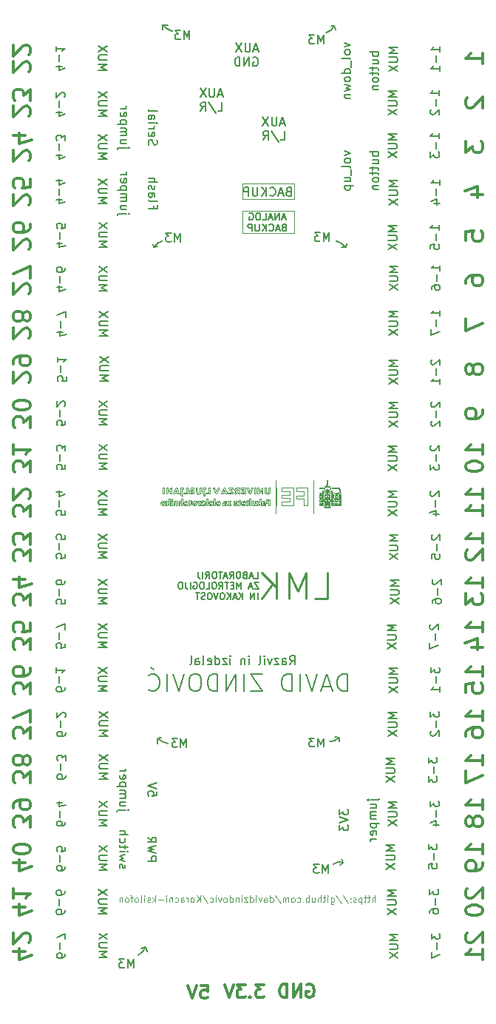
<source format=gbr>
%TF.GenerationSoftware,KiCad,Pcbnew,7.0.6*%
%TF.CreationDate,2024-08-21T19:33:41+02:00*%
%TF.ProjectId,Koracni ksilofon,4b6f7261-636e-4692-906b-73696c6f666f,rev?*%
%TF.SameCoordinates,PXca73a30PY16e2660*%
%TF.FileFunction,Legend,Bot*%
%TF.FilePolarity,Positive*%
%FSLAX46Y46*%
G04 Gerber Fmt 4.6, Leading zero omitted, Abs format (unit mm)*
G04 Created by KiCad (PCBNEW 7.0.6) date 2024-08-21 19:33:41*
%MOMM*%
%LPD*%
G01*
G04 APERTURE LIST*
%ADD10C,0.050000*%
%ADD11C,0.150000*%
%ADD12C,0.100000*%
%ADD13C,0.200000*%
%ADD14C,0.300000*%
%ADD15C,0.125000*%
%ADD16C,0.250000*%
G04 APERTURE END LIST*
D10*
X28568878Y-59417104D02*
X28490344Y-59417104D01*
X35995910Y-60000496D02*
X35940700Y-60001809D01*
X35889107Y-60006174D01*
X35840579Y-60019417D01*
X35838842Y-60022934D01*
X21892252Y-61077528D02*
X21946275Y-61092186D01*
X21981252Y-61128729D01*
X22001912Y-61177328D01*
X22012444Y-61229801D01*
X22016809Y-61292991D01*
X22016935Y-61306902D01*
X18910852Y-60840324D02*
X18953127Y-60869833D01*
X19003866Y-60867012D01*
X19028171Y-60848659D01*
X20648207Y-61254286D02*
X20619799Y-61298094D01*
X20572912Y-61315568D01*
X20516748Y-61321964D01*
X20469336Y-61320947D01*
X23868163Y-59417104D02*
X23783980Y-59417104D01*
X22016935Y-59985537D02*
X21966476Y-59981407D01*
X21916745Y-59956166D01*
X21889830Y-59908679D01*
X21878152Y-59859995D01*
X21870302Y-59795208D01*
X21866318Y-59734769D01*
X21863492Y-59663178D01*
X22170534Y-59663462D02*
X22167473Y-59735069D01*
X22163309Y-59795503D01*
X22157612Y-59845664D01*
X22146886Y-59898126D01*
X22122022Y-59950262D01*
X22075595Y-59979426D01*
X22016935Y-59985537D01*
X27951828Y-60718517D02*
X27873295Y-60718517D01*
X37140256Y-60752174D02*
X37099220Y-60722972D01*
X37041475Y-60718889D01*
X37005627Y-60718517D01*
X26863578Y-60998994D02*
X26851811Y-60949695D01*
X26841139Y-60942899D01*
X37476828Y-60526147D02*
X37475299Y-60474286D01*
X37451070Y-60429859D01*
X37437562Y-60430979D01*
X22084249Y-60942899D02*
X22033253Y-60951446D01*
X22016935Y-60978159D01*
X37880715Y-61279471D02*
X37922213Y-61250968D01*
X37925592Y-61212157D01*
X20477423Y-61234595D02*
X20528063Y-61235484D01*
X20579438Y-61238520D01*
X20631299Y-61245768D01*
X20648207Y-61254286D01*
X30072235Y-61436538D02*
X30150768Y-61436538D01*
X36736369Y-58767101D02*
X36736184Y-58819331D01*
X36735281Y-58877707D01*
X36732866Y-58934356D01*
X36726507Y-58987643D01*
X36702712Y-59027540D01*
X27993823Y-59630253D02*
X27971766Y-59683360D01*
X27950923Y-59731638D01*
X27928639Y-59780793D01*
X27905829Y-59826591D01*
X27893911Y-59843415D01*
X36242729Y-60583888D02*
X36242752Y-60636410D01*
X36242820Y-60687390D01*
X36243095Y-60784692D01*
X36243550Y-60875726D01*
X36244185Y-60960428D01*
X36244997Y-61038732D01*
X36245985Y-61110571D01*
X36247147Y-61175881D01*
X36248482Y-61234595D01*
X36249988Y-61286647D01*
X36252562Y-61352093D01*
X36255512Y-61402180D01*
X36262513Y-61455394D01*
X36265168Y-61458977D01*
X26334712Y-61156095D02*
X26283065Y-61145399D01*
X26231882Y-61134754D01*
X26222496Y-61132796D01*
X29286899Y-61244999D02*
X29286899Y-61438358D01*
X19735654Y-59882695D02*
X19714039Y-59834058D01*
X19691783Y-59783976D01*
X19669521Y-59733881D01*
X19647892Y-59685206D01*
X19627530Y-59639383D01*
X19604831Y-59588299D01*
X19583273Y-59539778D01*
X19580422Y-59533360D01*
X22482526Y-60822412D02*
X22433283Y-60811470D01*
X22384058Y-60824665D01*
X22375945Y-60875584D01*
X35838842Y-61212157D02*
X35846956Y-61263441D01*
X35883719Y-61279471D01*
X37813401Y-60718517D02*
X37748628Y-60718579D01*
X37690575Y-60718784D01*
X37638891Y-60719160D01*
X37572541Y-60720105D01*
X37518549Y-60721589D01*
X37463739Y-60724569D01*
X37412640Y-60731634D01*
X37387076Y-60752174D01*
X26908454Y-59978058D02*
X26908454Y-60045372D01*
X36803683Y-58780864D02*
X36803519Y-58724212D01*
X36802695Y-58661788D01*
X36800414Y-58602699D01*
X36794203Y-58550027D01*
X36770026Y-58519577D01*
X36534426Y-60247316D02*
X36531549Y-60193356D01*
X36496215Y-60157749D01*
X36489549Y-60157563D01*
X19638489Y-61189719D02*
X19638489Y-60942899D01*
X37660404Y-59489543D02*
X38090799Y-59495637D01*
X37230009Y-59450276D02*
X37278950Y-59474935D01*
X37334983Y-59480456D01*
X37400140Y-59483784D01*
X37462603Y-59485804D01*
X37537955Y-59487528D01*
X37595902Y-59488563D01*
X37660404Y-59489543D01*
X25864855Y-59831061D02*
X25829164Y-59779925D01*
X25798218Y-59735434D01*
X25760602Y-59680146D01*
X25733431Y-59637212D01*
X25710980Y-59588876D01*
X25749426Y-59553317D01*
X25809050Y-59551669D01*
X25840240Y-59551732D01*
X31553153Y-61436538D02*
X32226298Y-61436538D01*
X27065521Y-59978058D02*
X26908454Y-59978058D01*
X37044894Y-60430979D02*
X37008136Y-60464888D01*
X37005646Y-60518324D01*
X37005627Y-60526147D01*
X28565638Y-61401903D02*
X28592776Y-61357943D01*
X28606298Y-61308675D01*
X28611466Y-61256919D01*
X28613367Y-61199492D01*
X28613754Y-61141816D01*
X36063224Y-59417103D02*
X36000613Y-59417414D01*
X35950332Y-59418470D01*
X35895343Y-59421854D01*
X35845664Y-59435549D01*
X35838842Y-59450761D01*
X23868083Y-60718517D02*
X23789550Y-60718517D01*
X22785442Y-59555988D02*
X22835041Y-59549402D01*
X22868381Y-59511539D01*
X22869585Y-59483064D01*
X31598030Y-60606326D02*
X32024355Y-60606326D01*
X19470203Y-59865867D02*
X19417903Y-59861481D01*
X19393334Y-59849038D01*
X37140256Y-60024927D02*
X37094652Y-60003649D01*
X37044894Y-59999782D01*
X28770719Y-60942899D02*
X28671536Y-60942899D01*
X23206157Y-61181848D02*
X23229663Y-61227227D01*
X23279932Y-61233480D01*
X23332933Y-61234502D01*
X23374443Y-61234595D01*
X20334072Y-60112687D02*
X20558454Y-60112687D01*
X18924529Y-59417104D02*
X18875102Y-59446027D01*
X18830356Y-59482498D01*
X18786522Y-59521478D01*
X18748528Y-59557134D01*
X18708982Y-59595880D01*
X18688928Y-59616158D01*
X25539726Y-60942899D02*
X25477725Y-60943193D01*
X25413984Y-60945731D01*
X25363176Y-60955731D01*
X25346043Y-61007048D01*
X25373994Y-61062393D01*
X25402440Y-61107356D01*
X25439075Y-61162375D01*
X20334072Y-59483128D02*
X20334072Y-59417104D01*
X28411811Y-59417104D02*
X28411811Y-59764895D01*
X37701210Y-60526147D02*
X37699681Y-60474286D01*
X37675451Y-60429859D01*
X37661943Y-60430979D01*
X29174708Y-61436538D02*
X29174708Y-61077528D01*
X28843745Y-60110154D02*
X28892604Y-60086196D01*
X28938551Y-60048314D01*
X28978064Y-60010803D01*
X29013532Y-59974660D01*
X29052315Y-59933162D01*
X29062517Y-59921962D01*
X28393071Y-61324348D02*
X28343483Y-61311153D01*
X28314236Y-61265274D01*
X28304036Y-61211867D01*
X28300199Y-61151040D01*
X28299620Y-61106697D01*
X32450680Y-59820990D02*
X32450680Y-60022934D01*
X26437252Y-61035953D02*
X26429862Y-60985352D01*
X26386370Y-60953054D01*
X26349664Y-60940896D01*
X32001917Y-61055090D02*
X31553153Y-61055090D01*
X17866581Y-61128014D02*
X17902554Y-61086161D01*
X17949198Y-61061900D01*
X18005115Y-61057697D01*
X18052155Y-61080797D01*
X18061102Y-61091110D01*
X29702005Y-59417104D02*
X29623471Y-59417104D01*
X25730450Y-60112687D02*
X25793432Y-60112541D01*
X25846440Y-60112032D01*
X25903025Y-60110607D01*
X25953862Y-60107270D01*
X26003749Y-60093545D01*
X26010927Y-60076629D01*
D11*
X17349999Y-88100002D02*
G75*
G03*
X18585317Y-88715573I1635301J1734402D01*
G01*
D10*
X37095379Y-60247316D02*
X37092503Y-60193356D01*
X37057169Y-60157749D01*
X37050503Y-60157563D01*
X36768286Y-60426821D02*
X36719260Y-60437680D01*
X36685120Y-60480058D01*
X36671416Y-60532855D01*
X36665684Y-60584000D01*
X36664880Y-60595677D01*
X21108189Y-59910743D02*
X21161161Y-59865867D01*
X18807599Y-59916353D02*
X18808279Y-60112687D01*
X19430936Y-61068782D02*
X19460678Y-61113252D01*
X19470046Y-61163896D01*
X19474575Y-61218819D01*
X19476756Y-61265001D01*
X36702712Y-59027540D02*
X36674203Y-59071686D01*
X36668772Y-59122716D01*
X36685883Y-59145479D01*
X36489549Y-60157563D02*
X36448235Y-60189572D01*
X36444695Y-60240477D01*
X36444673Y-60247316D01*
D11*
X17350000Y-88700000D02*
X17350000Y-88100000D01*
D10*
X23318348Y-59764895D02*
X23318348Y-59417104D01*
X18808279Y-60112687D02*
X18886813Y-60112687D01*
X30150768Y-59417104D02*
X30072235Y-59417104D01*
X35928595Y-61212157D02*
X35920480Y-61160871D01*
X35883719Y-61144842D01*
X18622484Y-59917075D02*
X18806919Y-59720019D01*
X36536747Y-59304913D02*
X36768230Y-59304913D01*
X19393334Y-59849038D02*
X19410389Y-59799944D01*
X19430060Y-59752848D01*
X19434047Y-59743750D01*
X37297323Y-60582018D02*
X37297309Y-60512537D01*
X37297267Y-60446763D01*
X37297192Y-60384596D01*
X37297080Y-60325939D01*
X37296927Y-60270692D01*
X37296731Y-60218757D01*
X37296190Y-60124431D01*
X37295426Y-60042174D01*
X37294410Y-59971199D01*
X37293110Y-59910718D01*
X37291497Y-59859945D01*
X37288423Y-59800267D01*
X37282944Y-59747326D01*
X37263666Y-59708800D01*
X26622052Y-61454703D02*
X26674666Y-61454480D01*
X26723442Y-61437275D01*
X26762290Y-61405237D01*
X36040786Y-60247316D02*
X36042990Y-60299830D01*
X36079975Y-60336524D01*
X36096881Y-60337068D01*
X18365618Y-61436538D02*
X18415836Y-61434606D01*
X18465182Y-61417670D01*
X18505972Y-61376668D01*
X18540825Y-61329957D01*
X37835839Y-60965337D02*
X37838714Y-61019296D01*
X37874048Y-61054903D01*
X37880715Y-61055090D01*
X36770026Y-58519577D02*
X36742741Y-58566440D01*
X36738559Y-58618825D01*
X36736854Y-58682428D01*
X36736386Y-58748349D01*
X36736369Y-58767101D01*
X30072235Y-60965337D02*
X30072235Y-61055090D01*
X21493452Y-61063346D02*
X21546407Y-61060165D01*
X21599180Y-61081117D01*
X21635834Y-61122383D01*
X21651744Y-61176864D01*
X21645823Y-61227237D01*
X21626605Y-61267832D01*
X25439075Y-61319967D02*
X25385018Y-61325287D01*
X25340866Y-61352184D01*
X25337782Y-61381672D01*
X22618000Y-60954118D02*
X22712783Y-61061541D01*
X19122946Y-60095858D02*
X19173152Y-60111020D01*
X19211737Y-60112687D01*
X22284760Y-60003171D02*
X22296114Y-59949156D01*
X22301618Y-59892143D01*
X22305162Y-59834427D01*
X22307176Y-59783394D01*
X22308354Y-59729440D01*
X22308631Y-59687837D01*
X36426077Y-60875584D02*
X36403639Y-60920461D01*
X36433454Y-60951013D01*
X33258454Y-59619047D02*
X33258454Y-59820990D01*
X21175503Y-61055090D02*
X21208246Y-61014322D01*
X21209161Y-60998994D01*
X28884598Y-61159213D02*
X28843046Y-61213732D01*
X23093966Y-60112687D02*
X23318348Y-60112687D01*
X35878109Y-60430979D02*
X35841351Y-60464888D01*
X35838861Y-60518324D01*
X35838842Y-60526147D01*
X19483310Y-61436538D02*
X19560900Y-61436538D01*
X18494143Y-59417104D02*
X18415610Y-59417104D01*
X25097592Y-61144499D02*
X25044944Y-61138920D01*
X24996232Y-61117461D01*
X24988440Y-61080036D01*
X37387076Y-60022934D02*
X37445192Y-60035386D01*
X37508281Y-60039490D01*
X37574267Y-60042025D01*
X37632463Y-60043473D01*
X37697875Y-60044520D01*
X37770280Y-60045157D01*
X37822326Y-60045348D01*
X37849458Y-60045372D01*
D11*
X38600020Y-102324960D02*
G75*
G03*
X37451465Y-102515932I-440720J-898740D01*
G01*
D10*
X37050503Y-60337068D02*
X37091816Y-60305058D01*
X37095356Y-60254153D01*
X37095379Y-60247316D01*
X22245592Y-61387672D02*
X22263541Y-61436238D01*
X22315012Y-61452737D01*
X22332805Y-61454491D01*
X36399797Y-59832210D02*
X36443684Y-59862585D01*
X36496758Y-59865768D01*
X36511987Y-59865867D01*
X20006952Y-60297801D02*
X20045640Y-60329602D01*
X20097098Y-60337030D01*
X20101889Y-60337068D01*
X31553153Y-59417104D02*
X31553153Y-59619047D01*
X20704302Y-59417104D02*
X20625768Y-59417104D01*
X37005627Y-60247316D02*
X37008502Y-60301274D01*
X37043836Y-60336881D01*
X37050503Y-60337068D01*
X26555053Y-59418371D02*
X26499559Y-59419754D01*
X26434532Y-59424566D01*
X26378894Y-59433095D01*
X26321126Y-59449532D01*
X26274743Y-59473037D01*
X26231545Y-59511559D01*
X26203790Y-59553080D01*
X31598030Y-60415602D02*
X31598030Y-60606326D01*
X37387076Y-61414100D02*
X37444909Y-61426550D01*
X37507681Y-61430654D01*
X37573330Y-61433190D01*
X37631223Y-61434638D01*
X37696290Y-61435686D01*
X37768309Y-61436323D01*
X37820074Y-61436514D01*
X37847058Y-61436538D01*
X29937285Y-59985537D02*
X29884519Y-59980364D01*
X29837917Y-59957261D01*
X29806995Y-59910259D01*
X29791253Y-59848660D01*
X29784095Y-59782286D01*
X29781371Y-59721410D01*
X29780539Y-59650219D01*
X18785839Y-60718517D02*
X18707306Y-60718517D01*
X37880715Y-60337068D02*
X37922029Y-60305058D01*
X37925569Y-60254153D01*
X37925592Y-60247316D01*
X22371455Y-61184109D02*
X22367780Y-61241709D01*
X22358313Y-61292199D01*
X22312291Y-61319042D01*
X22301687Y-61320357D01*
X28671536Y-60942899D02*
X28778067Y-61051056D01*
X23351971Y-61319668D02*
X23295368Y-61315443D01*
X23244620Y-61318680D01*
X23228595Y-61370371D01*
X23841714Y-59778015D02*
X23865322Y-59831691D01*
X23886355Y-59879118D01*
X23913616Y-59939403D01*
X23936476Y-59987844D01*
X23961558Y-60036305D01*
X23991646Y-60080843D01*
X24038245Y-60106269D01*
X24049267Y-60107581D01*
X25988489Y-59484418D02*
X25988489Y-59417104D01*
X26661634Y-60875584D02*
X26654922Y-60925594D01*
X26604936Y-60942800D01*
X26594320Y-60942899D01*
X29142999Y-59607828D02*
X29107699Y-59646140D01*
X29065847Y-59690324D01*
X29027973Y-59728965D01*
X28989969Y-59765864D01*
X28949925Y-59798302D01*
X28948635Y-59798552D01*
X30100000Y-60100000D02*
X30143537Y-60070928D01*
X30181983Y-60025721D01*
X30204041Y-59974472D01*
X30216086Y-59921535D01*
X30223870Y-59855633D01*
X30227309Y-59796394D01*
X30229003Y-59727726D01*
X30229302Y-59676257D01*
X17708691Y-61279034D02*
X17732922Y-61336415D01*
X17770466Y-61383884D01*
X17818730Y-61420609D01*
X17875120Y-61445759D01*
X17937043Y-61458505D01*
X18001906Y-61458014D01*
X18067117Y-61443458D01*
X18114693Y-61422811D01*
X18130082Y-61414006D01*
X22016935Y-61306902D02*
X22017209Y-61358483D01*
X22021532Y-61409164D01*
X22067102Y-61436417D01*
X22084249Y-61436538D01*
X20928684Y-61055090D02*
X20976832Y-61074162D01*
X20984195Y-61129523D01*
X20984779Y-61189719D01*
D11*
X16909450Y-31924066D02*
X16800000Y-31550000D01*
D10*
X37835839Y-61212157D02*
X37843953Y-61263441D01*
X37880715Y-61279471D01*
X20928684Y-60942899D02*
X20879647Y-60959461D01*
X20872588Y-60998994D01*
X28142553Y-61438606D02*
X28237915Y-61437849D01*
X24143901Y-59630266D02*
X24122877Y-59681212D01*
X24103310Y-59728738D01*
X24082779Y-59778753D01*
X24062474Y-59828487D01*
X24052985Y-59852174D01*
X29559281Y-61144499D02*
X29508536Y-61138838D01*
X29461222Y-61117216D01*
X29453635Y-61080036D01*
X37611457Y-60247316D02*
X37614333Y-60301274D01*
X37649667Y-60336881D01*
X37656334Y-60337068D01*
X25029258Y-61228717D02*
X25080660Y-61245788D01*
X25119659Y-61278035D01*
X25110930Y-61316106D01*
X36096881Y-61055090D02*
X36145234Y-61038070D01*
X36152796Y-60986214D01*
X36152977Y-60965337D01*
X21175503Y-60942899D02*
X21142784Y-60903662D01*
X21141846Y-60889204D01*
X26930892Y-61234594D02*
X27099968Y-61234594D01*
X23570495Y-61423852D02*
X23614083Y-61392920D01*
X23648509Y-61353694D01*
X23673792Y-61308109D01*
X23689950Y-61258101D01*
X23697004Y-61205602D01*
X23694972Y-61152550D01*
X23683872Y-61100878D01*
X23663723Y-61052522D01*
X23634545Y-61009416D01*
X23596357Y-60973496D01*
X23565902Y-60954497D01*
X22084249Y-61436538D02*
X22151563Y-61436538D01*
X36813344Y-60955765D02*
X36836741Y-61006756D01*
X36844044Y-61063072D01*
X36846979Y-61120098D01*
X36848190Y-61177725D01*
X36848538Y-61228793D01*
X36848560Y-61247417D01*
X29620123Y-60945095D02*
X29566822Y-60929385D01*
X29510139Y-60921088D01*
X29459926Y-60924529D01*
X29407445Y-60943698D01*
X29365912Y-60973389D01*
X29352488Y-60986051D01*
X36433454Y-60951013D02*
X36458496Y-60999603D01*
X36463669Y-61050794D01*
X36466049Y-61112554D01*
X36466932Y-61176500D01*
X36467111Y-61233891D01*
X32001917Y-59820990D02*
X32450680Y-59820990D01*
X38307040Y-60797050D02*
X38307026Y-60746519D01*
X38306904Y-60653396D01*
X38306631Y-60570391D01*
X38306179Y-60496946D01*
X38305519Y-60432500D01*
X38304619Y-60376497D01*
X38302759Y-60307097D01*
X38300197Y-60253548D01*
X38295517Y-60203547D01*
X38273383Y-60157563D01*
X34537429Y-60426821D02*
X34537429Y-59417104D01*
X36837341Y-60337068D02*
X36868166Y-60294336D01*
X36870998Y-60240584D01*
X22558466Y-61055090D02*
X22577664Y-61007507D01*
X22577889Y-60998994D01*
X18965346Y-60112687D02*
X18965345Y-59764895D01*
X20625768Y-59978058D02*
X20479920Y-59978058D01*
X30016139Y-60740955D02*
X29802977Y-60740955D01*
X24731525Y-60112687D02*
X24782777Y-60110072D01*
X24826002Y-60082729D01*
X24834929Y-60056591D01*
D11*
X38600000Y-102325000D02*
X38387868Y-101900736D01*
D10*
X23868083Y-61436538D02*
X23946616Y-61436538D01*
X24031375Y-61234595D02*
X24202158Y-61234595D01*
X21891922Y-60942899D02*
X21843700Y-60961714D01*
X21837429Y-61010213D01*
X36734811Y-60943733D02*
X36785435Y-60935662D01*
X36813344Y-60955765D01*
D11*
X17897498Y-6461090D02*
X18500000Y-6500000D01*
D10*
X19453991Y-60955390D02*
X19406403Y-60931304D01*
X19355544Y-60922229D01*
X19303796Y-60928041D01*
X19253540Y-60948621D01*
X19226409Y-60966965D01*
X22151563Y-61189719D02*
X22151563Y-60942899D01*
X38239726Y-60785831D02*
X38239726Y-61088747D01*
X29399090Y-59764895D02*
X29398960Y-59689599D01*
X29398338Y-59624030D01*
X29396876Y-59567975D01*
X29392347Y-59501263D01*
X29380117Y-59443619D01*
X29333873Y-59424031D01*
X29288465Y-59456354D01*
X29243216Y-59500057D01*
X29207067Y-59538059D01*
X29165725Y-59582905D01*
X29142999Y-59607828D01*
X37849458Y-60045372D02*
X37913982Y-60045297D01*
X37972633Y-60045063D01*
X38025632Y-60044655D01*
X38095023Y-60043690D01*
X38152956Y-60042258D01*
X38213677Y-60039541D01*
X38265540Y-60034692D01*
X38302002Y-60017324D01*
X24990005Y-59428323D02*
X24938154Y-59445223D01*
X24904308Y-59492806D01*
X24879479Y-59541065D01*
X24856660Y-59589808D01*
X24829279Y-59650831D01*
X24808060Y-59699015D01*
X24784171Y-59753676D01*
X22533012Y-59417104D02*
X22535250Y-59815381D01*
X19580422Y-59533360D02*
X19557072Y-59483113D01*
X19529137Y-59438237D01*
X19481170Y-59419943D01*
X19467135Y-59421169D01*
X36685883Y-59145479D02*
X36727145Y-59116928D01*
X36753198Y-59092631D01*
X23363224Y-61100755D02*
X23397420Y-61061247D01*
X23406017Y-61056205D01*
X29040079Y-60718517D02*
X29040079Y-60913795D01*
X35838842Y-60752174D02*
X35880256Y-60780769D01*
X35935125Y-60785013D01*
X35995910Y-60785831D01*
X29623471Y-59417104D02*
X29623471Y-59664644D01*
X37387076Y-61212157D02*
X37395190Y-61263441D01*
X37431952Y-61279471D01*
X37005627Y-60526147D02*
X37007234Y-60579564D01*
X37027761Y-60625191D01*
X37051793Y-60628764D01*
X27772323Y-60934784D02*
X27740716Y-60894283D01*
X27738666Y-60878689D01*
X24081231Y-61372433D02*
X24094004Y-61423291D01*
X24116738Y-61445357D01*
X28793259Y-59764895D02*
X28793273Y-59825895D01*
X28793365Y-59879306D01*
X28793809Y-59946287D01*
X28794839Y-59999003D01*
X28797551Y-60050020D01*
X28809753Y-60100978D01*
X28843745Y-60110154D01*
X38273383Y-60157563D02*
X38246969Y-60202603D01*
X38242380Y-60257316D01*
X38240699Y-60309779D01*
X38239885Y-60376973D01*
X38239726Y-60438040D01*
X37061722Y-59798553D02*
X37010736Y-59794699D01*
X36983204Y-59751971D01*
X36983166Y-59748067D01*
X27559160Y-61454151D02*
X27612193Y-61451915D01*
X27662113Y-61438607D01*
X27688180Y-61424830D01*
X20064814Y-61272740D02*
X20064814Y-61436538D01*
D11*
X37600000Y-6550000D02*
X37750000Y-7000000D01*
D10*
X24784171Y-59753676D02*
X24762634Y-59803247D01*
X24742092Y-59850909D01*
X24716670Y-59910468D01*
X24694033Y-59964177D01*
X24674763Y-60010634D01*
X24653443Y-60063651D01*
X24642233Y-60095858D01*
X37096855Y-61570378D02*
X37038614Y-61582329D01*
X36978841Y-61587375D01*
X36906299Y-61590827D01*
X36853208Y-61592244D01*
X36797990Y-61592952D01*
X36742062Y-61592952D01*
X36686843Y-61592244D01*
X36633752Y-61590827D01*
X36561211Y-61587375D01*
X36501438Y-61582329D01*
X36449880Y-61573122D01*
X36443198Y-61570378D01*
X37476828Y-60965337D02*
X37473952Y-60911377D01*
X37438618Y-60875770D01*
X37431952Y-60875584D01*
X21696050Y-61415040D02*
X21736802Y-61383352D01*
X21769661Y-61339286D01*
X21789894Y-61289139D01*
X21791459Y-61283533D01*
X38060221Y-60965337D02*
X38063096Y-61019296D01*
X38098430Y-61054903D01*
X38105097Y-61055090D01*
X26706511Y-59764895D02*
X26706511Y-59417104D01*
X38090799Y-59495637D02*
X38140638Y-59678918D01*
X27065521Y-59551732D02*
X27222588Y-59551732D01*
X36399797Y-60024926D02*
X36448732Y-60040537D01*
X36499242Y-60038923D01*
X36540035Y-60035467D01*
D11*
X38890914Y-31897024D02*
G75*
G03*
X37800000Y-31200002I-1440914J-1052976D01*
G01*
D10*
X18624392Y-61329957D02*
X18628855Y-61385163D01*
X18650159Y-61430553D01*
X18701599Y-61436530D01*
X18708535Y-61436538D01*
X19028171Y-60848659D02*
X19052934Y-60801041D01*
X19046393Y-60751234D01*
X19014109Y-60711994D01*
X18961646Y-60696079D01*
X28613754Y-60942899D02*
X28546440Y-60942899D01*
X35838842Y-59450761D02*
X35881848Y-59477966D01*
X35939544Y-59482648D01*
X36000613Y-59484106D01*
X36063224Y-59484418D01*
X28254744Y-59431260D02*
X28205360Y-59418505D01*
X28167719Y-59417104D01*
X32899443Y-60426821D02*
X32899443Y-59417104D01*
X37813401Y-61391662D02*
X37740667Y-61391878D01*
X37674071Y-61392518D01*
X37613836Y-61393571D01*
X37560182Y-61395025D01*
X37499266Y-61397566D01*
X37440932Y-61401675D01*
X37391180Y-61410272D01*
X37387076Y-61414100D01*
X26222496Y-61132796D02*
X26177599Y-61109398D01*
X26174074Y-61093529D01*
X29286899Y-61438358D02*
X29371042Y-61437326D01*
X18130082Y-61414006D02*
X18175038Y-61378629D01*
X18209036Y-61335470D01*
X18232300Y-61286590D01*
X18245059Y-61234053D01*
X18247538Y-61179922D01*
X18239964Y-61126261D01*
X18222562Y-61075133D01*
X18195561Y-61028599D01*
X18159186Y-60988725D01*
X18113663Y-60957573D01*
X18078345Y-60942670D01*
X32899443Y-61436538D02*
X32899443Y-60426821D01*
X19167288Y-61436538D02*
X19233659Y-61436538D01*
X22527493Y-61216508D02*
X22532637Y-61161154D01*
X22540309Y-61108120D01*
X22554328Y-61058384D01*
X22558466Y-61055090D01*
X37005627Y-61224979D02*
X37005787Y-61285676D01*
X37006324Y-61337210D01*
X37007770Y-61392873D01*
X37011035Y-61443805D01*
X37022165Y-61493034D01*
X37039284Y-61503853D01*
X38140638Y-59678918D02*
X38156102Y-59736387D01*
X38171057Y-59793059D01*
X38184601Y-59845440D01*
X38197420Y-59896467D01*
X38205666Y-59931348D01*
X22702004Y-60946969D02*
X22618000Y-60954118D01*
X38105097Y-60875584D02*
X38063783Y-60907593D01*
X38060243Y-60958498D01*
X38060221Y-60965337D01*
D11*
X17350000Y-88100000D02*
X17750000Y-88050000D01*
D10*
X28425400Y-61450082D02*
X28475658Y-61454990D01*
X28527371Y-61441727D01*
X28565638Y-61401903D01*
X29040079Y-61335567D02*
X29041063Y-61386893D01*
X29063057Y-61432703D01*
X29107394Y-61436538D01*
X22243799Y-59417104D02*
X22178966Y-59417104D01*
X35995910Y-60045372D02*
X36051119Y-60044058D01*
X36102711Y-60039693D01*
X36151239Y-60026450D01*
X36152977Y-60022934D01*
X36040786Y-61212157D02*
X36048301Y-61263142D01*
X36096881Y-61279471D01*
X37387076Y-60965337D02*
X37389951Y-61019296D01*
X37425285Y-61054903D01*
X37431952Y-61055090D01*
X37701210Y-60965337D02*
X37698334Y-60911377D01*
X37663000Y-60875770D01*
X37656334Y-60875584D01*
X22016935Y-60978159D02*
X21981675Y-60978159D01*
X19638489Y-60942899D02*
X19571175Y-60942899D01*
X24997367Y-61421843D02*
X25044654Y-61450120D01*
X25098467Y-61459360D01*
X25152682Y-61450155D01*
X25201176Y-61423101D01*
X25223963Y-61399856D01*
X32024355Y-60224877D02*
X31598030Y-60224877D01*
X30229302Y-59417104D02*
X30150768Y-59417104D01*
X36096881Y-60337068D02*
X36145234Y-60320049D01*
X36152796Y-60268193D01*
X36152977Y-60247316D01*
X19055097Y-61436538D02*
X19055097Y-61189719D01*
X35883719Y-60337068D02*
X35925032Y-60305058D01*
X35928572Y-60254153D01*
X35928595Y-60247316D01*
X37084506Y-59349789D02*
X37058790Y-59248817D01*
X22151563Y-60942899D02*
X22084249Y-60942899D01*
X36399797Y-60753294D02*
X36450747Y-60777786D01*
X36503828Y-60782054D01*
X36564184Y-60784181D01*
X36621312Y-60785151D01*
X36689621Y-60785674D01*
X36741823Y-60785814D01*
X36770026Y-60785831D01*
X21261910Y-59555852D02*
X21312073Y-59562351D01*
X21321283Y-59615791D01*
X21321352Y-59628776D01*
D11*
X38890915Y-31897023D02*
X38450000Y-31850000D01*
D10*
X26527005Y-60998994D02*
X26543502Y-61047639D01*
X26595439Y-61055090D01*
X22464509Y-61419575D02*
X22498338Y-61379796D01*
X22514561Y-61330191D01*
X22522803Y-61272122D01*
X22527493Y-61216508D01*
X23161281Y-59697581D02*
X23161281Y-59978058D01*
X21626605Y-61267832D02*
X21590877Y-61304127D01*
X21539930Y-61323318D01*
X21488150Y-61318177D01*
X21445143Y-61289336D01*
X21425115Y-61254575D01*
X26762290Y-61405237D02*
X26794422Y-61366441D01*
X26812671Y-61315560D01*
X26817673Y-61263683D01*
X26818677Y-61213572D01*
X26818701Y-61201957D01*
X30072235Y-61189719D02*
X30072235Y-61313129D01*
X38239726Y-61391662D02*
X37813401Y-61391662D01*
X20469336Y-61320947D02*
X20418437Y-61317984D01*
X20367173Y-61325260D01*
X20356497Y-61372433D01*
X37000017Y-60035467D02*
X37055130Y-60039779D01*
X37105635Y-60039896D01*
X37140256Y-60024926D01*
X24095298Y-61014821D02*
X24072418Y-61062349D01*
X24055338Y-61113717D01*
X24046751Y-61150452D01*
X20782836Y-60112687D02*
X20782836Y-59764895D01*
X25539726Y-61436538D02*
X25596174Y-61436222D01*
X25651187Y-61434741D01*
X25703092Y-61429974D01*
X25741669Y-61402177D01*
X20625768Y-59697581D02*
X20625768Y-59978058D01*
X27604037Y-60875584D02*
X27597324Y-60925594D01*
X27547338Y-60942800D01*
X27536722Y-60942899D01*
X28793259Y-59417104D02*
X28793259Y-59764895D01*
X24816215Y-61436540D02*
X24886275Y-61436540D01*
X29780539Y-59650219D02*
X29780539Y-59417104D01*
X34077447Y-60303411D02*
X33679169Y-60309538D01*
X26203790Y-59553080D02*
X26181871Y-59605613D01*
X26173784Y-59655936D01*
X26181922Y-59712388D01*
X26204038Y-59759303D01*
X26240201Y-59805282D01*
X26247599Y-59812883D01*
X23161281Y-59417104D02*
X23161281Y-59697581D01*
X26841139Y-61055090D02*
X26863318Y-61007507D01*
X26863578Y-60998994D01*
X29040079Y-61109074D02*
X28954990Y-61025986D01*
X37431952Y-61144842D02*
X37390454Y-61173344D01*
X37387076Y-61212157D01*
X36040786Y-60965337D02*
X36042990Y-61017851D01*
X36079975Y-61054546D01*
X36096881Y-61055090D01*
X21027820Y-60808270D02*
X20987472Y-60840201D01*
X20984779Y-60875584D01*
X36482416Y-59248817D02*
X36441194Y-59394665D01*
X21141846Y-60889204D02*
X21126093Y-60839549D01*
X21078158Y-60813221D01*
X21027820Y-60808270D01*
X25449973Y-60112687D02*
X25730450Y-60112687D01*
X36764484Y-59757935D02*
X36728497Y-59794377D01*
X36725150Y-59820991D01*
X28080694Y-59417104D02*
X27993823Y-59630253D01*
X21837429Y-61010213D02*
X21844884Y-61061025D01*
X21892252Y-61077528D01*
X27635859Y-60808270D02*
X27605651Y-60850046D01*
X27604037Y-60875584D01*
X22555450Y-60942899D02*
X22533271Y-60897535D01*
X22533012Y-60889420D01*
X19233659Y-61436538D02*
X19300029Y-61436538D01*
X37051793Y-60628764D02*
X37092417Y-60596610D01*
X37091593Y-60541200D01*
X37091060Y-60533596D01*
X28675742Y-61436538D02*
X28767447Y-61436538D01*
X27738666Y-60878689D02*
X27716930Y-60832362D01*
X27668431Y-60811119D01*
X27635859Y-60808270D01*
X26405056Y-59573615D02*
X26454199Y-59556904D01*
X26508258Y-59550320D01*
X26543599Y-59587453D01*
X26549366Y-59642643D01*
X26549443Y-59652704D01*
X28954990Y-61025986D02*
X28912925Y-60987575D01*
X28867336Y-60958020D01*
X28818910Y-60945184D01*
X28770719Y-60942899D01*
X24825904Y-61233885D02*
X24816215Y-61436540D01*
X36540035Y-60035467D02*
X36593594Y-60030704D01*
X36649667Y-60026645D01*
X36703199Y-60023596D01*
X36754781Y-60021738D01*
X36770026Y-60021578D01*
X27087959Y-59820990D02*
X27222588Y-59820990D01*
X26174074Y-61093529D02*
X26225393Y-61071748D01*
X26275483Y-61068173D01*
X26329512Y-61070802D01*
X26385354Y-61082068D01*
X26397986Y-61086965D01*
X30072235Y-61313129D02*
X30072235Y-61436538D01*
X23116404Y-61077528D02*
X23116404Y-60718517D01*
X21698186Y-59417104D02*
X21706701Y-59691971D01*
X36624178Y-61239588D02*
X36624340Y-61296924D01*
X36625163Y-61360088D01*
X36627441Y-61419857D01*
X36633648Y-61473105D01*
X36657835Y-61503853D01*
X37140256Y-61590946D02*
X37096855Y-61570378D01*
X35883719Y-60157563D02*
X35842404Y-60189572D01*
X35838864Y-60240477D01*
X35838842Y-60247316D01*
X35165698Y-60426821D02*
X35165710Y-60580134D01*
X35165750Y-60725156D01*
X35165821Y-60862110D01*
X35165927Y-60991222D01*
X35166073Y-61112716D01*
X35166262Y-61226815D01*
X35166499Y-61333746D01*
X35166786Y-61433733D01*
X35167129Y-61527000D01*
X35167531Y-61613772D01*
X35167996Y-61694273D01*
X35168528Y-61768728D01*
X35169131Y-61837362D01*
X35169809Y-61900399D01*
X35170566Y-61958064D01*
X35171406Y-62010581D01*
X35173350Y-62101071D01*
X35175674Y-62173667D01*
X35178408Y-62230164D01*
X35183350Y-62288656D01*
X35199355Y-62334065D01*
X26768216Y-60822412D02*
X26718972Y-60811470D01*
X26669747Y-60824665D01*
X26661634Y-60875584D01*
X21029920Y-59506363D02*
X21012323Y-59559237D01*
X21008070Y-59610911D01*
X21015475Y-59665508D01*
X21038816Y-59707091D01*
X28030362Y-60718517D02*
X27951828Y-60718517D01*
X23789550Y-60718517D02*
X23789550Y-61077528D01*
X36905976Y-59966125D02*
X36857601Y-59944822D01*
X36802167Y-59936148D01*
X36751503Y-59935664D01*
X36701124Y-59941300D01*
X36646788Y-59956128D01*
X36624178Y-59966837D01*
X25449973Y-60046316D02*
X25449973Y-60112687D01*
X30924885Y-60426821D02*
X30924872Y-60273507D01*
X30924832Y-60128485D01*
X30924761Y-59991531D01*
X30924655Y-59862419D01*
X30924509Y-59740925D01*
X30924320Y-59626826D01*
X30924083Y-59519895D01*
X30923796Y-59419908D01*
X30923453Y-59326641D01*
X30923051Y-59239869D01*
X30922586Y-59159368D01*
X30922054Y-59084913D01*
X30921451Y-59016279D01*
X30920773Y-58953242D01*
X30920016Y-58895577D01*
X30919176Y-58843060D01*
X30917231Y-58752570D01*
X30914908Y-58679974D01*
X30912173Y-58623477D01*
X30907232Y-58564985D01*
X30891228Y-58519577D01*
X35928595Y-60247316D02*
X35925719Y-60193356D01*
X35890385Y-60157749D01*
X35883719Y-60157563D01*
X36848560Y-61247417D02*
X36848724Y-61302952D01*
X36849551Y-61364170D01*
X36851838Y-61422151D01*
X36858055Y-61473885D01*
X36882217Y-61503853D01*
X28927888Y-59607828D02*
X28927888Y-59417104D01*
X37387076Y-60752174D02*
X37433982Y-60776672D01*
X37488836Y-60781423D01*
X37553229Y-60783812D01*
X37615328Y-60784926D01*
X37690575Y-60785563D01*
X37748628Y-60785768D01*
X37813401Y-60785831D01*
X26549443Y-59652704D02*
X26548528Y-59704847D01*
X26524829Y-59750252D01*
X26475397Y-59753676D01*
X20633883Y-61088747D02*
X20592020Y-61121560D01*
X20558454Y-61122404D01*
X28927888Y-59417104D02*
X28860574Y-59417104D01*
X19167288Y-61225004D02*
X19167288Y-61436538D01*
X29023251Y-61235470D02*
X29037633Y-61283439D01*
X29040079Y-61335567D01*
X29247632Y-59733770D02*
X29259517Y-59788007D01*
X29262794Y-59839716D01*
X29264266Y-59893046D01*
X29264461Y-59921962D01*
X36096881Y-61279471D02*
X36145461Y-61263142D01*
X36152977Y-61212157D01*
X29802977Y-61189719D02*
X29937606Y-61189719D01*
X37125666Y-59512466D02*
X37112639Y-59460722D01*
X37100058Y-59411009D01*
X37087205Y-59360394D01*
X37084506Y-59349789D01*
X27087959Y-61100755D02*
X27122667Y-61059990D01*
X27175155Y-61049715D01*
X27206339Y-61058107D01*
X19352403Y-61068782D02*
X19401067Y-61056160D01*
X19430936Y-61068782D01*
X32450680Y-61055090D02*
X32001917Y-61055090D01*
X18628772Y-61109074D02*
X18542107Y-61024447D01*
X18708535Y-61436538D02*
X18785839Y-61436538D01*
X21706701Y-59691971D02*
X21708545Y-59743327D01*
X21711583Y-59804491D01*
X21715319Y-59857601D01*
X21721037Y-59913164D01*
X21729542Y-59964810D01*
X21745955Y-60013850D01*
X21748067Y-60017331D01*
X18785839Y-61077528D02*
X18785839Y-60718517D01*
X27222588Y-59899524D02*
X27222588Y-59978058D01*
X19300029Y-61436538D02*
X19306583Y-61265001D01*
X27099968Y-61234594D02*
X27154573Y-61234731D01*
X27211466Y-61236263D01*
X27251381Y-61266676D01*
X27243666Y-61282012D01*
X22720235Y-60265624D02*
X22712882Y-60211947D01*
X22708923Y-60158561D01*
X22706232Y-60107406D01*
X22704049Y-60050468D01*
X22702451Y-59989342D01*
X22701517Y-59925621D01*
X22701298Y-59877086D01*
X36444673Y-60247316D02*
X36447548Y-60301274D01*
X36482882Y-60336881D01*
X36489549Y-60337068D01*
X35995910Y-60718517D02*
X35944005Y-60719074D01*
X35891431Y-60722123D01*
X35842654Y-60739148D01*
X35838842Y-60752174D01*
X19510916Y-59749814D02*
X19530489Y-59800296D01*
X19547029Y-59847641D01*
X19548737Y-59855102D01*
X27469408Y-60998994D02*
X27485905Y-61047639D01*
X27537842Y-61055090D01*
X26191222Y-61303385D02*
X26171358Y-61257309D01*
X26211434Y-61227135D01*
X26235584Y-61229849D01*
X22807567Y-61168965D02*
X22702458Y-61302752D01*
X19638489Y-61436538D02*
X19638489Y-61189719D01*
X22597349Y-61436538D02*
X22696006Y-61436538D01*
D11*
X37200000Y-6600000D02*
X37600000Y-6550000D01*
D10*
X37431952Y-60337068D02*
X37473265Y-60305058D01*
X37476805Y-60254153D01*
X37476828Y-60247316D01*
X27166493Y-61122404D02*
X27116612Y-61117444D01*
X27087959Y-61100755D01*
X21267742Y-59820990D02*
X21314916Y-59841152D01*
X21321272Y-59896606D01*
X21321352Y-59910743D01*
X36528816Y-60714027D02*
X36475081Y-60718142D01*
X36425118Y-60727753D01*
X36399797Y-60753294D01*
X19265174Y-59753676D02*
X19243664Y-59803247D01*
X19223134Y-59850909D01*
X19197713Y-59910468D01*
X19175055Y-59964177D01*
X19155746Y-60010634D01*
X19134334Y-60063651D01*
X19122946Y-60095858D01*
X24991996Y-60000496D02*
X25046140Y-60000932D01*
X25097021Y-60004403D01*
X25141142Y-60031921D01*
X25149063Y-60056591D01*
X20479920Y-59978058D02*
X20334072Y-59978058D01*
X32450680Y-60224877D02*
X32024355Y-60224877D01*
X18387562Y-60113409D02*
X18437550Y-60091771D01*
X18477519Y-60060460D01*
X18518374Y-60023264D01*
X18556310Y-59985980D01*
X18599153Y-59941804D01*
X18622484Y-59917075D01*
X29802977Y-61055090D02*
X29802977Y-61122404D01*
X37263666Y-59708800D02*
X37242854Y-59758695D01*
X37237787Y-59819659D01*
X37234983Y-59886707D01*
X37233531Y-59943060D01*
X37232378Y-60009670D01*
X37231492Y-60087337D01*
X37230844Y-60176860D01*
X37230403Y-60279039D01*
X37230251Y-60335125D01*
X37230139Y-60394674D01*
X37230064Y-60457788D01*
X37230022Y-60524565D01*
X37230009Y-60595107D01*
X28568878Y-59764895D02*
X28568878Y-59417104D01*
X20064814Y-60718517D02*
X20064814Y-60842716D01*
X23946616Y-61436538D02*
X23946616Y-61077528D01*
X36399797Y-61590416D02*
X36419936Y-61637125D01*
X36435289Y-61647300D01*
X28237915Y-61437849D02*
X28288283Y-61438806D01*
X28338692Y-61441556D01*
X28393777Y-61446264D01*
X28425400Y-61450082D01*
X28411811Y-60112687D02*
X28490344Y-60112687D01*
X23116404Y-61436538D02*
X23116404Y-61077528D01*
X26212356Y-59978334D02*
X26177986Y-60015918D01*
X26167994Y-60068601D01*
X22332805Y-61454491D02*
X22384372Y-61453290D01*
X22433374Y-61439004D01*
X22464509Y-61419575D01*
X36045105Y-60533396D02*
X36042703Y-60586112D01*
X36071066Y-60627638D01*
X36096881Y-60628758D01*
X25223963Y-61399855D02*
X25251742Y-61355994D01*
X25269518Y-61307682D01*
X25270468Y-61297864D01*
X29107394Y-61436538D02*
X29174708Y-61436538D01*
X36500768Y-61503853D02*
X36527173Y-61459306D01*
X36531765Y-61405253D01*
X36533450Y-61353449D01*
X36534265Y-61287119D01*
X36534426Y-61226853D01*
X19809802Y-60966965D02*
X19771097Y-61005826D01*
X19755443Y-61058184D01*
X19751604Y-61117510D01*
X19750793Y-61173072D01*
X19750680Y-61225004D01*
X20558454Y-61055090D02*
X20609050Y-61066043D01*
X20633883Y-61088747D01*
X19211737Y-60112687D02*
X19262990Y-60110072D01*
X19306215Y-60082729D01*
X19315141Y-60056591D01*
X22653808Y-60332939D02*
X22739173Y-60340028D01*
X18415610Y-59417104D02*
X18337076Y-59417104D01*
X23228595Y-61370371D02*
X23240098Y-61420504D01*
X23279081Y-61444834D01*
X38060221Y-60247316D02*
X38063096Y-60301274D01*
X38098430Y-60336881D01*
X38105097Y-60337068D01*
X22871391Y-61329957D02*
X22948118Y-61223376D01*
X25204990Y-59770505D02*
X25179537Y-59712960D01*
X25156947Y-59662240D01*
X25127836Y-59598020D01*
X25103645Y-59546742D01*
X25077471Y-59495997D01*
X25046851Y-59450668D01*
X25000871Y-59428585D01*
X24990005Y-59428323D01*
X37813401Y-60785831D02*
X38239726Y-60785831D01*
X33280892Y-60494135D02*
X33280892Y-60672605D01*
X36441194Y-59394665D02*
X36424939Y-59452600D01*
X36410926Y-59505522D01*
X36402675Y-59557659D01*
X36430497Y-59574171D01*
X18112694Y-59764895D02*
X18112694Y-59417104D01*
X23458587Y-61121659D02*
X23405364Y-61118364D01*
X23363224Y-61100756D01*
X21360618Y-59417229D02*
X21297232Y-59418842D01*
X21239056Y-59423472D01*
X21186636Y-59430971D01*
X21130033Y-59444156D01*
X21076600Y-59465189D01*
X21036564Y-59496284D01*
X21029920Y-59506363D01*
X24202158Y-61234595D02*
X24252798Y-61235484D01*
X24304172Y-61238520D01*
X24356033Y-61245768D01*
X24372941Y-61254286D01*
X26195425Y-61424047D02*
X26243831Y-61448127D01*
X26295858Y-61457330D01*
X26347010Y-61451858D01*
X26398632Y-61427896D01*
X26414814Y-61414100D01*
X23565902Y-60954497D02*
X23515418Y-60933665D01*
X23465840Y-60923172D01*
X23402679Y-60924294D01*
X23344805Y-60941472D01*
X23294321Y-60973377D01*
X23253327Y-61018681D01*
X23223926Y-61076056D01*
X23210747Y-61126211D01*
X23206157Y-61181848D01*
X27896321Y-60112687D02*
X27946715Y-60094086D01*
X27981542Y-60044294D01*
X28007395Y-59994655D01*
X28031139Y-59944904D01*
X28059545Y-59882946D01*
X28081483Y-59834203D01*
X28106112Y-59779052D01*
X19315141Y-60056591D02*
X19341278Y-60011975D01*
X19393069Y-60001878D01*
X19448538Y-60000549D01*
X19472208Y-60000496D01*
X35233012Y-60426821D02*
X35232999Y-60273507D01*
X35232959Y-60128485D01*
X35232888Y-59991531D01*
X35232782Y-59862419D01*
X35232636Y-59740925D01*
X35232447Y-59626826D01*
X35232210Y-59519895D01*
X35231923Y-59419908D01*
X35231580Y-59326641D01*
X35231178Y-59239869D01*
X35230713Y-59159368D01*
X35230181Y-59084913D01*
X35229578Y-59016279D01*
X35228900Y-58953242D01*
X35228143Y-58895577D01*
X35227303Y-58843060D01*
X35225358Y-58752570D01*
X35223035Y-58679974D01*
X35220300Y-58623477D01*
X35215359Y-58564985D01*
X35199355Y-58519577D01*
X19817995Y-61436538D02*
X19885309Y-61436538D01*
X27606276Y-61055090D02*
X27599547Y-61184109D01*
X21286675Y-60112686D02*
X21500858Y-60112686D01*
X20238710Y-59556052D02*
X20291166Y-59550607D01*
X20331690Y-59519618D01*
X20334072Y-59483128D01*
X20221882Y-61077528D02*
X20221882Y-60718517D01*
X22959337Y-60718517D02*
X22959337Y-60913795D01*
X36770603Y-59248817D02*
X36482416Y-59248817D01*
X36803683Y-60245670D02*
X36806573Y-60296239D01*
X36837341Y-60337068D01*
X28613754Y-61141816D02*
X28613754Y-60942899D01*
X36770026Y-60785831D02*
X36825951Y-60785766D01*
X36876125Y-60785556D01*
X36941247Y-60784906D01*
X36995092Y-60783776D01*
X37051067Y-60781365D01*
X37105941Y-60775373D01*
X37140256Y-60752174D01*
X28767447Y-61436538D02*
X28818802Y-61433577D01*
X28868880Y-61411318D01*
X28904908Y-61373098D01*
X28932787Y-61336442D01*
X31553153Y-61055090D02*
X31553153Y-61245814D01*
X25013171Y-59711654D02*
X25035563Y-59760559D01*
X25054297Y-59809961D01*
X25056021Y-59815381D01*
X26953330Y-61370784D02*
X26964873Y-61420559D01*
X27003816Y-61444833D01*
X26908454Y-59484418D02*
X26908454Y-59551732D01*
D11*
X17897498Y-6461090D02*
G75*
G03*
X19050000Y-7200000I2102502J2011090D01*
G01*
D10*
X19750680Y-61436538D02*
X19817995Y-61436538D01*
X28490344Y-60112687D02*
X28568878Y-60112687D01*
X37387076Y-60247316D02*
X37389951Y-60301274D01*
X37425285Y-60336881D01*
X37431952Y-60337068D01*
X20322016Y-61150452D02*
X20306640Y-61234595D01*
X37685075Y-59417104D02*
X37616256Y-59417166D01*
X37554527Y-59417373D01*
X37499523Y-59417750D01*
X37428825Y-59418693D01*
X37371200Y-59420169D01*
X37312570Y-59423122D01*
X37257688Y-59430094D01*
X37230009Y-59450276D01*
X22701298Y-59417104D02*
X22533012Y-59417104D01*
X36870998Y-60240584D02*
X36867806Y-60187185D01*
X36853019Y-60135233D01*
X36815962Y-60098769D01*
X36770026Y-60090248D01*
X27277313Y-60946355D02*
X27228499Y-60928910D01*
X27165038Y-60920202D01*
X27105261Y-60926966D01*
X27051161Y-60947937D01*
X27004731Y-60981850D01*
X26967964Y-61027440D01*
X26942853Y-61083444D01*
X26931391Y-61148595D01*
X26930892Y-61166165D01*
X25337782Y-61381672D02*
X25359528Y-61428020D01*
X25413943Y-61435192D01*
X25473844Y-61436400D01*
X25539726Y-61436538D01*
X20782836Y-59417104D02*
X20704302Y-59417104D01*
X33679169Y-60309538D02*
X33280892Y-60315666D01*
X25626260Y-59747337D02*
X25780109Y-59966838D01*
X26089461Y-61436538D02*
X26138759Y-61424105D01*
X26145556Y-61412828D01*
X36265168Y-61458977D02*
X36274822Y-61402180D01*
X36277772Y-61352093D01*
X36280347Y-61286647D01*
X36281852Y-61234595D01*
X36283187Y-61175881D01*
X36284349Y-61110571D01*
X36285337Y-61038732D01*
X36286149Y-60960428D01*
X36286784Y-60875726D01*
X36287239Y-60784692D01*
X36287514Y-60687390D01*
X36287582Y-60636410D01*
X36287606Y-60583888D01*
X19750680Y-61225004D02*
X19750680Y-61436538D01*
X37880715Y-61055090D02*
X37922029Y-61023080D01*
X37925569Y-60972175D01*
X37925592Y-60965337D01*
X36915874Y-61239588D02*
X36915595Y-61184592D01*
X36913953Y-61112616D01*
X36910491Y-61052388D01*
X36902363Y-60988660D01*
X36885246Y-60932366D01*
X36852098Y-60893078D01*
X36802221Y-60877200D01*
X36770026Y-60875584D01*
X33258454Y-59417104D02*
X33258454Y-59619047D01*
X28546440Y-60942899D02*
X28479125Y-60942899D01*
X23406017Y-61056205D02*
X23456437Y-61048943D01*
X23501379Y-61077107D01*
X19476756Y-61265001D02*
X19483310Y-61436538D01*
X32226298Y-59417104D02*
X31553153Y-59417104D01*
X29062517Y-59921962D02*
X29096665Y-59884615D01*
X29136974Y-59841405D01*
X29173258Y-59803461D01*
X29209397Y-59767002D01*
X29247632Y-59733770D01*
X38220853Y-60000496D02*
X37803965Y-60000496D01*
X22869585Y-59483064D02*
X22869585Y-59417104D01*
X29399090Y-60112687D02*
X29399090Y-59764895D01*
X20101889Y-60337068D02*
X20179039Y-60337068D01*
X26908454Y-60045372D02*
X26908454Y-60112687D01*
X18381159Y-61060338D02*
X18474883Y-61166559D01*
X26549443Y-60112687D02*
X26627977Y-60112687D01*
X27873295Y-61436538D02*
X27951828Y-61436538D01*
X25539085Y-61066309D02*
X25640377Y-61059470D01*
X30150768Y-61436538D02*
X30229302Y-61436538D01*
X35995910Y-60785831D02*
X36047814Y-60785273D01*
X36100387Y-60782224D01*
X36149164Y-60765199D01*
X36152977Y-60752174D01*
X20661936Y-61436986D02*
X20713139Y-61406439D01*
X20753941Y-61362492D01*
X20783686Y-61308580D01*
X20801716Y-61248139D01*
X20807376Y-61184604D01*
X20800009Y-61121410D01*
X20778959Y-61061993D01*
X20743569Y-61009788D01*
X26235584Y-61229849D02*
X26287254Y-61241828D01*
X26318661Y-61282133D01*
X26311515Y-61311104D01*
X22959337Y-61109074D02*
X22872673Y-61024447D01*
X27085809Y-61319847D02*
X27033299Y-61316312D01*
X26981565Y-61316521D01*
X26953375Y-61360222D01*
X26953330Y-61370784D01*
D11*
X17897498Y-6461090D02*
X17900000Y-7000000D01*
D10*
X36467111Y-61233891D02*
X36467272Y-61292538D01*
X36468091Y-61357118D01*
X36469782Y-61407589D01*
X36474381Y-61460305D01*
X36500768Y-61503853D01*
X37431952Y-60157563D02*
X37390638Y-60189572D01*
X37387098Y-60240477D01*
X37387076Y-60247316D01*
X21791459Y-61283533D02*
X21803274Y-61217781D01*
X21802919Y-61156414D01*
X21791335Y-61100324D01*
X21769463Y-61050405D01*
X21738246Y-61007549D01*
X21698626Y-60972649D01*
X21651545Y-60946599D01*
X21597945Y-60930290D01*
X21538768Y-60924616D01*
X21474956Y-60930470D01*
X21430305Y-60941218D01*
X20334072Y-59978058D02*
X20334072Y-60045372D01*
X28568878Y-60112687D02*
X28568878Y-59764895D01*
X19055097Y-61189719D02*
X19055097Y-60942899D01*
X37880715Y-60875584D02*
X37839401Y-60907593D01*
X37835861Y-60958498D01*
X37835839Y-60965337D01*
X29352488Y-60986051D02*
X29315937Y-61026966D01*
X29294790Y-61076534D01*
X29288380Y-61135766D01*
X29287030Y-61197633D01*
X29286899Y-61244999D01*
X36870998Y-60718517D02*
X36870998Y-60599595D01*
X18474883Y-61166559D02*
X18371011Y-61301548D01*
X21863492Y-59663178D02*
X21855897Y-59417104D01*
D11*
X16909450Y-31924066D02*
X17304734Y-31831180D01*
D10*
X30229302Y-61088747D02*
X30229302Y-60740955D01*
X32450680Y-60606326D02*
X32450680Y-60830708D01*
X27003816Y-61444833D02*
X27053970Y-61454222D01*
X27108647Y-61457435D01*
X27164650Y-61454684D01*
X27218783Y-61446181D01*
X27267849Y-61432140D01*
X27282526Y-61426266D01*
X30857570Y-60426821D02*
X30857582Y-60580134D01*
X30857622Y-60725156D01*
X30857693Y-60862110D01*
X30857799Y-60991222D01*
X30857945Y-61112716D01*
X30858134Y-61226815D01*
X30858371Y-61333746D01*
X30858658Y-61433733D01*
X30859001Y-61527000D01*
X30859403Y-61613772D01*
X30859868Y-61694273D01*
X30860400Y-61768728D01*
X30861003Y-61837362D01*
X30861681Y-61900399D01*
X30862438Y-61958064D01*
X30863278Y-62010581D01*
X30865223Y-62101071D01*
X30867546Y-62173667D01*
X30870281Y-62230164D01*
X30875223Y-62288656D01*
X30891228Y-62334065D01*
X23374443Y-61234595D02*
X23432151Y-61235794D01*
X23487442Y-61239726D01*
X23537407Y-61249379D01*
X23542729Y-61254286D01*
X29647385Y-61078319D02*
X29690629Y-61050628D01*
X29690786Y-61035637D01*
X26818701Y-60889420D02*
X26803056Y-60841714D01*
X26768216Y-60822412D01*
X23789550Y-61436538D02*
X23868083Y-61436538D01*
X26374426Y-59726750D02*
X26348669Y-59680287D01*
X26351064Y-59630221D01*
X26379195Y-59588622D01*
X26405056Y-59573615D01*
X36478330Y-59798553D02*
X36426411Y-59803793D01*
X36399797Y-59832210D01*
X36152977Y-60022934D02*
X36102711Y-60006174D01*
X36051119Y-60001809D01*
X35995910Y-60000496D01*
X22577889Y-60998994D02*
X22566123Y-60949695D01*
X22555450Y-60942899D01*
X24988440Y-61080036D02*
X25036649Y-61058474D01*
X25093285Y-61056508D01*
X25144658Y-61064378D01*
X25182190Y-61078319D01*
X36152977Y-61414100D02*
X36102711Y-61397340D01*
X36051119Y-61392975D01*
X35995910Y-61391662D01*
X23039100Y-61436538D02*
X23116404Y-61436538D01*
X30072235Y-60875584D02*
X30072235Y-60965337D01*
X24978772Y-61254646D02*
X25022517Y-61227184D01*
X25029258Y-61228717D01*
X27738666Y-61222104D02*
X27739211Y-61166595D01*
X27742221Y-61110593D01*
X27755714Y-61062412D01*
X27772323Y-61055090D01*
X27599547Y-61184109D02*
X27595872Y-61241709D01*
X27586405Y-61292199D01*
X27540383Y-61319042D01*
X27529779Y-61320357D01*
X26549443Y-60000496D02*
X26549443Y-60112687D01*
X37880715Y-60157563D02*
X37839401Y-60189572D01*
X37835861Y-60240477D01*
X37835839Y-60247316D01*
X36817371Y-59856307D02*
X36822318Y-59803809D01*
X36794356Y-59762215D01*
X36764484Y-59757935D01*
X38302002Y-60017324D02*
X38285865Y-59961239D01*
X38269755Y-59902597D01*
X38253498Y-59842664D01*
X38239135Y-59789287D01*
X38223946Y-59732478D01*
X38216152Y-59703190D01*
X18034161Y-60112687D02*
X18112694Y-60112687D01*
X35199355Y-62334065D02*
X35217123Y-62272360D01*
X35221721Y-62203815D01*
X35224246Y-62139494D01*
X35226376Y-62058175D01*
X35228143Y-61958064D01*
X35228900Y-61900399D01*
X35229578Y-61837362D01*
X35230181Y-61768728D01*
X35230713Y-61694273D01*
X35231178Y-61613772D01*
X35231580Y-61527000D01*
X35231923Y-61433733D01*
X35232210Y-61333746D01*
X35232447Y-61226815D01*
X35232636Y-61112716D01*
X35232782Y-60991222D01*
X35232888Y-60862110D01*
X35232959Y-60725156D01*
X35232999Y-60580134D01*
X35233012Y-60426821D01*
X36662904Y-59635594D02*
X36618082Y-59662262D01*
X36577100Y-59695833D01*
X36556942Y-59742588D01*
X36556864Y-59746231D01*
X26531280Y-61387672D02*
X26549536Y-61436469D01*
X26597694Y-61452227D01*
X26622052Y-61454703D01*
X25270468Y-61297864D02*
X25253653Y-61246985D01*
X25217516Y-61203126D01*
X25177035Y-61171710D01*
X25125839Y-61148580D01*
X25097592Y-61144499D01*
X36770026Y-60021578D02*
X36822731Y-60022953D01*
X36874608Y-60025657D01*
X36930472Y-60029459D01*
X36985265Y-60034052D01*
X37000017Y-60035467D01*
X18965345Y-59764895D02*
X18965300Y-59708040D01*
X18965137Y-59657702D01*
X18964568Y-59593554D01*
X18963472Y-59541858D01*
X18960922Y-59490005D01*
X18952428Y-59437393D01*
X18924529Y-59417104D01*
X20334072Y-60045372D02*
X20334072Y-60112687D01*
X19548737Y-59855102D02*
X19497133Y-59865211D01*
X19470203Y-59865867D01*
D12*
X27062500Y-27725000D02*
X32987500Y-27725000D01*
X32987500Y-30300000D01*
X27062500Y-30300000D01*
X27062500Y-27725000D01*
D10*
X36063224Y-59484418D02*
X36125834Y-59484106D01*
X36176116Y-59483050D01*
X36231105Y-59479666D01*
X36280783Y-59465972D01*
X36287606Y-59450761D01*
X26145556Y-61412828D02*
X26195425Y-61424047D01*
X33258454Y-59820990D02*
X33674319Y-59820990D01*
X37431952Y-61279471D02*
X37473449Y-61250968D01*
X37476828Y-61212157D01*
X18628772Y-60718517D02*
X18628772Y-60913795D01*
X23239814Y-59417104D02*
X23161281Y-59417104D01*
X38239726Y-60718517D02*
X37813401Y-60718517D01*
X29534506Y-61449528D02*
X29587767Y-61453198D01*
X29638035Y-61439169D01*
X29667265Y-61419489D01*
X32450680Y-60830708D02*
X32450680Y-61055090D01*
X30072235Y-61055090D02*
X29937606Y-61055090D01*
X18078345Y-60942670D02*
X18013563Y-60927537D01*
X17951804Y-60924981D01*
X17894181Y-60933989D01*
X17841803Y-60953550D01*
X17795782Y-60982654D01*
X17757229Y-61020290D01*
X17727254Y-61065447D01*
X17706968Y-61117115D01*
X17697482Y-61174281D01*
X17699908Y-61235936D01*
X17708691Y-61279034D01*
X27622027Y-59417104D02*
X27568310Y-59419496D01*
X27546788Y-59455847D01*
X29802977Y-60875584D02*
X29937606Y-60875584D01*
X20306640Y-61234595D02*
X20477423Y-61234595D01*
X36770026Y-60875584D02*
X36719151Y-60880376D01*
X36669485Y-60909304D01*
X36643520Y-60963246D01*
X36633074Y-61018277D01*
X36628180Y-61071219D01*
X36625368Y-61135254D01*
X36624245Y-61211364D01*
X36624178Y-61239588D01*
X22308631Y-59417104D02*
X22243799Y-59417104D01*
X18898030Y-61189719D02*
X18898030Y-61436538D01*
X36844958Y-59695719D02*
X36888976Y-59724572D01*
X36913400Y-59768753D01*
X36915874Y-59799130D01*
X36882217Y-61503853D02*
X36908587Y-61461113D01*
X36913193Y-61409481D01*
X36915168Y-61345648D01*
X36915803Y-61278801D01*
X36915874Y-61239588D01*
X36699110Y-59694779D02*
X36746103Y-59674928D01*
X36796145Y-59673985D01*
X36844958Y-59695719D01*
X22696006Y-61436538D02*
X22746327Y-61434611D01*
X22795727Y-61417690D01*
X22836526Y-61376687D01*
X22871391Y-61329957D01*
X37108187Y-59574171D02*
X37129255Y-59528409D01*
X37125666Y-59512466D01*
X36152977Y-60965337D02*
X36150772Y-60912821D01*
X36113786Y-60876127D01*
X36096881Y-60875584D01*
X18976564Y-60942899D02*
X18898030Y-60942899D01*
X37661943Y-60430979D02*
X37626185Y-60468318D01*
X37616810Y-60521062D01*
X37615777Y-60533596D01*
X31553153Y-59619047D02*
X31553153Y-59820990D01*
X26010927Y-60076629D02*
X25989702Y-60027525D01*
X25962938Y-59981136D01*
X25934333Y-59935082D01*
X25901249Y-59884401D01*
X25872342Y-59841847D01*
X25864855Y-59831061D01*
X36870998Y-60599595D02*
X36868982Y-60545348D01*
X36860714Y-60495275D01*
X36834377Y-60447583D01*
X36782036Y-60427348D01*
X36768286Y-60426821D01*
X22309751Y-61055090D02*
X22378185Y-61055090D01*
X26594320Y-60942899D02*
X26543334Y-60950414D01*
X26527005Y-60998994D01*
X27222588Y-59820990D02*
X27222588Y-59899524D01*
X22701298Y-59562952D02*
X22785442Y-59555988D01*
X28490344Y-59417104D02*
X28411811Y-59417104D01*
X36152977Y-60752174D02*
X36111562Y-60723578D01*
X36056694Y-60719334D01*
X35995910Y-60718517D01*
X22869585Y-59978058D02*
X22869585Y-60045372D01*
X24283189Y-61122404D02*
X24232941Y-61119916D01*
X24207760Y-61088747D01*
X38140142Y-59417104D02*
X37685075Y-59417104D01*
X25449973Y-59979945D02*
X25449973Y-60046316D01*
X38105097Y-60337068D02*
X38146410Y-60305058D01*
X38149950Y-60254153D01*
X38149973Y-60247316D01*
X27282526Y-61426265D02*
X27327716Y-61401136D01*
X27366529Y-61362846D01*
X27391714Y-61312327D01*
X27403530Y-61257250D01*
X27407170Y-61201756D01*
X27407271Y-61189516D01*
X21017418Y-60057611D02*
X21057784Y-60090365D01*
X21111547Y-60106687D01*
X21168430Y-60111221D01*
X21220488Y-60112402D01*
X21286675Y-60112686D01*
X36493392Y-60912719D02*
X36452169Y-60884091D01*
X36426077Y-60875584D01*
X25149063Y-60056591D02*
X25174555Y-60101441D01*
X25225012Y-60112031D01*
X25259594Y-60112687D01*
X37656334Y-60337068D02*
X37697647Y-60305058D01*
X37701187Y-60254153D01*
X37701210Y-60247316D01*
X37925592Y-60247316D02*
X37922715Y-60193356D01*
X37887381Y-60157749D01*
X37880715Y-60157563D01*
X37925592Y-60965337D02*
X37922715Y-60911377D01*
X37887381Y-60875770D01*
X37880715Y-60875584D01*
X29780539Y-59417104D02*
X29702005Y-59417104D01*
X25259594Y-60112687D02*
X25356045Y-60112687D01*
X37615777Y-60533596D02*
X37613678Y-60583621D01*
X37638603Y-60627669D01*
X37655043Y-60628764D01*
X21096970Y-61414100D02*
X21125366Y-61372363D01*
X21137225Y-61322350D01*
X21141146Y-61265592D01*
X21141846Y-61212157D01*
X24886275Y-61436540D02*
X24935754Y-61428927D01*
X24956334Y-61410624D01*
X23161281Y-59978058D02*
X23015433Y-59978058D01*
X19306583Y-61265001D02*
X19309401Y-61208521D01*
X19314232Y-61156256D01*
X19325752Y-61103958D01*
X19352403Y-61068782D01*
X24049267Y-60107581D02*
X24102120Y-60097174D01*
X24135129Y-60052613D01*
X24159479Y-60005078D01*
X24182093Y-59956214D01*
X24209498Y-59894383D01*
X24230901Y-59845230D01*
X24255141Y-59789221D01*
X36443198Y-61570378D02*
X36399797Y-61590416D01*
X36530106Y-60533396D02*
X36523304Y-60481704D01*
X36495877Y-60438796D01*
X36489549Y-60438034D01*
X36657835Y-60707298D02*
X36528816Y-60714027D01*
X20143348Y-61436538D02*
X20221882Y-61436538D01*
X38216152Y-59703190D02*
X38140142Y-59417104D01*
X36764417Y-60161714D02*
X36801602Y-60195785D01*
X36803683Y-60245670D01*
X20928684Y-61324348D02*
X20880103Y-61340676D01*
X20872588Y-61391662D01*
X22241316Y-60998994D02*
X22257813Y-61047639D01*
X22309751Y-61055090D01*
D11*
X38890915Y-31897023D02*
X39000000Y-31500000D01*
D10*
X22151563Y-61436538D02*
X22151563Y-61189719D01*
X26818701Y-61201957D02*
X26820031Y-61150721D01*
X26825167Y-61097416D01*
X26841139Y-61055090D01*
X37091060Y-60533596D02*
X37083891Y-60480128D01*
X37059359Y-60436517D01*
X37044894Y-60430979D01*
X20625768Y-59417104D02*
X20625768Y-59697581D01*
X24911457Y-59855102D02*
X24927894Y-59805102D01*
X24946746Y-59756154D01*
X24948653Y-59751375D01*
X20179039Y-60337068D02*
X20161193Y-60252925D01*
X21371278Y-61414006D02*
X21418086Y-61436596D01*
X21469412Y-61450890D01*
X21523170Y-61456879D01*
X21577274Y-61454558D01*
X21629638Y-61443920D01*
X21678174Y-61424958D01*
X21696050Y-61415041D01*
X36430497Y-59574171D02*
X36465402Y-59532519D01*
X36485834Y-59481874D01*
X36498972Y-59439542D01*
X20962341Y-61458977D02*
X21014053Y-61454594D01*
X21064539Y-61437765D01*
X21096970Y-61414100D01*
X27529779Y-61320357D02*
X27480959Y-61335374D01*
X27473683Y-61387672D01*
X23037871Y-60718517D02*
X22959337Y-60718517D01*
X25780109Y-59966838D02*
X25615041Y-59973392D01*
X26397986Y-61086965D02*
X26436907Y-61055222D01*
X26437252Y-61035953D01*
X33280892Y-60315666D02*
X33280892Y-60494135D01*
X26953330Y-59820990D02*
X27087959Y-59820990D01*
X21981675Y-60978159D02*
X21937700Y-60952086D01*
X21891922Y-60942899D01*
X24395380Y-59439571D02*
X24346120Y-59420250D01*
X24311355Y-59421359D01*
X32024355Y-60606326D02*
X32450680Y-60606326D01*
X18542107Y-61024447D02*
X18505045Y-60989968D01*
X18460515Y-60958549D01*
X18407462Y-60945668D01*
X18371438Y-60946969D01*
D11*
X38154300Y-88044145D02*
X37650000Y-87950000D01*
D10*
X23553949Y-61120911D02*
X23458587Y-61121659D01*
X20370563Y-61014821D02*
X20347683Y-61062349D01*
X20330603Y-61113717D01*
X20322016Y-61150452D01*
X36096881Y-60157563D02*
X36048527Y-60174581D01*
X36040966Y-60226438D01*
X36040786Y-60247316D01*
X28843046Y-61213732D02*
X28812406Y-61254173D01*
X28780831Y-61296090D01*
X28748641Y-61338994D01*
X28738618Y-61352395D01*
X35883719Y-61279471D02*
X35925216Y-61250968D01*
X35928595Y-61212157D01*
X27537842Y-61055090D02*
X27606276Y-61055090D01*
X29690786Y-61035637D02*
X29682216Y-60985760D01*
X29639705Y-60952548D01*
X29620123Y-60945095D01*
X21161161Y-59865867D02*
X21203488Y-59839060D01*
X21252709Y-59822409D01*
X21267742Y-59820990D01*
X20221882Y-60718517D02*
X20143348Y-60718517D01*
X34537429Y-61436538D02*
X34537429Y-60426821D01*
X28479125Y-61090222D02*
X28477884Y-61147073D01*
X28472749Y-61206401D01*
X28461103Y-61261005D01*
X28435773Y-61307003D01*
X28393071Y-61324348D01*
X28221086Y-60942899D02*
X28142553Y-60942899D01*
D11*
X17350000Y-88100000D02*
X17350000Y-88700000D01*
D10*
X25225592Y-61032887D02*
X25211396Y-60978744D01*
X25170167Y-60942554D01*
X25113514Y-60926410D01*
X25062085Y-60924144D01*
X25014746Y-60928080D01*
X19226409Y-60966965D02*
X19187705Y-61005826D01*
X19172051Y-61058184D01*
X19168212Y-61117510D01*
X19167401Y-61173072D01*
X19167288Y-61225004D01*
X20221882Y-61436538D02*
X20221882Y-61077528D01*
X28030362Y-61077528D02*
X28030362Y-60718517D01*
X27688180Y-61424830D02*
X27723769Y-61385744D01*
X27735254Y-61335733D01*
X27738111Y-61282729D01*
X27738666Y-61222104D01*
X22712783Y-61061541D02*
X22807567Y-61168965D01*
X18337076Y-59417104D02*
X18337076Y-59764895D01*
X25182190Y-61078319D02*
X25225439Y-61048576D01*
X25225592Y-61032887D01*
X21500857Y-59764895D02*
X21500857Y-59417104D01*
D11*
X17900000Y-7000000D02*
X17897498Y-6461090D01*
D10*
X37235618Y-61479643D02*
X37269275Y-61466554D01*
X36717681Y-60654300D02*
X36715445Y-60602913D01*
X36724032Y-60550258D01*
X36747744Y-60504885D01*
X36770454Y-60494135D01*
X36489549Y-60438034D02*
X36456739Y-60477696D01*
X36449466Y-60527250D01*
X36448992Y-60533396D01*
X28299620Y-60942899D02*
X28221086Y-60942899D01*
X24116738Y-61445357D02*
X24172306Y-61455400D01*
X24229362Y-61457307D01*
X24279952Y-61455432D01*
X24336767Y-61449258D01*
X24386671Y-61436986D01*
X35928595Y-60965337D02*
X35925719Y-60911377D01*
X35890385Y-60875770D01*
X35883719Y-60875584D01*
X29623471Y-59664644D02*
X29623831Y-59718443D01*
X29625853Y-59790455D01*
X29629894Y-59852779D01*
X29636228Y-59906245D01*
X29648715Y-59965191D01*
X29671730Y-60021807D01*
X29704160Y-60063047D01*
X29747271Y-60092757D01*
X29767791Y-60102275D01*
X37106599Y-60951013D02*
X37139213Y-60910303D01*
X37108201Y-60875584D01*
X21267742Y-60000496D02*
X21217941Y-59988801D01*
X21172895Y-59964633D01*
X21161161Y-59955619D01*
X37835839Y-60247316D02*
X37838714Y-60301274D01*
X37874048Y-60336881D01*
X37880715Y-60337068D01*
X26841139Y-60942899D02*
X26818960Y-60897535D01*
X26818701Y-60889420D01*
X38105097Y-61144842D02*
X38063599Y-61173344D01*
X38060221Y-61212157D01*
D11*
X15143766Y-112897929D02*
G75*
G03*
X15949999Y-112000000I-630166J1376729D01*
G01*
D10*
X26033365Y-61239588D02*
X26033495Y-61304072D01*
X26034701Y-61362612D01*
X26041982Y-61415612D01*
X26089461Y-61436538D01*
X33280892Y-60672605D02*
X33679169Y-60678732D01*
X29802977Y-61122404D02*
X29802977Y-61189719D01*
X17955627Y-60112687D02*
X18034161Y-60112687D01*
X18267139Y-61436538D02*
X18365618Y-61436538D01*
X38103807Y-60628764D02*
X38145877Y-60597557D01*
X38149892Y-60541902D01*
X38149973Y-60526147D01*
X20558454Y-61122404D02*
X20508206Y-61119916D01*
X20483025Y-61088747D01*
X34089751Y-61436538D02*
X34313590Y-61436538D01*
X29667265Y-61419489D02*
X29700877Y-61381650D01*
X29720551Y-61327054D01*
X29717711Y-61270227D01*
X29694828Y-61217465D01*
X29654376Y-61175065D01*
X29598827Y-61149326D01*
X29559281Y-61144499D01*
X21425115Y-61254575D02*
X21413924Y-61205311D01*
X21416057Y-61152339D01*
X21436794Y-61102576D01*
X21475031Y-61069955D01*
X21493452Y-61063346D01*
X36725150Y-59820991D02*
X36742228Y-59868757D01*
X36790261Y-59884715D01*
X36817371Y-59856307D01*
X19571175Y-60942899D02*
X19521401Y-60950688D01*
X19503860Y-60966609D01*
X26315852Y-60103149D02*
X26355752Y-60065822D01*
X26389198Y-60027103D01*
X26421561Y-59984467D01*
X26424869Y-59979739D01*
X18287434Y-60954118D02*
X18381159Y-61060338D01*
X37886325Y-60430979D02*
X37850567Y-60468318D01*
X37841191Y-60521062D01*
X37840158Y-60533596D01*
X30072235Y-59659635D02*
X30071655Y-59732044D01*
X30069667Y-59793166D01*
X30065892Y-59843909D01*
X30057429Y-59896996D01*
X30035571Y-59949781D01*
X29992577Y-59979335D01*
X29937285Y-59985537D01*
X21321352Y-59910743D02*
X21319131Y-59962774D01*
X21283707Y-59999907D01*
X21267742Y-60000496D01*
X36152977Y-60247316D02*
X36150772Y-60194800D01*
X36113786Y-60158106D01*
X36096881Y-60157563D01*
X37847058Y-61436538D02*
X38307040Y-61436538D01*
X21430305Y-60941218D02*
X21377078Y-60964427D01*
X21332961Y-60998084D01*
X21298215Y-61040083D01*
X21273102Y-61088321D01*
X21257886Y-61140693D01*
X21252830Y-61195096D01*
X21258195Y-61249426D01*
X21274245Y-61301578D01*
X21301242Y-61349449D01*
X21339449Y-61390935D01*
X21371278Y-61414006D01*
X32226298Y-61436538D02*
X32899443Y-61436538D01*
X18061102Y-61091110D02*
X18083046Y-61138723D01*
X18089195Y-61188550D01*
X18082623Y-61240004D01*
X18066327Y-61282257D01*
X37656334Y-61144842D02*
X37614835Y-61173344D01*
X37611457Y-61212157D01*
X20064814Y-60842716D02*
X20064277Y-60896906D01*
X20057147Y-60947092D01*
X20021413Y-60943688D01*
X24642233Y-60095858D02*
X24692891Y-60111020D01*
X24731525Y-60112687D01*
X19885309Y-61289215D02*
X19886549Y-61232363D01*
X19891684Y-61173035D01*
X19903330Y-61118431D01*
X19928661Y-61072434D01*
X19971364Y-61055090D01*
D12*
X27050000Y-24650000D02*
X32975000Y-24650000D01*
X32975000Y-26400000D01*
X27050000Y-26400000D01*
X27050000Y-24650000D01*
D10*
X36152977Y-61212157D02*
X36145461Y-61161171D01*
X36096881Y-61144842D01*
X36770026Y-60090248D02*
X36719396Y-60101079D01*
X36684491Y-60140576D01*
X36671261Y-60195199D01*
X36669054Y-60240584D01*
X29767791Y-60102275D02*
X29818048Y-60118719D01*
X29873174Y-60128912D01*
X29930267Y-60132874D01*
X29986423Y-60130624D01*
X30038739Y-60122183D01*
X30092359Y-60103907D01*
X30100000Y-60100000D01*
X26349664Y-60940896D02*
X26296507Y-60929285D01*
X26243488Y-60925634D01*
X26192809Y-60929528D01*
X26138185Y-60943581D01*
X26093911Y-60967196D01*
X26067668Y-60993664D01*
X38205666Y-59931348D02*
X38220853Y-60000496D01*
X25640377Y-61059470D02*
X25694432Y-61054149D01*
X25738585Y-61027252D01*
X25741669Y-60997765D01*
X38149973Y-60965337D02*
X38147097Y-60911377D01*
X38111763Y-60875770D01*
X38105097Y-60875584D01*
X22954957Y-61329957D02*
X22959420Y-61385163D01*
X22980724Y-61430553D01*
X23032164Y-61436530D01*
X23039100Y-61436538D01*
D11*
X37650000Y-87950000D02*
X38154300Y-88044145D01*
D10*
X29174708Y-61077528D02*
X29174708Y-60718517D01*
X22720236Y-60265624D02*
X22720235Y-60265624D01*
X36999713Y-59304913D02*
X37037488Y-59439542D01*
X37028065Y-59865868D02*
X37081355Y-59864185D01*
X37131308Y-59851285D01*
X37140256Y-59832211D01*
X28106112Y-59779052D02*
X28128668Y-59728254D01*
X28150184Y-59679482D01*
X28170402Y-59633337D01*
X28194895Y-59576937D01*
X28216013Y-59527704D01*
X28236736Y-59478414D01*
X28254744Y-59431260D01*
X27873295Y-60718517D02*
X27873295Y-61077528D01*
X37039284Y-61503853D02*
X37065670Y-61460305D01*
X37070270Y-61407589D01*
X37071960Y-61357118D01*
X37072779Y-61292538D01*
X37072941Y-61233891D01*
X23501379Y-61077107D02*
X23553949Y-61120911D01*
X18785839Y-61436538D02*
X18785839Y-61077528D01*
X20161193Y-60252925D02*
X20154264Y-60196351D01*
X20150533Y-60142281D01*
X20147997Y-60091191D01*
X20145940Y-60034858D01*
X20144435Y-59974869D01*
X20143554Y-59912812D01*
X20143348Y-59865867D01*
X37050503Y-60157563D02*
X37009189Y-60189572D01*
X37005649Y-60240477D01*
X37005627Y-60247316D01*
X18898819Y-60739480D02*
X18877993Y-60787740D01*
X18903512Y-60832933D01*
X18910852Y-60840324D01*
X29937606Y-60875584D02*
X30072235Y-60875584D01*
X29453635Y-61080036D02*
X29501843Y-61058474D01*
X29558479Y-61056508D01*
X29609852Y-61064378D01*
X29647385Y-61078319D01*
X36534426Y-61226853D02*
X36534260Y-61164452D01*
X36533683Y-61111550D01*
X36532065Y-61054187D01*
X36528272Y-61000557D01*
X36516791Y-60946392D01*
X36493392Y-60912719D01*
X36753198Y-59092631D02*
X36785545Y-59048237D01*
X36798192Y-58992733D01*
X36801892Y-58938101D01*
X36803248Y-58878882D01*
X36803627Y-58823577D01*
X36803683Y-58780864D01*
X37112208Y-61646060D02*
X37139368Y-61602215D01*
X37140256Y-61590946D01*
X24358618Y-61088747D02*
X24316755Y-61121560D01*
X24283189Y-61122404D01*
X21748067Y-60017331D02*
X21783263Y-60057178D01*
X21830186Y-60089295D01*
X21885824Y-60113176D01*
X21947168Y-60128315D01*
X22011208Y-60134209D01*
X22074933Y-60130352D01*
X22135333Y-60116238D01*
X22189398Y-60091365D01*
X23318348Y-60112687D02*
X23318348Y-59764895D01*
X37925592Y-61212157D02*
X37917477Y-61160871D01*
X37880715Y-61144842D01*
X20782836Y-59764895D02*
X20782836Y-59417104D01*
X21268003Y-59708800D02*
X21218867Y-59697124D01*
X21185162Y-59673262D01*
X26706511Y-60112687D02*
X26706511Y-59764895D01*
X26595439Y-61055090D02*
X26663874Y-61055090D01*
X20558454Y-60112687D02*
X20782836Y-60112687D01*
X21185162Y-59673262D02*
X21170256Y-59621891D01*
X21201603Y-59577469D01*
X21247801Y-59558169D01*
X21261910Y-59555852D01*
D11*
X15950000Y-112000000D02*
X15500000Y-112150000D01*
D10*
X30229302Y-59676257D02*
X30229302Y-59417104D01*
X36691493Y-61235384D02*
X36691629Y-61172709D01*
X36692140Y-61120292D01*
X36693665Y-61064594D01*
X36697434Y-61014380D01*
X36711550Y-60964058D01*
X36734811Y-60943733D01*
D11*
X16800000Y-31550000D02*
X16909450Y-31924066D01*
D10*
X26953330Y-59753676D02*
X26953330Y-59820990D01*
X22948118Y-61223376D02*
X22954957Y-61329957D01*
X37108201Y-60875584D02*
X37056562Y-60889742D01*
X37028214Y-60933234D01*
X37015824Y-60988071D01*
X37009783Y-61049083D01*
X37007140Y-61106102D01*
X37005851Y-61173671D01*
X37005627Y-61224979D01*
X37701210Y-60247316D02*
X37698334Y-60193356D01*
X37663000Y-60157749D01*
X37656334Y-60157563D01*
X27144054Y-60112687D02*
X27379655Y-60112687D01*
X19971364Y-61055090D02*
X20020950Y-61068284D01*
X20050197Y-61114163D01*
X20060397Y-61167569D01*
X20064234Y-61228396D01*
X20064814Y-61272740D01*
X22702458Y-61302752D02*
X22597349Y-61436538D01*
X18337076Y-59764895D02*
X18337091Y-59825737D01*
X18337188Y-59879037D01*
X18337641Y-59945936D01*
X18338683Y-59998678D01*
X18341410Y-60049897D01*
X18353628Y-60101847D01*
X18387562Y-60113409D01*
X35883719Y-61055090D02*
X35925032Y-61023080D01*
X35928572Y-60972175D01*
X35928595Y-60965337D01*
X38239726Y-61088747D02*
X38239726Y-61391662D01*
X23946616Y-61077528D02*
X23946616Y-60718517D01*
X24311355Y-59421359D02*
X24261716Y-59428800D01*
X24219440Y-59464514D01*
X24193207Y-59514269D01*
X24171393Y-59564184D01*
X24151410Y-59612100D01*
X24143901Y-59630266D01*
X26067668Y-60993664D02*
X26047434Y-61043706D01*
X26038560Y-61100743D01*
X26034828Y-61157112D01*
X26033481Y-61214072D01*
X26033365Y-61239588D01*
X37431952Y-61055090D02*
X37473265Y-61023080D01*
X37476805Y-60972175D01*
X37476828Y-60965337D01*
X20152465Y-59417104D02*
X19970858Y-59417104D01*
X24386671Y-61436986D02*
X24437874Y-61406439D01*
X24478676Y-61362492D01*
X24508421Y-61308580D01*
X24526451Y-61248139D01*
X24532111Y-61184604D01*
X24524744Y-61121410D01*
X24503694Y-61061993D01*
X24468304Y-61009788D01*
X27772323Y-61055090D02*
X27805041Y-61015853D01*
X27805980Y-61001395D01*
X25439075Y-61162375D02*
X25540367Y-61313129D01*
X37431952Y-60875584D02*
X37390638Y-60907593D01*
X37387098Y-60958498D01*
X37387076Y-60965337D01*
X26627977Y-60112687D02*
X26706511Y-60112687D01*
X30229302Y-60740955D02*
X30016139Y-60740955D01*
X24834929Y-60056591D02*
X24861066Y-60011975D01*
X24912857Y-60001878D01*
X24968326Y-60000549D01*
X24991996Y-60000496D01*
X34313590Y-61436538D02*
X34537429Y-61436538D01*
X36096881Y-61144842D02*
X36048301Y-61161171D01*
X36040786Y-61212157D01*
X36148657Y-60533396D02*
X36142479Y-60480965D01*
X36112194Y-60439464D01*
X36096881Y-60438034D01*
X25540367Y-61313129D02*
X25439075Y-61319967D01*
X27712133Y-59417104D02*
X27622027Y-59417104D01*
X29802977Y-60740955D02*
X29802977Y-60808270D01*
X22375945Y-60875584D02*
X22369233Y-60925594D01*
X22319247Y-60942800D01*
X22308631Y-60942899D01*
X37140256Y-59832210D02*
X37100771Y-59801032D01*
X37061722Y-59798553D01*
X25988489Y-59551732D02*
X25988489Y-59484418D01*
X19503860Y-60966609D02*
X19453991Y-60955390D01*
X22533012Y-60889420D02*
X22517367Y-60841714D01*
X22482526Y-60822412D01*
X35838842Y-60526147D02*
X35840449Y-60579564D01*
X35860976Y-60625191D01*
X35885009Y-60628764D01*
X19837867Y-60112687D02*
X19735654Y-59882695D01*
X28142553Y-61190753D02*
X28142553Y-61438606D01*
X35838842Y-60247316D02*
X35841718Y-60301274D01*
X35877052Y-60336881D01*
X35883719Y-60337068D01*
X18707306Y-60718517D02*
X18628772Y-60718517D01*
X18112694Y-59417104D02*
X18034161Y-59417104D01*
X33679169Y-60678732D02*
X34077447Y-60684860D01*
X26706511Y-59417104D02*
X26555053Y-59418371D01*
D11*
X38154300Y-88044145D02*
X38150000Y-88450000D01*
D10*
X37840158Y-60533596D02*
X37838060Y-60583621D01*
X37862985Y-60627669D01*
X37879425Y-60628764D01*
X19980011Y-59837819D02*
X19981606Y-59902122D01*
X19983528Y-59964343D01*
X19985731Y-60023685D01*
X19988168Y-60079352D01*
X19990792Y-60130549D01*
X19994502Y-60190482D01*
X19999323Y-60249357D01*
X20006952Y-60297801D01*
X24468304Y-61009788D02*
X24425597Y-60972147D01*
X24376903Y-60945506D01*
X24324654Y-60929832D01*
X24271285Y-60925093D01*
X24219231Y-60931255D01*
X24170925Y-60948285D01*
X24128803Y-60976151D01*
X24095298Y-61014821D01*
X18540825Y-61329957D02*
X18617553Y-61223376D01*
X38060221Y-61212157D02*
X38068335Y-61263441D01*
X38105097Y-61279471D01*
X29264461Y-60112687D02*
X29331775Y-60112687D01*
X20143348Y-60718517D02*
X20064814Y-60718517D01*
X22872673Y-61024447D02*
X22835611Y-60989968D01*
X22791081Y-60958549D01*
X22738028Y-60945668D01*
X22702004Y-60946969D01*
X27893911Y-59843415D02*
X27866299Y-59794590D01*
X27842058Y-59740580D01*
X27822107Y-59693472D01*
X27800842Y-59641192D01*
X27796501Y-59630266D01*
X24956334Y-61410624D02*
X24997367Y-61421843D01*
X23318348Y-59417104D02*
X23239814Y-59417104D01*
X27206339Y-61058107D02*
X27243509Y-61093858D01*
X27194999Y-61121079D01*
X27166493Y-61122404D01*
X24052985Y-59852174D02*
X24024852Y-59806292D01*
X24003805Y-59759465D01*
X23983459Y-59711183D01*
X23961384Y-59656257D01*
X23956830Y-59644621D01*
X30229302Y-61436538D02*
X30229302Y-61088747D01*
X28479125Y-60942899D02*
X28479125Y-61090222D01*
X23279081Y-61444834D02*
X23333207Y-61454612D01*
X23393197Y-61457657D01*
X23444015Y-61455313D01*
X23501603Y-61446958D01*
X23550707Y-61432903D01*
X23570495Y-61423852D01*
X28932787Y-61336442D02*
X28966303Y-61293058D01*
X29001238Y-61253113D01*
X29023251Y-61235470D01*
X20984779Y-60875584D02*
X20977263Y-60926569D01*
X20928684Y-60942899D01*
X28738618Y-61352395D02*
X28675742Y-61436538D01*
X38105097Y-61279471D02*
X38146594Y-61250968D01*
X38149973Y-61212157D01*
X22189398Y-60091365D02*
X22233389Y-60059392D01*
X22269850Y-60023929D01*
X22284760Y-60003171D01*
X38064540Y-60533596D02*
X38062441Y-60583621D01*
X38087366Y-60627669D01*
X38103807Y-60628764D01*
X18034161Y-59417104D02*
X17955627Y-59417104D01*
X19740611Y-60112687D02*
X19837867Y-60112687D01*
X31598030Y-60224877D02*
X31598030Y-60415602D01*
X25472411Y-59472470D02*
X25490106Y-59524799D01*
X25515847Y-59574176D01*
X25544559Y-59623119D01*
X25571625Y-59666204D01*
X25601829Y-59711880D01*
X25626260Y-59747337D01*
X20872588Y-61391662D02*
X20880071Y-61443279D01*
X20928164Y-61458489D01*
X20962341Y-61458977D01*
X27222588Y-59686361D02*
X27087959Y-59686361D01*
X23542729Y-61254286D02*
X23513508Y-61299645D01*
X23464221Y-61316537D01*
X23413425Y-61321577D01*
X23362907Y-61320484D01*
X23351971Y-61319668D01*
X37656334Y-60157563D02*
X37615019Y-60189572D01*
X37611479Y-60240477D01*
X37611457Y-60247316D01*
X26475397Y-59753676D02*
X26422199Y-59747507D01*
X26375902Y-59728130D01*
X26374426Y-59726750D01*
X23956830Y-59644621D02*
X23868163Y-59417104D01*
X21777041Y-59417104D02*
X21698186Y-59417104D01*
X35883719Y-60875584D02*
X35842404Y-60907593D01*
X35838864Y-60958498D01*
X35838842Y-60965337D01*
X24046751Y-61150452D02*
X24031375Y-61234595D01*
X36096881Y-60628758D02*
X36145884Y-60614691D01*
X36150556Y-60563229D01*
X36148657Y-60533396D01*
X24948653Y-59751375D02*
X24968261Y-59703799D01*
X25013171Y-59711654D01*
X36435289Y-61647300D02*
X36491275Y-61653629D01*
X36553157Y-61656231D01*
X36629572Y-61657949D01*
X36685891Y-61658608D01*
X36744620Y-61658881D01*
X36804139Y-61658772D01*
X36862828Y-61658284D01*
X36919068Y-61657418D01*
X36971238Y-61656179D01*
X37038319Y-61653627D01*
X37098397Y-61648943D01*
X37112208Y-61646060D01*
X38239726Y-60438040D02*
X38239726Y-60718517D01*
X37437562Y-60430979D02*
X37401804Y-60468318D01*
X37392428Y-60521062D01*
X37391395Y-60533596D01*
X36915874Y-59799130D02*
X36922504Y-59848866D01*
X36970455Y-59864988D01*
X37028065Y-59865868D01*
X37037488Y-59439542D02*
X37053482Y-59490582D01*
X37074002Y-59539187D01*
X37108187Y-59574171D01*
X38149973Y-61212157D02*
X38141858Y-61160871D01*
X38105097Y-61144842D01*
X36448992Y-60533396D02*
X36446855Y-60583862D01*
X36472510Y-60627710D01*
X36489549Y-60628758D01*
X35924276Y-60533596D02*
X35917107Y-60480128D01*
X35892574Y-60436517D01*
X35878109Y-60430979D01*
X37058790Y-59248817D02*
X36770603Y-59248817D01*
X37656334Y-61279471D02*
X37697831Y-61250968D01*
X37701210Y-61212157D01*
X18494143Y-59815212D02*
X18494143Y-59616158D01*
X38307040Y-61436538D02*
X38307040Y-60797050D01*
X26908454Y-60112687D02*
X27144054Y-60112687D01*
X22869585Y-60112687D02*
X23093966Y-60112687D01*
X23783980Y-59417104D02*
X23733694Y-59420837D01*
X23699797Y-59435833D01*
X29570069Y-61314203D02*
X29529260Y-61345501D01*
X29480724Y-61324506D01*
X29457393Y-61298253D01*
X32899443Y-59417104D02*
X32226298Y-59417104D01*
X20392003Y-61445357D02*
X20447572Y-61455400D01*
X20504627Y-61457307D01*
X20555217Y-61455432D01*
X20612032Y-61449258D01*
X20661936Y-61436986D01*
X31553153Y-59820990D02*
X32001917Y-59820990D01*
X37269275Y-61466554D02*
X37284169Y-61407749D01*
X37288752Y-61342635D01*
X37291460Y-61275086D01*
X37292944Y-61220344D01*
X37294186Y-61157340D01*
X37295201Y-61085649D01*
X37296001Y-61004846D01*
X37296599Y-60914506D01*
X37297010Y-60814205D01*
X37297149Y-60760186D01*
X37297247Y-60703517D01*
X37297304Y-60644145D01*
X37297323Y-60582018D01*
X19629275Y-60056591D02*
X19654840Y-60101476D01*
X19705692Y-60112037D01*
X19740611Y-60112687D01*
X27243666Y-61282012D02*
X27207993Y-61317560D01*
X27156763Y-61323410D01*
X27106650Y-61321279D01*
X27085809Y-61319847D01*
X36657835Y-61503853D02*
X36684217Y-61460516D01*
X36688819Y-61408085D01*
X36690510Y-61357897D01*
X36691331Y-61293687D01*
X36691493Y-61235384D01*
X18976564Y-61436538D02*
X19055097Y-61436538D01*
X18066327Y-61282257D02*
X18026139Y-61317142D01*
X17969595Y-61322110D01*
X17918325Y-61303710D01*
X17875754Y-61265680D01*
X17866575Y-61251424D01*
X34090184Y-59820990D02*
X34083815Y-60062201D01*
X37879425Y-60628764D02*
X37921496Y-60597557D01*
X37925511Y-60541902D01*
X37925592Y-60526147D01*
X27087959Y-59686361D02*
X26953330Y-59686361D01*
X38149973Y-60526147D02*
X38148444Y-60474286D01*
X38124214Y-60429859D01*
X38110706Y-60430979D01*
X37072941Y-61233891D02*
X37073119Y-61176500D01*
X37074002Y-61112554D01*
X37075778Y-61061651D01*
X37080496Y-61006587D01*
X37097304Y-60957186D01*
X37106599Y-60951013D01*
X29371042Y-61437326D02*
X29426113Y-61438714D01*
X29481229Y-61442828D01*
X29534506Y-61449528D01*
X26167994Y-60068601D02*
X26175314Y-60118195D01*
X26219097Y-60135126D01*
X24283189Y-61055090D02*
X24333785Y-61066043D01*
X24358618Y-61088747D01*
X29107394Y-60718517D02*
X29040079Y-60718517D01*
X20064814Y-61436538D02*
X20143348Y-61436538D01*
X35885009Y-60628764D02*
X35925633Y-60596610D01*
X35924809Y-60541200D01*
X35924276Y-60533596D01*
X23946616Y-60718517D02*
X23868083Y-60718517D01*
X35838842Y-61414100D02*
X35889107Y-61430859D01*
X35940700Y-61435224D01*
X35995910Y-61436538D01*
X25056021Y-59815381D02*
X25041498Y-59863387D01*
X24991503Y-59865867D01*
X35995910Y-61436538D02*
X36051119Y-61435224D01*
X36102711Y-61430859D01*
X36151239Y-61417616D01*
X36152977Y-61414100D01*
X29174708Y-60718517D02*
X29107394Y-60718517D01*
X21161161Y-59955619D02*
X21108189Y-59910743D01*
X36096881Y-60438034D02*
X36054279Y-60468899D01*
X36046213Y-60519453D01*
X36045105Y-60533396D01*
X20356497Y-61372433D02*
X20369269Y-61423291D01*
X20392003Y-61445357D01*
X28142553Y-60942899D02*
X28142553Y-61190753D01*
X36669054Y-60240584D02*
X36672763Y-60295667D01*
X36717198Y-60263618D01*
X36718186Y-60253112D01*
X27473683Y-61387672D02*
X27491459Y-61436101D01*
X27541822Y-61452472D01*
X27559160Y-61454151D01*
X19472208Y-60000496D02*
X19526352Y-60000932D01*
X19577233Y-60004403D01*
X19621354Y-60031921D01*
X19629275Y-60056591D01*
X25014746Y-60928080D02*
X24965394Y-60937061D01*
X24916942Y-60955351D01*
X24875449Y-60992141D01*
X24852285Y-61039154D01*
X24839714Y-61089913D01*
X24831278Y-61154243D01*
X24827019Y-61212444D01*
X24825904Y-61233885D01*
X36876043Y-59637431D02*
X36768943Y-59577280D01*
X22959337Y-60913795D02*
X22959337Y-61109074D01*
X21038816Y-59707091D02*
X21042810Y-59758727D01*
X21016378Y-59787352D01*
X28948635Y-59798552D02*
X28934703Y-59748852D01*
X28930401Y-59698545D01*
X28928311Y-59646140D01*
X28927888Y-59607828D01*
X25356045Y-60112687D02*
X25204990Y-59770505D01*
X27873295Y-61077528D02*
X27873295Y-61436538D01*
X28299620Y-61106697D02*
X28299620Y-60942899D01*
X26908454Y-59417104D02*
X26908454Y-59484418D01*
X36718186Y-60253112D02*
X36726596Y-60203287D01*
X36759428Y-60162952D01*
X36764417Y-60161714D01*
X38105097Y-61055090D02*
X38146410Y-61023080D01*
X38149950Y-60972175D01*
X38149973Y-60965337D01*
X36768230Y-59304913D02*
X36999713Y-59304913D01*
X17955627Y-59764895D02*
X17955627Y-60112687D01*
X26908454Y-59551732D02*
X27065521Y-59551732D01*
X38149973Y-60247316D02*
X38147097Y-60193356D01*
X38111763Y-60157749D01*
X38105097Y-60157563D01*
D11*
X38450000Y-31850000D02*
X38890915Y-31897023D01*
D10*
X36768943Y-59577280D02*
X36662904Y-59635594D01*
X28411811Y-59764895D02*
X28411811Y-60112687D01*
X34077447Y-60684860D02*
X34083599Y-61060699D01*
X20143348Y-59562952D02*
X20238710Y-59556052D01*
X24255141Y-59789221D02*
X24276423Y-59739686D01*
X24296724Y-59691870D01*
X24321845Y-59631835D01*
X24344212Y-59577365D01*
X24363252Y-59529894D01*
X24381496Y-59482583D01*
X24395380Y-59439571D01*
X26414814Y-61414100D02*
X26446463Y-61369433D01*
X26459916Y-61320456D01*
X26453807Y-61261681D01*
X26425465Y-61209491D01*
X26386429Y-61176064D01*
X26334712Y-61156095D01*
X27379655Y-59417104D02*
X27144054Y-59417104D01*
X19473096Y-59655292D02*
X19510916Y-59749814D01*
X36489549Y-60337068D02*
X36530863Y-60305058D01*
X36534403Y-60254153D01*
X36534426Y-60247316D01*
X25110930Y-61316106D02*
X25066538Y-61344797D01*
X25015737Y-61328860D01*
X25005698Y-61319860D01*
X18371438Y-60946969D02*
X18287434Y-60954118D01*
X27222588Y-59978058D02*
X27065521Y-59978058D01*
X37391395Y-60533596D02*
X37389297Y-60583621D01*
X37414222Y-60627669D01*
X37430662Y-60628764D01*
D11*
X16149999Y-112500000D02*
X15950000Y-112000000D01*
D10*
X33897941Y-59417104D02*
X33258454Y-59417104D01*
X37803965Y-60000496D02*
X37732917Y-60000712D01*
X37667842Y-60001353D01*
X37608961Y-60002408D01*
X37556496Y-60003863D01*
X37496907Y-60006407D01*
X37439817Y-60010516D01*
X37388868Y-60020349D01*
X37387076Y-60022934D01*
X21500857Y-59417104D02*
X21360618Y-59417229D01*
X36624178Y-59966837D02*
X36573897Y-59986150D01*
X36521037Y-59996860D01*
X36483940Y-59999699D01*
X29937606Y-61055090D02*
X29802977Y-61055090D01*
X18961646Y-60696079D02*
X18914665Y-60718836D01*
X18898819Y-60739480D01*
X23116404Y-60718517D02*
X23037871Y-60718517D01*
X27222588Y-59619047D02*
X27222588Y-59686361D01*
X19055097Y-60942899D02*
X18976564Y-60942899D01*
X22701298Y-59877086D02*
X22701298Y-59562952D01*
X37925592Y-60526147D02*
X37924063Y-60474286D01*
X37899833Y-60429859D01*
X37886325Y-60430979D01*
X35995910Y-61391662D02*
X35940700Y-61392975D01*
X35889107Y-61397340D01*
X35840579Y-61410583D01*
X35838842Y-61414100D01*
X18617553Y-61223376D02*
X18624392Y-61329957D01*
X19970858Y-59417104D02*
X19980011Y-59837819D01*
X20021413Y-60943688D02*
X19968861Y-60924893D01*
X19914428Y-60922689D01*
X19860584Y-60936803D01*
X19815897Y-60962326D01*
X19809802Y-60966965D01*
X22869585Y-59417104D02*
X22701298Y-59417104D01*
X29331775Y-60112687D02*
X29399090Y-60112687D01*
X26311515Y-61311104D02*
X26272518Y-61344213D01*
X26219192Y-61333669D01*
X26191222Y-61303385D01*
X25472411Y-59417104D02*
X25472411Y-59472470D01*
X29937606Y-61189719D02*
X30072235Y-61189719D01*
X18898030Y-61436538D02*
X18976564Y-61436538D01*
D11*
X17900000Y-31200000D02*
G75*
G03*
X16909450Y-31924066I300000J-1450000D01*
G01*
D10*
X20743569Y-61009788D02*
X20700862Y-60972147D01*
X20652168Y-60945506D01*
X20599919Y-60929832D01*
X20546550Y-60925093D01*
X20494496Y-60931255D01*
X20446190Y-60948285D01*
X20404068Y-60976151D01*
X20370563Y-61014821D01*
X26219097Y-60135126D02*
X26268599Y-60125732D01*
X26315852Y-60103150D01*
X37476828Y-61212157D02*
X37468713Y-61160871D01*
X37431952Y-61144842D01*
X30891228Y-58519577D02*
X30873458Y-58581281D01*
X30868860Y-58649826D01*
X30866335Y-58714147D01*
X30864205Y-58795466D01*
X30862438Y-58895577D01*
X30861681Y-58953242D01*
X30861003Y-59016279D01*
X30860400Y-59084913D01*
X30859868Y-59159368D01*
X30859403Y-59239869D01*
X30859001Y-59326641D01*
X30858658Y-59419908D01*
X30858371Y-59519895D01*
X30858134Y-59626826D01*
X30857945Y-59740925D01*
X30857799Y-59862419D01*
X30857693Y-59991531D01*
X30857622Y-60128485D01*
X30857582Y-60273507D01*
X30857570Y-60426821D01*
X29040079Y-60913795D02*
X29040079Y-61109074D01*
X29499858Y-61229064D02*
X29548937Y-61245135D01*
X29575798Y-61290345D01*
X29570069Y-61314203D01*
X36287606Y-59450761D02*
X36244599Y-59423554D01*
X36186903Y-59418872D01*
X36125834Y-59417414D01*
X36063224Y-59417103D01*
X21209161Y-60998994D02*
X21194001Y-60950107D01*
X21175503Y-60942899D01*
X37005627Y-60718517D02*
X36870998Y-60718517D01*
X25640377Y-61217062D02*
X25539085Y-61066309D01*
X25988489Y-59417104D02*
X25730450Y-59417104D01*
X24194071Y-61320947D02*
X24143172Y-61317984D01*
X24091908Y-61325260D01*
X24081231Y-61372433D01*
X36664880Y-60595677D02*
X36657835Y-60707298D01*
D11*
X36647070Y-7352569D02*
G75*
G03*
X37599999Y-6550000I-307370J1331969D01*
G01*
D10*
X18806919Y-59720019D02*
X18807599Y-59916353D01*
X36265168Y-59708800D02*
X36255512Y-59765596D01*
X36252562Y-59815683D01*
X36249988Y-59881129D01*
X36248482Y-59933181D01*
X36247147Y-59991895D01*
X36245985Y-60057205D01*
X36244997Y-60129044D01*
X36244185Y-60207347D01*
X36243550Y-60292049D01*
X36243095Y-60383084D01*
X36242820Y-60480385D01*
X36242752Y-60531365D01*
X36242729Y-60583888D01*
X25730450Y-59417104D02*
X25472411Y-59417104D01*
X22308631Y-60942899D02*
X22257645Y-60950414D01*
X22241316Y-60998994D01*
X37880715Y-61144842D02*
X37839217Y-61173344D01*
X37835839Y-61212157D01*
X30072235Y-59417104D02*
X30072235Y-59659635D01*
X26279830Y-59911409D02*
X26248166Y-59951139D01*
X26212356Y-59978334D01*
X37701210Y-61212157D02*
X37693095Y-61160871D01*
X37656334Y-61144842D01*
X36624178Y-59798190D02*
X36633447Y-59745862D01*
X36669732Y-59710352D01*
X36699110Y-59694779D01*
X22869585Y-60045372D02*
X22869585Y-60112687D01*
X20872588Y-60998994D02*
X20889150Y-61048030D01*
X20928684Y-61055090D01*
X24372941Y-61254286D02*
X24344533Y-61298094D01*
X24297647Y-61315568D01*
X24241483Y-61321964D01*
X24194071Y-61320947D01*
X29264461Y-59921962D02*
X29264461Y-60112687D01*
X18371011Y-61301548D02*
X18267139Y-61436538D01*
X34083599Y-61060699D02*
X34089751Y-61436538D01*
X26663874Y-61055090D02*
X26657144Y-61184109D01*
X35838842Y-60022934D02*
X35889107Y-60039693D01*
X35940700Y-60044058D01*
X35995910Y-60045372D01*
X36483940Y-59999699D02*
X36433678Y-60005044D01*
X36399797Y-60024926D01*
X36096881Y-60875584D02*
X36048527Y-60892602D01*
X36040966Y-60944459D01*
X36040786Y-60965337D01*
X36764417Y-60714323D02*
X36725990Y-60680197D01*
X36717681Y-60654300D01*
X21321352Y-59628776D02*
X21317521Y-59681421D01*
X21272220Y-59708767D01*
X21268003Y-59708800D01*
X20483025Y-61088747D02*
X20524032Y-61059919D01*
X20558454Y-61055090D01*
X30891228Y-62334065D02*
X30908996Y-62272360D01*
X30913594Y-62203815D01*
X30916119Y-62139494D01*
X30918249Y-62058175D01*
X30920016Y-61958064D01*
X30920773Y-61900399D01*
X30921451Y-61837362D01*
X30922054Y-61768728D01*
X30922586Y-61694273D01*
X30923051Y-61613772D01*
X30923453Y-61527000D01*
X30923796Y-61433733D01*
X30924083Y-61333746D01*
X30924320Y-61226815D01*
X30924509Y-61112716D01*
X30924655Y-60991222D01*
X30924761Y-60862110D01*
X30924832Y-60725156D01*
X30924872Y-60580134D01*
X30924885Y-60426821D01*
X27144054Y-59417104D02*
X26908454Y-59417104D01*
X37656334Y-60875584D02*
X37615019Y-60907593D01*
X37611479Y-60958498D01*
X37611457Y-60965337D01*
X22378185Y-61055090D02*
X22371455Y-61184109D01*
X28167719Y-59417104D02*
X28080694Y-59417104D01*
X32450680Y-60022934D02*
X32450680Y-60224877D01*
X36287606Y-60583888D02*
X36287582Y-60531365D01*
X36287514Y-60480385D01*
X36287239Y-60383084D01*
X36286784Y-60292049D01*
X36286149Y-60207347D01*
X36285337Y-60129044D01*
X36284349Y-60057205D01*
X36283187Y-59991895D01*
X36281852Y-59933181D01*
X36280347Y-59881129D01*
X36277772Y-59815683D01*
X36274822Y-59765596D01*
X36267821Y-59712382D01*
X36265168Y-59708800D01*
X27796501Y-59630266D02*
X27712133Y-59417104D01*
X36489549Y-60628758D02*
X36531016Y-60600617D01*
X36531116Y-60548360D01*
X36530106Y-60533396D01*
X29802977Y-60808270D02*
X29802977Y-60875584D01*
X20984779Y-61189719D02*
X20984411Y-61241482D01*
X20980285Y-61293596D01*
X20938147Y-61324249D01*
X20928684Y-61324348D01*
X28030362Y-61436538D02*
X28030362Y-61077528D01*
X37476828Y-60247316D02*
X37473952Y-60193356D01*
X37438618Y-60157749D01*
X37431952Y-60157563D01*
X38110706Y-60430979D02*
X38074949Y-60468318D01*
X38065573Y-60521062D01*
X38064540Y-60533596D01*
X27379655Y-60112687D02*
X27379655Y-59764895D01*
X19885309Y-61436538D02*
X19885309Y-61289215D01*
X26424869Y-59979739D02*
X26455318Y-59938645D01*
X26492494Y-59900322D01*
X26542270Y-59920158D01*
X26549004Y-59975690D01*
X26549443Y-60000496D01*
X27805980Y-61001395D02*
X27792427Y-60953202D01*
X27772323Y-60934784D01*
X26930892Y-61166165D02*
X26930892Y-61234594D01*
X35838842Y-60965337D02*
X35841718Y-61019296D01*
X35877052Y-61054903D01*
X35883719Y-61055090D01*
X24207760Y-61088747D02*
X24248767Y-61059919D01*
X24283189Y-61055090D01*
X28860574Y-59417104D02*
X28793259Y-59417104D01*
X28778067Y-61051056D02*
X28884598Y-61159213D01*
X18494143Y-59616158D02*
X18494143Y-59417104D01*
X25005698Y-61319860D02*
X24981437Y-61273873D01*
X24978772Y-61254646D01*
X36498972Y-59439542D02*
X36536747Y-59304913D01*
X20334072Y-59417104D02*
X20152465Y-59417104D01*
X27546788Y-59455847D02*
X27566757Y-59503200D01*
X27587559Y-59551253D01*
X27608144Y-59598471D01*
X27631560Y-59651945D01*
X27657186Y-59710249D01*
X27677481Y-59756287D01*
X27698408Y-59803638D01*
X21500858Y-60112686D02*
X21500857Y-59764895D01*
X37611457Y-60965337D02*
X37614333Y-61019296D01*
X37649667Y-61054903D01*
X37656334Y-61055090D01*
X19560900Y-61436538D02*
X19638489Y-61436538D01*
X27222588Y-59551732D02*
X27222588Y-59619047D01*
X21141846Y-61212157D02*
X21142403Y-61160252D01*
X21145452Y-61107679D01*
X21162477Y-61058902D01*
X21175503Y-61055090D01*
X37655043Y-60628764D02*
X37697114Y-60597557D01*
X37701129Y-60541902D01*
X37701210Y-60526147D01*
X19467135Y-59421169D02*
X19417545Y-59446522D01*
X19388435Y-59488601D01*
X19364543Y-59533785D01*
X19335102Y-59595902D01*
X19308369Y-59655267D01*
X19287938Y-59701576D01*
X19265174Y-59753676D01*
X18886813Y-60112687D02*
X18965346Y-60112687D01*
X18628772Y-60913795D02*
X18628772Y-61109074D01*
X36770454Y-60494135D02*
X36800414Y-60538857D01*
X36803584Y-60592589D01*
X36803683Y-60607971D01*
X21016378Y-59787352D02*
X20982658Y-59833348D01*
X20964607Y-59885700D01*
X20962211Y-59940631D01*
X20975455Y-59994363D01*
X21004324Y-60043118D01*
X21017418Y-60057611D01*
X25615041Y-59973392D02*
X25449973Y-59979945D01*
X35883719Y-61144842D02*
X35842220Y-61173344D01*
X35838842Y-61212157D01*
X36983166Y-59748067D02*
X36962019Y-59698678D01*
X36920523Y-59664465D01*
X36876043Y-59637431D01*
X25741669Y-60997765D02*
X25719923Y-60951416D01*
X25665508Y-60944244D01*
X25605607Y-60943036D01*
X25539726Y-60942899D01*
X31553153Y-61245814D02*
X31553153Y-61436538D01*
X26587376Y-61320357D02*
X26538557Y-61335374D01*
X26531280Y-61387672D01*
X26657144Y-61184109D02*
X26653469Y-61241709D01*
X26644002Y-61292199D01*
X26597980Y-61319042D01*
X26587376Y-61320357D01*
X23699797Y-59435833D02*
X23716990Y-59483929D01*
X23736777Y-59532695D01*
X23756941Y-59581072D01*
X23780328Y-59636252D01*
X23806354Y-59696833D01*
X23827257Y-59744968D01*
X23841714Y-59778015D01*
X18112694Y-60112687D02*
X18112694Y-59764895D01*
X22301687Y-61320357D02*
X22252868Y-61335374D01*
X22245592Y-61387672D01*
X21855897Y-59417104D02*
X21777041Y-59417104D01*
X27536722Y-60942899D02*
X27485736Y-60950414D01*
X27469408Y-60998994D01*
D11*
X38211091Y-102572488D02*
X38600000Y-102325000D01*
D10*
X29457393Y-61298253D02*
X29433583Y-61252168D01*
X29481069Y-61226110D01*
X29499858Y-61229064D01*
X37430662Y-60628764D02*
X37472732Y-60597557D01*
X37476747Y-60541902D01*
X37476828Y-60526147D01*
X22739173Y-60340028D02*
X22720236Y-60265624D01*
X22535250Y-59815381D02*
X22535805Y-59902206D01*
X22536539Y-59978558D01*
X22537609Y-60045125D01*
X22539173Y-60102594D01*
X22542790Y-60173245D01*
X22548404Y-60227294D01*
X22559916Y-60277547D01*
X22594670Y-60320949D01*
X22643611Y-60332031D01*
X22653808Y-60332939D01*
X22308631Y-59687837D02*
X22308631Y-59417104D01*
X25741669Y-61402177D02*
X25721477Y-61351600D01*
X25696908Y-61307086D01*
X25670412Y-61263314D01*
X25640377Y-61217062D01*
X22178966Y-59417104D02*
X22170534Y-59663462D01*
X24991503Y-59865867D02*
X24940662Y-59863400D01*
X24911457Y-59855102D01*
X34537429Y-59417104D02*
X33897941Y-59417104D01*
X17866575Y-61251424D02*
X17845695Y-61205983D01*
X17852478Y-61155229D01*
X17866581Y-61128014D01*
X36556864Y-59746231D02*
X36535598Y-59792844D01*
X36484476Y-59798530D01*
X36478330Y-59798553D01*
X37230009Y-60595107D02*
X37230038Y-60685383D01*
X37230123Y-60773111D01*
X37230262Y-60857835D01*
X37230451Y-60939103D01*
X37230688Y-61016461D01*
X37230970Y-61089456D01*
X37231293Y-61157634D01*
X37231656Y-61220541D01*
X37232055Y-61277724D01*
X37232487Y-61328730D01*
X37233191Y-61392664D01*
X37234220Y-61452056D01*
X37235618Y-61479643D01*
X26953330Y-59686361D02*
X26953330Y-59753676D01*
X23015433Y-59978058D02*
X22869585Y-59978058D01*
X27698408Y-59803638D02*
X27721010Y-59854581D01*
X27750408Y-59920047D01*
X27775091Y-59973456D01*
X27802014Y-60028016D01*
X27828642Y-60073509D01*
X27867810Y-60108852D01*
X27896321Y-60112687D01*
D11*
X37050000Y-88499999D02*
G75*
G03*
X38154300Y-88044145I-200000J2049999D01*
G01*
D10*
X37044894Y-59999782D02*
X36994257Y-59995451D01*
X36942373Y-59983277D01*
X36905976Y-59966125D01*
X18898030Y-60942899D02*
X18898030Y-61189719D01*
X27407271Y-61189516D02*
X27403963Y-61136045D01*
X27391408Y-61078929D01*
X27369729Y-61029960D01*
X27339185Y-60989622D01*
X27300034Y-60958398D01*
X27277313Y-60946355D01*
X37611457Y-61212157D02*
X37619571Y-61263441D01*
X37656334Y-61279471D01*
X38105097Y-60157563D02*
X38063783Y-60189572D01*
X38060243Y-60240477D01*
X38060221Y-60247316D01*
X20143348Y-59865867D02*
X20143348Y-59562952D01*
X35199355Y-58519577D02*
X35181585Y-58581281D01*
X35176988Y-58649826D01*
X35174463Y-58714147D01*
X35172333Y-58795466D01*
X35170566Y-58895577D01*
X35169809Y-58953242D01*
X35169131Y-59016279D01*
X35168528Y-59084913D01*
X35167996Y-59159368D01*
X35167531Y-59239869D01*
X35167129Y-59326641D01*
X35166786Y-59419908D01*
X35166499Y-59519895D01*
X35166262Y-59626826D01*
X35166073Y-59740925D01*
X35165927Y-59862419D01*
X35165821Y-59991531D01*
X35165750Y-60128485D01*
X35165710Y-60273507D01*
X35165698Y-60426821D01*
X36803683Y-60607971D02*
X36802593Y-60660297D01*
X36789900Y-60710478D01*
X36764417Y-60714323D01*
X33674319Y-59820990D02*
X34090184Y-59820990D01*
D11*
X37600000Y-6550000D02*
X37200000Y-6600000D01*
D10*
X17955627Y-59417104D02*
X17955627Y-59764895D01*
X19434047Y-59743750D02*
X19473096Y-59655292D01*
X27379655Y-59764895D02*
X27379655Y-59417104D01*
X37656334Y-61055090D02*
X37697647Y-61023080D01*
X37701187Y-60972175D01*
X37701210Y-60965337D01*
X23789550Y-61077528D02*
X23789550Y-61436538D01*
X25840240Y-59551732D02*
X25988489Y-59551732D01*
X36511987Y-59865867D02*
X36563125Y-59865299D01*
X36614021Y-59853231D01*
X36624167Y-59804213D01*
X36624178Y-59798190D01*
X26247599Y-59812883D02*
X26280376Y-59851434D01*
X26284363Y-59902049D01*
X26279830Y-59911409D01*
X34083815Y-60062201D02*
X34077447Y-60303411D01*
X18688928Y-59616158D02*
X18494143Y-59815212D01*
X27951828Y-61436538D02*
X28030362Y-61436538D01*
D13*
X10562780Y-67483332D02*
X11562780Y-67483332D01*
X11562780Y-67483332D02*
X10848495Y-67149999D01*
X10848495Y-67149999D02*
X11562780Y-66816666D01*
X11562780Y-66816666D02*
X10562780Y-66816666D01*
X11562780Y-66340475D02*
X10753257Y-66340475D01*
X10753257Y-66340475D02*
X10658019Y-66292856D01*
X10658019Y-66292856D02*
X10610400Y-66245237D01*
X10610400Y-66245237D02*
X10562780Y-66149999D01*
X10562780Y-66149999D02*
X10562780Y-65959523D01*
X10562780Y-65959523D02*
X10610400Y-65864285D01*
X10610400Y-65864285D02*
X10658019Y-65816666D01*
X10658019Y-65816666D02*
X10753257Y-65769047D01*
X10753257Y-65769047D02*
X11562780Y-65769047D01*
X11562780Y-65388094D02*
X10562780Y-64721428D01*
X11562780Y-64721428D02*
X10562780Y-65388094D01*
X6732780Y-67007142D02*
X6732780Y-67483332D01*
X6732780Y-67483332D02*
X6256590Y-67530951D01*
X6256590Y-67530951D02*
X6304209Y-67483332D01*
X6304209Y-67483332D02*
X6351828Y-67388094D01*
X6351828Y-67388094D02*
X6351828Y-67149999D01*
X6351828Y-67149999D02*
X6304209Y-67054761D01*
X6304209Y-67054761D02*
X6256590Y-67007142D01*
X6256590Y-67007142D02*
X6161352Y-66959523D01*
X6161352Y-66959523D02*
X5923257Y-66959523D01*
X5923257Y-66959523D02*
X5828019Y-67007142D01*
X5828019Y-67007142D02*
X5780400Y-67054761D01*
X5780400Y-67054761D02*
X5732780Y-67149999D01*
X5732780Y-67149999D02*
X5732780Y-67388094D01*
X5732780Y-67388094D02*
X5780400Y-67483332D01*
X5780400Y-67483332D02*
X5828019Y-67530951D01*
X6113733Y-66530951D02*
X6113733Y-65769047D01*
X6732780Y-64816666D02*
X6732780Y-65292856D01*
X6732780Y-65292856D02*
X6256590Y-65340475D01*
X6256590Y-65340475D02*
X6304209Y-65292856D01*
X6304209Y-65292856D02*
X6351828Y-65197618D01*
X6351828Y-65197618D02*
X6351828Y-64959523D01*
X6351828Y-64959523D02*
X6304209Y-64864285D01*
X6304209Y-64864285D02*
X6256590Y-64816666D01*
X6256590Y-64816666D02*
X6161352Y-64769047D01*
X6161352Y-64769047D02*
X5923257Y-64769047D01*
X5923257Y-64769047D02*
X5828019Y-64816666D01*
X5828019Y-64816666D02*
X5780400Y-64864285D01*
X5780400Y-64864285D02*
X5732780Y-64959523D01*
X5732780Y-64959523D02*
X5732780Y-65197618D01*
X5732780Y-65197618D02*
X5780400Y-65292856D01*
X5780400Y-65292856D02*
X5828019Y-65340475D01*
D11*
X31995237Y-28539723D02*
X31614284Y-28539723D01*
X32071427Y-28768295D02*
X31804760Y-27968295D01*
X31804760Y-27968295D02*
X31538094Y-28768295D01*
X31271427Y-28768295D02*
X31271427Y-27968295D01*
X31271427Y-27968295D02*
X30814284Y-28768295D01*
X30814284Y-28768295D02*
X30814284Y-27968295D01*
X30471428Y-28539723D02*
X30090475Y-28539723D01*
X30547618Y-28768295D02*
X30280951Y-27968295D01*
X30280951Y-27968295D02*
X30014285Y-28768295D01*
X29366666Y-28768295D02*
X29747618Y-28768295D01*
X29747618Y-28768295D02*
X29747618Y-27968295D01*
X28947618Y-27968295D02*
X28795237Y-27968295D01*
X28795237Y-27968295D02*
X28719047Y-28006390D01*
X28719047Y-28006390D02*
X28642856Y-28082580D01*
X28642856Y-28082580D02*
X28604761Y-28234961D01*
X28604761Y-28234961D02*
X28604761Y-28501628D01*
X28604761Y-28501628D02*
X28642856Y-28654009D01*
X28642856Y-28654009D02*
X28719047Y-28730200D01*
X28719047Y-28730200D02*
X28795237Y-28768295D01*
X28795237Y-28768295D02*
X28947618Y-28768295D01*
X28947618Y-28768295D02*
X29023809Y-28730200D01*
X29023809Y-28730200D02*
X29099999Y-28654009D01*
X29099999Y-28654009D02*
X29138095Y-28501628D01*
X29138095Y-28501628D02*
X29138095Y-28234961D01*
X29138095Y-28234961D02*
X29099999Y-28082580D01*
X29099999Y-28082580D02*
X29023809Y-28006390D01*
X29023809Y-28006390D02*
X28947618Y-27968295D01*
X27842857Y-28006390D02*
X27919047Y-27968295D01*
X27919047Y-27968295D02*
X28033333Y-27968295D01*
X28033333Y-27968295D02*
X28147619Y-28006390D01*
X28147619Y-28006390D02*
X28223809Y-28082580D01*
X28223809Y-28082580D02*
X28261904Y-28158771D01*
X28261904Y-28158771D02*
X28300000Y-28311152D01*
X28300000Y-28311152D02*
X28300000Y-28425438D01*
X28300000Y-28425438D02*
X28261904Y-28577819D01*
X28261904Y-28577819D02*
X28223809Y-28654009D01*
X28223809Y-28654009D02*
X28147619Y-28730200D01*
X28147619Y-28730200D02*
X28033333Y-28768295D01*
X28033333Y-28768295D02*
X27957142Y-28768295D01*
X27957142Y-28768295D02*
X27842857Y-28730200D01*
X27842857Y-28730200D02*
X27804761Y-28692104D01*
X27804761Y-28692104D02*
X27804761Y-28425438D01*
X27804761Y-28425438D02*
X27957142Y-28425438D01*
X31804761Y-29637247D02*
X31690475Y-29675342D01*
X31690475Y-29675342D02*
X31652380Y-29713438D01*
X31652380Y-29713438D02*
X31614284Y-29789628D01*
X31614284Y-29789628D02*
X31614284Y-29903914D01*
X31614284Y-29903914D02*
X31652380Y-29980104D01*
X31652380Y-29980104D02*
X31690475Y-30018200D01*
X31690475Y-30018200D02*
X31766665Y-30056295D01*
X31766665Y-30056295D02*
X32071427Y-30056295D01*
X32071427Y-30056295D02*
X32071427Y-29256295D01*
X32071427Y-29256295D02*
X31804761Y-29256295D01*
X31804761Y-29256295D02*
X31728570Y-29294390D01*
X31728570Y-29294390D02*
X31690475Y-29332485D01*
X31690475Y-29332485D02*
X31652380Y-29408676D01*
X31652380Y-29408676D02*
X31652380Y-29484866D01*
X31652380Y-29484866D02*
X31690475Y-29561057D01*
X31690475Y-29561057D02*
X31728570Y-29599152D01*
X31728570Y-29599152D02*
X31804761Y-29637247D01*
X31804761Y-29637247D02*
X32071427Y-29637247D01*
X31309523Y-29827723D02*
X30928570Y-29827723D01*
X31385713Y-30056295D02*
X31119046Y-29256295D01*
X31119046Y-29256295D02*
X30852380Y-30056295D01*
X30128570Y-29980104D02*
X30166666Y-30018200D01*
X30166666Y-30018200D02*
X30280951Y-30056295D01*
X30280951Y-30056295D02*
X30357142Y-30056295D01*
X30357142Y-30056295D02*
X30471428Y-30018200D01*
X30471428Y-30018200D02*
X30547618Y-29942009D01*
X30547618Y-29942009D02*
X30585713Y-29865819D01*
X30585713Y-29865819D02*
X30623809Y-29713438D01*
X30623809Y-29713438D02*
X30623809Y-29599152D01*
X30623809Y-29599152D02*
X30585713Y-29446771D01*
X30585713Y-29446771D02*
X30547618Y-29370580D01*
X30547618Y-29370580D02*
X30471428Y-29294390D01*
X30471428Y-29294390D02*
X30357142Y-29256295D01*
X30357142Y-29256295D02*
X30280951Y-29256295D01*
X30280951Y-29256295D02*
X30166666Y-29294390D01*
X30166666Y-29294390D02*
X30128570Y-29332485D01*
X29785713Y-30056295D02*
X29785713Y-29256295D01*
X29328570Y-30056295D02*
X29671428Y-29599152D01*
X29328570Y-29256295D02*
X29785713Y-29713438D01*
X28985713Y-29256295D02*
X28985713Y-29903914D01*
X28985713Y-29903914D02*
X28947618Y-29980104D01*
X28947618Y-29980104D02*
X28909523Y-30018200D01*
X28909523Y-30018200D02*
X28833332Y-30056295D01*
X28833332Y-30056295D02*
X28680951Y-30056295D01*
X28680951Y-30056295D02*
X28604761Y-30018200D01*
X28604761Y-30018200D02*
X28566666Y-29980104D01*
X28566666Y-29980104D02*
X28528570Y-29903914D01*
X28528570Y-29903914D02*
X28528570Y-29256295D01*
X28147618Y-30056295D02*
X28147618Y-29256295D01*
X28147618Y-29256295D02*
X27842856Y-29256295D01*
X27842856Y-29256295D02*
X27766666Y-29294390D01*
X27766666Y-29294390D02*
X27728571Y-29332485D01*
X27728571Y-29332485D02*
X27690475Y-29408676D01*
X27690475Y-29408676D02*
X27690475Y-29522961D01*
X27690475Y-29522961D02*
X27728571Y-29599152D01*
X27728571Y-29599152D02*
X27766666Y-29637247D01*
X27766666Y-29637247D02*
X27842856Y-29675342D01*
X27842856Y-29675342D02*
X28147618Y-29675342D01*
D14*
X2613885Y-32137809D02*
X2709123Y-32042571D01*
X2709123Y-32042571D02*
X2804361Y-31852095D01*
X2804361Y-31852095D02*
X2804361Y-31375904D01*
X2804361Y-31375904D02*
X2709123Y-31185428D01*
X2709123Y-31185428D02*
X2613885Y-31090190D01*
X2613885Y-31090190D02*
X2423409Y-30994952D01*
X2423409Y-30994952D02*
X2232933Y-30994952D01*
X2232933Y-30994952D02*
X1947219Y-31090190D01*
X1947219Y-31090190D02*
X804361Y-32233047D01*
X804361Y-32233047D02*
X804361Y-30994952D01*
X2804361Y-29280666D02*
X2804361Y-29661619D01*
X2804361Y-29661619D02*
X2709123Y-29852095D01*
X2709123Y-29852095D02*
X2613885Y-29947333D01*
X2613885Y-29947333D02*
X2328171Y-30137809D01*
X2328171Y-30137809D02*
X1947219Y-30233047D01*
X1947219Y-30233047D02*
X1185314Y-30233047D01*
X1185314Y-30233047D02*
X994838Y-30137809D01*
X994838Y-30137809D02*
X899600Y-30042571D01*
X899600Y-30042571D02*
X804361Y-29852095D01*
X804361Y-29852095D02*
X804361Y-29471142D01*
X804361Y-29471142D02*
X899600Y-29280666D01*
X899600Y-29280666D02*
X994838Y-29185428D01*
X994838Y-29185428D02*
X1185314Y-29090190D01*
X1185314Y-29090190D02*
X1661504Y-29090190D01*
X1661504Y-29090190D02*
X1851980Y-29185428D01*
X1851980Y-29185428D02*
X1947219Y-29280666D01*
X1947219Y-29280666D02*
X2042457Y-29471142D01*
X2042457Y-29471142D02*
X2042457Y-29852095D01*
X2042457Y-29852095D02*
X1947219Y-30042571D01*
X1947219Y-30042571D02*
X1851980Y-30137809D01*
X1851980Y-30137809D02*
X1661504Y-30233047D01*
D11*
X16200180Y-102133332D02*
X17200180Y-102133332D01*
X17200180Y-102133332D02*
X17200180Y-101752380D01*
X17200180Y-101752380D02*
X17152561Y-101657142D01*
X17152561Y-101657142D02*
X17104942Y-101609523D01*
X17104942Y-101609523D02*
X17009704Y-101561904D01*
X17009704Y-101561904D02*
X16866847Y-101561904D01*
X16866847Y-101561904D02*
X16771609Y-101609523D01*
X16771609Y-101609523D02*
X16723990Y-101657142D01*
X16723990Y-101657142D02*
X16676371Y-101752380D01*
X16676371Y-101752380D02*
X16676371Y-102133332D01*
X17200180Y-101228570D02*
X16200180Y-100990475D01*
X16200180Y-100990475D02*
X16914466Y-100799999D01*
X16914466Y-100799999D02*
X16200180Y-100609523D01*
X16200180Y-100609523D02*
X17200180Y-100371428D01*
X16200180Y-99419047D02*
X16676371Y-99752380D01*
X16200180Y-99990475D02*
X17200180Y-99990475D01*
X17200180Y-99990475D02*
X17200180Y-99609523D01*
X17200180Y-99609523D02*
X17152561Y-99514285D01*
X17152561Y-99514285D02*
X17104942Y-99466666D01*
X17104942Y-99466666D02*
X17009704Y-99419047D01*
X17009704Y-99419047D02*
X16866847Y-99419047D01*
X16866847Y-99419047D02*
X16771609Y-99466666D01*
X16771609Y-99466666D02*
X16723990Y-99514285D01*
X16723990Y-99514285D02*
X16676371Y-99609523D01*
X16676371Y-99609523D02*
X16676371Y-99990475D01*
X13027800Y-102942856D02*
X12980180Y-102847618D01*
X12980180Y-102847618D02*
X12980180Y-102657142D01*
X12980180Y-102657142D02*
X13027800Y-102561904D01*
X13027800Y-102561904D02*
X13123038Y-102514285D01*
X13123038Y-102514285D02*
X13170657Y-102514285D01*
X13170657Y-102514285D02*
X13265895Y-102561904D01*
X13265895Y-102561904D02*
X13313514Y-102657142D01*
X13313514Y-102657142D02*
X13313514Y-102799999D01*
X13313514Y-102799999D02*
X13361133Y-102895237D01*
X13361133Y-102895237D02*
X13456371Y-102942856D01*
X13456371Y-102942856D02*
X13503990Y-102942856D01*
X13503990Y-102942856D02*
X13599228Y-102895237D01*
X13599228Y-102895237D02*
X13646847Y-102799999D01*
X13646847Y-102799999D02*
X13646847Y-102657142D01*
X13646847Y-102657142D02*
X13599228Y-102561904D01*
X13646847Y-102180951D02*
X12980180Y-101990475D01*
X12980180Y-101990475D02*
X13456371Y-101799999D01*
X13456371Y-101799999D02*
X12980180Y-101609523D01*
X12980180Y-101609523D02*
X13646847Y-101419047D01*
X12980180Y-101038094D02*
X13646847Y-101038094D01*
X13980180Y-101038094D02*
X13932561Y-101085713D01*
X13932561Y-101085713D02*
X13884942Y-101038094D01*
X13884942Y-101038094D02*
X13932561Y-100990475D01*
X13932561Y-100990475D02*
X13980180Y-101038094D01*
X13980180Y-101038094D02*
X13884942Y-101038094D01*
X13646847Y-100704761D02*
X13646847Y-100323809D01*
X13980180Y-100561904D02*
X13123038Y-100561904D01*
X13123038Y-100561904D02*
X13027800Y-100514285D01*
X13027800Y-100514285D02*
X12980180Y-100419047D01*
X12980180Y-100419047D02*
X12980180Y-100323809D01*
X13027800Y-99561904D02*
X12980180Y-99657142D01*
X12980180Y-99657142D02*
X12980180Y-99847618D01*
X12980180Y-99847618D02*
X13027800Y-99942856D01*
X13027800Y-99942856D02*
X13075419Y-99990475D01*
X13075419Y-99990475D02*
X13170657Y-100038094D01*
X13170657Y-100038094D02*
X13456371Y-100038094D01*
X13456371Y-100038094D02*
X13551609Y-99990475D01*
X13551609Y-99990475D02*
X13599228Y-99942856D01*
X13599228Y-99942856D02*
X13646847Y-99847618D01*
X13646847Y-99847618D02*
X13646847Y-99657142D01*
X13646847Y-99657142D02*
X13599228Y-99561904D01*
X12980180Y-99133332D02*
X13980180Y-99133332D01*
X12980180Y-98704761D02*
X13503990Y-98704761D01*
X13503990Y-98704761D02*
X13599228Y-98752380D01*
X13599228Y-98752380D02*
X13646847Y-98847618D01*
X13646847Y-98847618D02*
X13646847Y-98990475D01*
X13646847Y-98990475D02*
X13599228Y-99085713D01*
X13599228Y-99085713D02*
X13551609Y-99133332D01*
D14*
X2804361Y-62713047D02*
X2804361Y-61474952D01*
X2804361Y-61474952D02*
X2042457Y-62141619D01*
X2042457Y-62141619D02*
X2042457Y-61855904D01*
X2042457Y-61855904D02*
X1947219Y-61665428D01*
X1947219Y-61665428D02*
X1851980Y-61570190D01*
X1851980Y-61570190D02*
X1661504Y-61474952D01*
X1661504Y-61474952D02*
X1185314Y-61474952D01*
X1185314Y-61474952D02*
X994838Y-61570190D01*
X994838Y-61570190D02*
X899600Y-61665428D01*
X899600Y-61665428D02*
X804361Y-61855904D01*
X804361Y-61855904D02*
X804361Y-62427333D01*
X804361Y-62427333D02*
X899600Y-62617809D01*
X899600Y-62617809D02*
X994838Y-62713047D01*
X2613885Y-60713047D02*
X2709123Y-60617809D01*
X2709123Y-60617809D02*
X2804361Y-60427333D01*
X2804361Y-60427333D02*
X2804361Y-59951142D01*
X2804361Y-59951142D02*
X2709123Y-59760666D01*
X2709123Y-59760666D02*
X2613885Y-59665428D01*
X2613885Y-59665428D02*
X2423409Y-59570190D01*
X2423409Y-59570190D02*
X2232933Y-59570190D01*
X2232933Y-59570190D02*
X1947219Y-59665428D01*
X1947219Y-59665428D02*
X804361Y-60808285D01*
X804361Y-60808285D02*
X804361Y-59570190D01*
D11*
X16873990Y-27178571D02*
X16873990Y-27511904D01*
X16350180Y-27511904D02*
X17350180Y-27511904D01*
X17350180Y-27511904D02*
X17350180Y-27035714D01*
X16350180Y-26511904D02*
X16397800Y-26607142D01*
X16397800Y-26607142D02*
X16493038Y-26654761D01*
X16493038Y-26654761D02*
X17350180Y-26654761D01*
X16350180Y-25702380D02*
X16873990Y-25702380D01*
X16873990Y-25702380D02*
X16969228Y-25749999D01*
X16969228Y-25749999D02*
X17016847Y-25845237D01*
X17016847Y-25845237D02*
X17016847Y-26035713D01*
X17016847Y-26035713D02*
X16969228Y-26130951D01*
X16397800Y-25702380D02*
X16350180Y-25797618D01*
X16350180Y-25797618D02*
X16350180Y-26035713D01*
X16350180Y-26035713D02*
X16397800Y-26130951D01*
X16397800Y-26130951D02*
X16493038Y-26178570D01*
X16493038Y-26178570D02*
X16588276Y-26178570D01*
X16588276Y-26178570D02*
X16683514Y-26130951D01*
X16683514Y-26130951D02*
X16731133Y-26035713D01*
X16731133Y-26035713D02*
X16731133Y-25797618D01*
X16731133Y-25797618D02*
X16778752Y-25702380D01*
X16397800Y-25273808D02*
X16350180Y-25178570D01*
X16350180Y-25178570D02*
X16350180Y-24988094D01*
X16350180Y-24988094D02*
X16397800Y-24892856D01*
X16397800Y-24892856D02*
X16493038Y-24845237D01*
X16493038Y-24845237D02*
X16540657Y-24845237D01*
X16540657Y-24845237D02*
X16635895Y-24892856D01*
X16635895Y-24892856D02*
X16683514Y-24988094D01*
X16683514Y-24988094D02*
X16683514Y-25130951D01*
X16683514Y-25130951D02*
X16731133Y-25226189D01*
X16731133Y-25226189D02*
X16826371Y-25273808D01*
X16826371Y-25273808D02*
X16873990Y-25273808D01*
X16873990Y-25273808D02*
X16969228Y-25226189D01*
X16969228Y-25226189D02*
X17016847Y-25130951D01*
X17016847Y-25130951D02*
X17016847Y-24988094D01*
X17016847Y-24988094D02*
X16969228Y-24892856D01*
X16350180Y-24416665D02*
X17350180Y-24416665D01*
X16350180Y-23988094D02*
X16873990Y-23988094D01*
X16873990Y-23988094D02*
X16969228Y-24035713D01*
X16969228Y-24035713D02*
X17016847Y-24130951D01*
X17016847Y-24130951D02*
X17016847Y-24273808D01*
X17016847Y-24273808D02*
X16969228Y-24369046D01*
X16969228Y-24369046D02*
X16921609Y-24416665D01*
X13796847Y-28059523D02*
X12939704Y-28059523D01*
X12939704Y-28059523D02*
X12844466Y-28107142D01*
X12844466Y-28107142D02*
X12796847Y-28202380D01*
X12796847Y-28202380D02*
X12796847Y-28249999D01*
X14130180Y-28059523D02*
X14082561Y-28107142D01*
X14082561Y-28107142D02*
X14034942Y-28059523D01*
X14034942Y-28059523D02*
X14082561Y-28011904D01*
X14082561Y-28011904D02*
X14130180Y-28059523D01*
X14130180Y-28059523D02*
X14034942Y-28059523D01*
X13796847Y-27154762D02*
X13130180Y-27154762D01*
X13796847Y-27583333D02*
X13273038Y-27583333D01*
X13273038Y-27583333D02*
X13177800Y-27535714D01*
X13177800Y-27535714D02*
X13130180Y-27440476D01*
X13130180Y-27440476D02*
X13130180Y-27297619D01*
X13130180Y-27297619D02*
X13177800Y-27202381D01*
X13177800Y-27202381D02*
X13225419Y-27154762D01*
X13130180Y-26678571D02*
X13796847Y-26678571D01*
X13701609Y-26678571D02*
X13749228Y-26630952D01*
X13749228Y-26630952D02*
X13796847Y-26535714D01*
X13796847Y-26535714D02*
X13796847Y-26392857D01*
X13796847Y-26392857D02*
X13749228Y-26297619D01*
X13749228Y-26297619D02*
X13653990Y-26250000D01*
X13653990Y-26250000D02*
X13130180Y-26250000D01*
X13653990Y-26250000D02*
X13749228Y-26202381D01*
X13749228Y-26202381D02*
X13796847Y-26107143D01*
X13796847Y-26107143D02*
X13796847Y-25964286D01*
X13796847Y-25964286D02*
X13749228Y-25869047D01*
X13749228Y-25869047D02*
X13653990Y-25821428D01*
X13653990Y-25821428D02*
X13130180Y-25821428D01*
X13796847Y-25345238D02*
X12796847Y-25345238D01*
X13749228Y-25345238D02*
X13796847Y-25250000D01*
X13796847Y-25250000D02*
X13796847Y-25059524D01*
X13796847Y-25059524D02*
X13749228Y-24964286D01*
X13749228Y-24964286D02*
X13701609Y-24916667D01*
X13701609Y-24916667D02*
X13606371Y-24869048D01*
X13606371Y-24869048D02*
X13320657Y-24869048D01*
X13320657Y-24869048D02*
X13225419Y-24916667D01*
X13225419Y-24916667D02*
X13177800Y-24964286D01*
X13177800Y-24964286D02*
X13130180Y-25059524D01*
X13130180Y-25059524D02*
X13130180Y-25250000D01*
X13130180Y-25250000D02*
X13177800Y-25345238D01*
X13177800Y-24059524D02*
X13130180Y-24154762D01*
X13130180Y-24154762D02*
X13130180Y-24345238D01*
X13130180Y-24345238D02*
X13177800Y-24440476D01*
X13177800Y-24440476D02*
X13273038Y-24488095D01*
X13273038Y-24488095D02*
X13653990Y-24488095D01*
X13653990Y-24488095D02*
X13749228Y-24440476D01*
X13749228Y-24440476D02*
X13796847Y-24345238D01*
X13796847Y-24345238D02*
X13796847Y-24154762D01*
X13796847Y-24154762D02*
X13749228Y-24059524D01*
X13749228Y-24059524D02*
X13653990Y-24011905D01*
X13653990Y-24011905D02*
X13558752Y-24011905D01*
X13558752Y-24011905D02*
X13463514Y-24488095D01*
X13130180Y-23583333D02*
X13796847Y-23583333D01*
X13606371Y-23583333D02*
X13701609Y-23535714D01*
X13701609Y-23535714D02*
X13749228Y-23488095D01*
X13749228Y-23488095D02*
X13796847Y-23392857D01*
X13796847Y-23392857D02*
X13796847Y-23297619D01*
D13*
X44787219Y-29416667D02*
X43787219Y-29416667D01*
X43787219Y-29416667D02*
X44501504Y-29750000D01*
X44501504Y-29750000D02*
X43787219Y-30083333D01*
X43787219Y-30083333D02*
X44787219Y-30083333D01*
X43787219Y-30559524D02*
X44596742Y-30559524D01*
X44596742Y-30559524D02*
X44691980Y-30607143D01*
X44691980Y-30607143D02*
X44739600Y-30654762D01*
X44739600Y-30654762D02*
X44787219Y-30750000D01*
X44787219Y-30750000D02*
X44787219Y-30940476D01*
X44787219Y-30940476D02*
X44739600Y-31035714D01*
X44739600Y-31035714D02*
X44691980Y-31083333D01*
X44691980Y-31083333D02*
X44596742Y-31130952D01*
X44596742Y-31130952D02*
X43787219Y-31130952D01*
X43787219Y-31511905D02*
X44787219Y-32178571D01*
X43787219Y-32178571D02*
X44787219Y-31511905D01*
X49617219Y-29940476D02*
X49617219Y-29369048D01*
X49617219Y-29654762D02*
X48617219Y-29654762D01*
X48617219Y-29654762D02*
X48760076Y-29559524D01*
X48760076Y-29559524D02*
X48855314Y-29464286D01*
X48855314Y-29464286D02*
X48902933Y-29369048D01*
X49236266Y-30369048D02*
X49236266Y-31130953D01*
X48617219Y-32083333D02*
X48617219Y-31607143D01*
X48617219Y-31607143D02*
X49093409Y-31559524D01*
X49093409Y-31559524D02*
X49045790Y-31607143D01*
X49045790Y-31607143D02*
X48998171Y-31702381D01*
X48998171Y-31702381D02*
X48998171Y-31940476D01*
X48998171Y-31940476D02*
X49045790Y-32035714D01*
X49045790Y-32035714D02*
X49093409Y-32083333D01*
X49093409Y-32083333D02*
X49188647Y-32130952D01*
X49188647Y-32130952D02*
X49426742Y-32130952D01*
X49426742Y-32130952D02*
X49521980Y-32083333D01*
X49521980Y-32083333D02*
X49569600Y-32035714D01*
X49569600Y-32035714D02*
X49617219Y-31940476D01*
X49617219Y-31940476D02*
X49617219Y-31702381D01*
X49617219Y-31702381D02*
X49569600Y-31607143D01*
X49569600Y-31607143D02*
X49521980Y-31559524D01*
X39083333Y-82714838D02*
X39083333Y-80714838D01*
X39083333Y-80714838D02*
X38607143Y-80714838D01*
X38607143Y-80714838D02*
X38321428Y-80810076D01*
X38321428Y-80810076D02*
X38130952Y-81000552D01*
X38130952Y-81000552D02*
X38035714Y-81191028D01*
X38035714Y-81191028D02*
X37940476Y-81571980D01*
X37940476Y-81571980D02*
X37940476Y-81857695D01*
X37940476Y-81857695D02*
X38035714Y-82238647D01*
X38035714Y-82238647D02*
X38130952Y-82429123D01*
X38130952Y-82429123D02*
X38321428Y-82619600D01*
X38321428Y-82619600D02*
X38607143Y-82714838D01*
X38607143Y-82714838D02*
X39083333Y-82714838D01*
X37178571Y-82143409D02*
X36226190Y-82143409D01*
X37369047Y-82714838D02*
X36702381Y-80714838D01*
X36702381Y-80714838D02*
X36035714Y-82714838D01*
X35654761Y-80714838D02*
X34988095Y-82714838D01*
X34988095Y-82714838D02*
X34321428Y-80714838D01*
X33654761Y-82714838D02*
X33654761Y-80714838D01*
X32702380Y-82714838D02*
X32702380Y-80714838D01*
X32702380Y-80714838D02*
X32226190Y-80714838D01*
X32226190Y-80714838D02*
X31940475Y-80810076D01*
X31940475Y-80810076D02*
X31749999Y-81000552D01*
X31749999Y-81000552D02*
X31654761Y-81191028D01*
X31654761Y-81191028D02*
X31559523Y-81571980D01*
X31559523Y-81571980D02*
X31559523Y-81857695D01*
X31559523Y-81857695D02*
X31654761Y-82238647D01*
X31654761Y-82238647D02*
X31749999Y-82429123D01*
X31749999Y-82429123D02*
X31940475Y-82619600D01*
X31940475Y-82619600D02*
X32226190Y-82714838D01*
X32226190Y-82714838D02*
X32702380Y-82714838D01*
X29369046Y-80714838D02*
X28035713Y-80714838D01*
X28035713Y-80714838D02*
X29369046Y-82714838D01*
X29369046Y-82714838D02*
X28035713Y-82714838D01*
X27273808Y-82714838D02*
X27273808Y-80714838D01*
X26321427Y-82714838D02*
X26321427Y-80714838D01*
X26321427Y-80714838D02*
X25178570Y-82714838D01*
X25178570Y-82714838D02*
X25178570Y-80714838D01*
X24226189Y-82714838D02*
X24226189Y-80714838D01*
X24226189Y-80714838D02*
X23749999Y-80714838D01*
X23749999Y-80714838D02*
X23464284Y-80810076D01*
X23464284Y-80810076D02*
X23273808Y-81000552D01*
X23273808Y-81000552D02*
X23178570Y-81191028D01*
X23178570Y-81191028D02*
X23083332Y-81571980D01*
X23083332Y-81571980D02*
X23083332Y-81857695D01*
X23083332Y-81857695D02*
X23178570Y-82238647D01*
X23178570Y-82238647D02*
X23273808Y-82429123D01*
X23273808Y-82429123D02*
X23464284Y-82619600D01*
X23464284Y-82619600D02*
X23749999Y-82714838D01*
X23749999Y-82714838D02*
X24226189Y-82714838D01*
X21845237Y-80714838D02*
X21464284Y-80714838D01*
X21464284Y-80714838D02*
X21273808Y-80810076D01*
X21273808Y-80810076D02*
X21083332Y-81000552D01*
X21083332Y-81000552D02*
X20988094Y-81381504D01*
X20988094Y-81381504D02*
X20988094Y-82048171D01*
X20988094Y-82048171D02*
X21083332Y-82429123D01*
X21083332Y-82429123D02*
X21273808Y-82619600D01*
X21273808Y-82619600D02*
X21464284Y-82714838D01*
X21464284Y-82714838D02*
X21845237Y-82714838D01*
X21845237Y-82714838D02*
X22035713Y-82619600D01*
X22035713Y-82619600D02*
X22226189Y-82429123D01*
X22226189Y-82429123D02*
X22321427Y-82048171D01*
X22321427Y-82048171D02*
X22321427Y-81381504D01*
X22321427Y-81381504D02*
X22226189Y-81000552D01*
X22226189Y-81000552D02*
X22035713Y-80810076D01*
X22035713Y-80810076D02*
X21845237Y-80714838D01*
X20416665Y-80714838D02*
X19749999Y-82714838D01*
X19749999Y-82714838D02*
X19083332Y-80714838D01*
X18416665Y-82714838D02*
X18416665Y-80714838D01*
X16321427Y-82524361D02*
X16416665Y-82619600D01*
X16416665Y-82619600D02*
X16702379Y-82714838D01*
X16702379Y-82714838D02*
X16892855Y-82714838D01*
X16892855Y-82714838D02*
X17178570Y-82619600D01*
X17178570Y-82619600D02*
X17369046Y-82429123D01*
X17369046Y-82429123D02*
X17464284Y-82238647D01*
X17464284Y-82238647D02*
X17559522Y-81857695D01*
X17559522Y-81857695D02*
X17559522Y-81571980D01*
X17559522Y-81571980D02*
X17464284Y-81191028D01*
X17464284Y-81191028D02*
X17369046Y-81000552D01*
X17369046Y-81000552D02*
X17178570Y-80810076D01*
X17178570Y-80810076D02*
X16892855Y-80714838D01*
X16892855Y-80714838D02*
X16702379Y-80714838D01*
X16702379Y-80714838D02*
X16416665Y-80810076D01*
X16416665Y-80810076D02*
X16321427Y-80905314D01*
X16607141Y-79952933D02*
X16892855Y-80238647D01*
D14*
X2804361Y-77953047D02*
X2804361Y-76714952D01*
X2804361Y-76714952D02*
X2042457Y-77381619D01*
X2042457Y-77381619D02*
X2042457Y-77095904D01*
X2042457Y-77095904D02*
X1947219Y-76905428D01*
X1947219Y-76905428D02*
X1851980Y-76810190D01*
X1851980Y-76810190D02*
X1661504Y-76714952D01*
X1661504Y-76714952D02*
X1185314Y-76714952D01*
X1185314Y-76714952D02*
X994838Y-76810190D01*
X994838Y-76810190D02*
X899600Y-76905428D01*
X899600Y-76905428D02*
X804361Y-77095904D01*
X804361Y-77095904D02*
X804361Y-77667333D01*
X804361Y-77667333D02*
X899600Y-77857809D01*
X899600Y-77857809D02*
X994838Y-77953047D01*
X2804361Y-74905428D02*
X2804361Y-75857809D01*
X2804361Y-75857809D02*
X1851980Y-75953047D01*
X1851980Y-75953047D02*
X1947219Y-75857809D01*
X1947219Y-75857809D02*
X2042457Y-75667333D01*
X2042457Y-75667333D02*
X2042457Y-75191142D01*
X2042457Y-75191142D02*
X1947219Y-75000666D01*
X1947219Y-75000666D02*
X1851980Y-74905428D01*
X1851980Y-74905428D02*
X1661504Y-74810190D01*
X1661504Y-74810190D02*
X1185314Y-74810190D01*
X1185314Y-74810190D02*
X994838Y-74905428D01*
X994838Y-74905428D02*
X899600Y-75000666D01*
X899600Y-75000666D02*
X804361Y-75191142D01*
X804361Y-75191142D02*
X804361Y-75667333D01*
X804361Y-75667333D02*
X899600Y-75857809D01*
X899600Y-75857809D02*
X994838Y-75953047D01*
X2804361Y-67793047D02*
X2804361Y-66554952D01*
X2804361Y-66554952D02*
X2042457Y-67221619D01*
X2042457Y-67221619D02*
X2042457Y-66935904D01*
X2042457Y-66935904D02*
X1947219Y-66745428D01*
X1947219Y-66745428D02*
X1851980Y-66650190D01*
X1851980Y-66650190D02*
X1661504Y-66554952D01*
X1661504Y-66554952D02*
X1185314Y-66554952D01*
X1185314Y-66554952D02*
X994838Y-66650190D01*
X994838Y-66650190D02*
X899600Y-66745428D01*
X899600Y-66745428D02*
X804361Y-66935904D01*
X804361Y-66935904D02*
X804361Y-67507333D01*
X804361Y-67507333D02*
X899600Y-67697809D01*
X899600Y-67697809D02*
X994838Y-67793047D01*
X2804361Y-65888285D02*
X2804361Y-64650190D01*
X2804361Y-64650190D02*
X2042457Y-65316857D01*
X2042457Y-65316857D02*
X2042457Y-65031142D01*
X2042457Y-65031142D02*
X1947219Y-64840666D01*
X1947219Y-64840666D02*
X1851980Y-64745428D01*
X1851980Y-64745428D02*
X1661504Y-64650190D01*
X1661504Y-64650190D02*
X1185314Y-64650190D01*
X1185314Y-64650190D02*
X994838Y-64745428D01*
X994838Y-64745428D02*
X899600Y-64840666D01*
X899600Y-64840666D02*
X804361Y-65031142D01*
X804361Y-65031142D02*
X804361Y-65602571D01*
X804361Y-65602571D02*
X899600Y-65793047D01*
X899600Y-65793047D02*
X994838Y-65888285D01*
D15*
X42267852Y-106851714D02*
X42267852Y-106101714D01*
X41946424Y-106851714D02*
X41946424Y-106458857D01*
X41946424Y-106458857D02*
X41982138Y-106387428D01*
X41982138Y-106387428D02*
X42053566Y-106351714D01*
X42053566Y-106351714D02*
X42160709Y-106351714D01*
X42160709Y-106351714D02*
X42232138Y-106387428D01*
X42232138Y-106387428D02*
X42267852Y-106423142D01*
X41696424Y-106351714D02*
X41410710Y-106351714D01*
X41589281Y-106101714D02*
X41589281Y-106744571D01*
X41589281Y-106744571D02*
X41553567Y-106816000D01*
X41553567Y-106816000D02*
X41482138Y-106851714D01*
X41482138Y-106851714D02*
X41410710Y-106851714D01*
X41267853Y-106351714D02*
X40982139Y-106351714D01*
X41160710Y-106101714D02*
X41160710Y-106744571D01*
X41160710Y-106744571D02*
X41124996Y-106816000D01*
X41124996Y-106816000D02*
X41053567Y-106851714D01*
X41053567Y-106851714D02*
X40982139Y-106851714D01*
X40732139Y-106351714D02*
X40732139Y-107101714D01*
X40732139Y-106387428D02*
X40660711Y-106351714D01*
X40660711Y-106351714D02*
X40517853Y-106351714D01*
X40517853Y-106351714D02*
X40446425Y-106387428D01*
X40446425Y-106387428D02*
X40410711Y-106423142D01*
X40410711Y-106423142D02*
X40374996Y-106494571D01*
X40374996Y-106494571D02*
X40374996Y-106708857D01*
X40374996Y-106708857D02*
X40410711Y-106780285D01*
X40410711Y-106780285D02*
X40446425Y-106816000D01*
X40446425Y-106816000D02*
X40517853Y-106851714D01*
X40517853Y-106851714D02*
X40660711Y-106851714D01*
X40660711Y-106851714D02*
X40732139Y-106816000D01*
X40089282Y-106816000D02*
X40017854Y-106851714D01*
X40017854Y-106851714D02*
X39874997Y-106851714D01*
X39874997Y-106851714D02*
X39803568Y-106816000D01*
X39803568Y-106816000D02*
X39767854Y-106744571D01*
X39767854Y-106744571D02*
X39767854Y-106708857D01*
X39767854Y-106708857D02*
X39803568Y-106637428D01*
X39803568Y-106637428D02*
X39874997Y-106601714D01*
X39874997Y-106601714D02*
X39982140Y-106601714D01*
X39982140Y-106601714D02*
X40053568Y-106566000D01*
X40053568Y-106566000D02*
X40089282Y-106494571D01*
X40089282Y-106494571D02*
X40089282Y-106458857D01*
X40089282Y-106458857D02*
X40053568Y-106387428D01*
X40053568Y-106387428D02*
X39982140Y-106351714D01*
X39982140Y-106351714D02*
X39874997Y-106351714D01*
X39874997Y-106351714D02*
X39803568Y-106387428D01*
X39446425Y-106780285D02*
X39410711Y-106816000D01*
X39410711Y-106816000D02*
X39446425Y-106851714D01*
X39446425Y-106851714D02*
X39482139Y-106816000D01*
X39482139Y-106816000D02*
X39446425Y-106780285D01*
X39446425Y-106780285D02*
X39446425Y-106851714D01*
X39446425Y-106387428D02*
X39410711Y-106423142D01*
X39410711Y-106423142D02*
X39446425Y-106458857D01*
X39446425Y-106458857D02*
X39482139Y-106423142D01*
X39482139Y-106423142D02*
X39446425Y-106387428D01*
X39446425Y-106387428D02*
X39446425Y-106458857D01*
X38553568Y-106066000D02*
X39196425Y-107030285D01*
X37767854Y-106066000D02*
X38410711Y-107030285D01*
X37196426Y-106351714D02*
X37196426Y-106958857D01*
X37196426Y-106958857D02*
X37232140Y-107030285D01*
X37232140Y-107030285D02*
X37267854Y-107066000D01*
X37267854Y-107066000D02*
X37339283Y-107101714D01*
X37339283Y-107101714D02*
X37446426Y-107101714D01*
X37446426Y-107101714D02*
X37517854Y-107066000D01*
X37196426Y-106816000D02*
X37267854Y-106851714D01*
X37267854Y-106851714D02*
X37410711Y-106851714D01*
X37410711Y-106851714D02*
X37482140Y-106816000D01*
X37482140Y-106816000D02*
X37517854Y-106780285D01*
X37517854Y-106780285D02*
X37553568Y-106708857D01*
X37553568Y-106708857D02*
X37553568Y-106494571D01*
X37553568Y-106494571D02*
X37517854Y-106423142D01*
X37517854Y-106423142D02*
X37482140Y-106387428D01*
X37482140Y-106387428D02*
X37410711Y-106351714D01*
X37410711Y-106351714D02*
X37267854Y-106351714D01*
X37267854Y-106351714D02*
X37196426Y-106387428D01*
X36839283Y-106851714D02*
X36839283Y-106351714D01*
X36839283Y-106101714D02*
X36874997Y-106137428D01*
X36874997Y-106137428D02*
X36839283Y-106173142D01*
X36839283Y-106173142D02*
X36803569Y-106137428D01*
X36803569Y-106137428D02*
X36839283Y-106101714D01*
X36839283Y-106101714D02*
X36839283Y-106173142D01*
X36589283Y-106351714D02*
X36303569Y-106351714D01*
X36482140Y-106101714D02*
X36482140Y-106744571D01*
X36482140Y-106744571D02*
X36446426Y-106816000D01*
X36446426Y-106816000D02*
X36374997Y-106851714D01*
X36374997Y-106851714D02*
X36303569Y-106851714D01*
X36053569Y-106851714D02*
X36053569Y-106101714D01*
X35732141Y-106851714D02*
X35732141Y-106458857D01*
X35732141Y-106458857D02*
X35767855Y-106387428D01*
X35767855Y-106387428D02*
X35839283Y-106351714D01*
X35839283Y-106351714D02*
X35946426Y-106351714D01*
X35946426Y-106351714D02*
X36017855Y-106387428D01*
X36017855Y-106387428D02*
X36053569Y-106423142D01*
X35053570Y-106351714D02*
X35053570Y-106851714D01*
X35374998Y-106351714D02*
X35374998Y-106744571D01*
X35374998Y-106744571D02*
X35339284Y-106816000D01*
X35339284Y-106816000D02*
X35267855Y-106851714D01*
X35267855Y-106851714D02*
X35160712Y-106851714D01*
X35160712Y-106851714D02*
X35089284Y-106816000D01*
X35089284Y-106816000D02*
X35053570Y-106780285D01*
X34696427Y-106851714D02*
X34696427Y-106101714D01*
X34696427Y-106387428D02*
X34624999Y-106351714D01*
X34624999Y-106351714D02*
X34482141Y-106351714D01*
X34482141Y-106351714D02*
X34410713Y-106387428D01*
X34410713Y-106387428D02*
X34374999Y-106423142D01*
X34374999Y-106423142D02*
X34339284Y-106494571D01*
X34339284Y-106494571D02*
X34339284Y-106708857D01*
X34339284Y-106708857D02*
X34374999Y-106780285D01*
X34374999Y-106780285D02*
X34410713Y-106816000D01*
X34410713Y-106816000D02*
X34482141Y-106851714D01*
X34482141Y-106851714D02*
X34624999Y-106851714D01*
X34624999Y-106851714D02*
X34696427Y-106816000D01*
X34017856Y-106780285D02*
X33982142Y-106816000D01*
X33982142Y-106816000D02*
X34017856Y-106851714D01*
X34017856Y-106851714D02*
X34053570Y-106816000D01*
X34053570Y-106816000D02*
X34017856Y-106780285D01*
X34017856Y-106780285D02*
X34017856Y-106851714D01*
X33339285Y-106816000D02*
X33410713Y-106851714D01*
X33410713Y-106851714D02*
X33553570Y-106851714D01*
X33553570Y-106851714D02*
X33624999Y-106816000D01*
X33624999Y-106816000D02*
X33660713Y-106780285D01*
X33660713Y-106780285D02*
X33696427Y-106708857D01*
X33696427Y-106708857D02*
X33696427Y-106494571D01*
X33696427Y-106494571D02*
X33660713Y-106423142D01*
X33660713Y-106423142D02*
X33624999Y-106387428D01*
X33624999Y-106387428D02*
X33553570Y-106351714D01*
X33553570Y-106351714D02*
X33410713Y-106351714D01*
X33410713Y-106351714D02*
X33339285Y-106387428D01*
X32910713Y-106851714D02*
X32982142Y-106816000D01*
X32982142Y-106816000D02*
X33017856Y-106780285D01*
X33017856Y-106780285D02*
X33053570Y-106708857D01*
X33053570Y-106708857D02*
X33053570Y-106494571D01*
X33053570Y-106494571D02*
X33017856Y-106423142D01*
X33017856Y-106423142D02*
X32982142Y-106387428D01*
X32982142Y-106387428D02*
X32910713Y-106351714D01*
X32910713Y-106351714D02*
X32803570Y-106351714D01*
X32803570Y-106351714D02*
X32732142Y-106387428D01*
X32732142Y-106387428D02*
X32696428Y-106423142D01*
X32696428Y-106423142D02*
X32660713Y-106494571D01*
X32660713Y-106494571D02*
X32660713Y-106708857D01*
X32660713Y-106708857D02*
X32696428Y-106780285D01*
X32696428Y-106780285D02*
X32732142Y-106816000D01*
X32732142Y-106816000D02*
X32803570Y-106851714D01*
X32803570Y-106851714D02*
X32910713Y-106851714D01*
X32339285Y-106851714D02*
X32339285Y-106351714D01*
X32339285Y-106423142D02*
X32303571Y-106387428D01*
X32303571Y-106387428D02*
X32232142Y-106351714D01*
X32232142Y-106351714D02*
X32124999Y-106351714D01*
X32124999Y-106351714D02*
X32053571Y-106387428D01*
X32053571Y-106387428D02*
X32017857Y-106458857D01*
X32017857Y-106458857D02*
X32017857Y-106851714D01*
X32017857Y-106458857D02*
X31982142Y-106387428D01*
X31982142Y-106387428D02*
X31910714Y-106351714D01*
X31910714Y-106351714D02*
X31803571Y-106351714D01*
X31803571Y-106351714D02*
X31732142Y-106387428D01*
X31732142Y-106387428D02*
X31696428Y-106458857D01*
X31696428Y-106458857D02*
X31696428Y-106851714D01*
X30803571Y-106066000D02*
X31446428Y-107030285D01*
X30232143Y-106851714D02*
X30232143Y-106101714D01*
X30232143Y-106816000D02*
X30303571Y-106851714D01*
X30303571Y-106851714D02*
X30446428Y-106851714D01*
X30446428Y-106851714D02*
X30517857Y-106816000D01*
X30517857Y-106816000D02*
X30553571Y-106780285D01*
X30553571Y-106780285D02*
X30589285Y-106708857D01*
X30589285Y-106708857D02*
X30589285Y-106494571D01*
X30589285Y-106494571D02*
X30553571Y-106423142D01*
X30553571Y-106423142D02*
X30517857Y-106387428D01*
X30517857Y-106387428D02*
X30446428Y-106351714D01*
X30446428Y-106351714D02*
X30303571Y-106351714D01*
X30303571Y-106351714D02*
X30232143Y-106387428D01*
X29553572Y-106851714D02*
X29553572Y-106458857D01*
X29553572Y-106458857D02*
X29589286Y-106387428D01*
X29589286Y-106387428D02*
X29660714Y-106351714D01*
X29660714Y-106351714D02*
X29803572Y-106351714D01*
X29803572Y-106351714D02*
X29875000Y-106387428D01*
X29553572Y-106816000D02*
X29625000Y-106851714D01*
X29625000Y-106851714D02*
X29803572Y-106851714D01*
X29803572Y-106851714D02*
X29875000Y-106816000D01*
X29875000Y-106816000D02*
X29910714Y-106744571D01*
X29910714Y-106744571D02*
X29910714Y-106673142D01*
X29910714Y-106673142D02*
X29875000Y-106601714D01*
X29875000Y-106601714D02*
X29803572Y-106566000D01*
X29803572Y-106566000D02*
X29625000Y-106566000D01*
X29625000Y-106566000D02*
X29553572Y-106530285D01*
X29267858Y-106351714D02*
X29089286Y-106851714D01*
X29089286Y-106851714D02*
X28910715Y-106351714D01*
X28625000Y-106851714D02*
X28625000Y-106351714D01*
X28625000Y-106101714D02*
X28660714Y-106137428D01*
X28660714Y-106137428D02*
X28625000Y-106173142D01*
X28625000Y-106173142D02*
X28589286Y-106137428D01*
X28589286Y-106137428D02*
X28625000Y-106101714D01*
X28625000Y-106101714D02*
X28625000Y-106173142D01*
X27946429Y-106851714D02*
X27946429Y-106101714D01*
X27946429Y-106816000D02*
X28017857Y-106851714D01*
X28017857Y-106851714D02*
X28160714Y-106851714D01*
X28160714Y-106851714D02*
X28232143Y-106816000D01*
X28232143Y-106816000D02*
X28267857Y-106780285D01*
X28267857Y-106780285D02*
X28303571Y-106708857D01*
X28303571Y-106708857D02*
X28303571Y-106494571D01*
X28303571Y-106494571D02*
X28267857Y-106423142D01*
X28267857Y-106423142D02*
X28232143Y-106387428D01*
X28232143Y-106387428D02*
X28160714Y-106351714D01*
X28160714Y-106351714D02*
X28017857Y-106351714D01*
X28017857Y-106351714D02*
X27946429Y-106387428D01*
X27660715Y-106351714D02*
X27267858Y-106351714D01*
X27267858Y-106351714D02*
X27660715Y-106851714D01*
X27660715Y-106851714D02*
X27267858Y-106851714D01*
X26982143Y-106851714D02*
X26982143Y-106351714D01*
X26982143Y-106101714D02*
X27017857Y-106137428D01*
X27017857Y-106137428D02*
X26982143Y-106173142D01*
X26982143Y-106173142D02*
X26946429Y-106137428D01*
X26946429Y-106137428D02*
X26982143Y-106101714D01*
X26982143Y-106101714D02*
X26982143Y-106173142D01*
X26625000Y-106351714D02*
X26625000Y-106851714D01*
X26625000Y-106423142D02*
X26589286Y-106387428D01*
X26589286Y-106387428D02*
X26517857Y-106351714D01*
X26517857Y-106351714D02*
X26410714Y-106351714D01*
X26410714Y-106351714D02*
X26339286Y-106387428D01*
X26339286Y-106387428D02*
X26303572Y-106458857D01*
X26303572Y-106458857D02*
X26303572Y-106851714D01*
X25625001Y-106851714D02*
X25625001Y-106101714D01*
X25625001Y-106816000D02*
X25696429Y-106851714D01*
X25696429Y-106851714D02*
X25839286Y-106851714D01*
X25839286Y-106851714D02*
X25910715Y-106816000D01*
X25910715Y-106816000D02*
X25946429Y-106780285D01*
X25946429Y-106780285D02*
X25982143Y-106708857D01*
X25982143Y-106708857D02*
X25982143Y-106494571D01*
X25982143Y-106494571D02*
X25946429Y-106423142D01*
X25946429Y-106423142D02*
X25910715Y-106387428D01*
X25910715Y-106387428D02*
X25839286Y-106351714D01*
X25839286Y-106351714D02*
X25696429Y-106351714D01*
X25696429Y-106351714D02*
X25625001Y-106387428D01*
X25160715Y-106851714D02*
X25232144Y-106816000D01*
X25232144Y-106816000D02*
X25267858Y-106780285D01*
X25267858Y-106780285D02*
X25303572Y-106708857D01*
X25303572Y-106708857D02*
X25303572Y-106494571D01*
X25303572Y-106494571D02*
X25267858Y-106423142D01*
X25267858Y-106423142D02*
X25232144Y-106387428D01*
X25232144Y-106387428D02*
X25160715Y-106351714D01*
X25160715Y-106351714D02*
X25053572Y-106351714D01*
X25053572Y-106351714D02*
X24982144Y-106387428D01*
X24982144Y-106387428D02*
X24946430Y-106423142D01*
X24946430Y-106423142D02*
X24910715Y-106494571D01*
X24910715Y-106494571D02*
X24910715Y-106708857D01*
X24910715Y-106708857D02*
X24946430Y-106780285D01*
X24946430Y-106780285D02*
X24982144Y-106816000D01*
X24982144Y-106816000D02*
X25053572Y-106851714D01*
X25053572Y-106851714D02*
X25160715Y-106851714D01*
X24660716Y-106351714D02*
X24482144Y-106851714D01*
X24482144Y-106851714D02*
X24303573Y-106351714D01*
X24017858Y-106851714D02*
X24017858Y-106351714D01*
X24017858Y-106101714D02*
X24053572Y-106137428D01*
X24053572Y-106137428D02*
X24017858Y-106173142D01*
X24017858Y-106173142D02*
X23982144Y-106137428D01*
X23982144Y-106137428D02*
X24017858Y-106101714D01*
X24017858Y-106101714D02*
X24017858Y-106173142D01*
X23339287Y-106816000D02*
X23410715Y-106851714D01*
X23410715Y-106851714D02*
X23553572Y-106851714D01*
X23553572Y-106851714D02*
X23625001Y-106816000D01*
X23625001Y-106816000D02*
X23660715Y-106780285D01*
X23660715Y-106780285D02*
X23696429Y-106708857D01*
X23696429Y-106708857D02*
X23696429Y-106494571D01*
X23696429Y-106494571D02*
X23660715Y-106423142D01*
X23660715Y-106423142D02*
X23625001Y-106387428D01*
X23625001Y-106387428D02*
X23553572Y-106351714D01*
X23553572Y-106351714D02*
X23410715Y-106351714D01*
X23410715Y-106351714D02*
X23339287Y-106387428D01*
X22482144Y-106066000D02*
X23125001Y-107030285D01*
X22232144Y-106851714D02*
X22232144Y-106101714D01*
X21803573Y-106851714D02*
X22125001Y-106423142D01*
X21803573Y-106101714D02*
X22232144Y-106530285D01*
X21375001Y-106851714D02*
X21446430Y-106816000D01*
X21446430Y-106816000D02*
X21482144Y-106780285D01*
X21482144Y-106780285D02*
X21517858Y-106708857D01*
X21517858Y-106708857D02*
X21517858Y-106494571D01*
X21517858Y-106494571D02*
X21482144Y-106423142D01*
X21482144Y-106423142D02*
X21446430Y-106387428D01*
X21446430Y-106387428D02*
X21375001Y-106351714D01*
X21375001Y-106351714D02*
X21267858Y-106351714D01*
X21267858Y-106351714D02*
X21196430Y-106387428D01*
X21196430Y-106387428D02*
X21160716Y-106423142D01*
X21160716Y-106423142D02*
X21125001Y-106494571D01*
X21125001Y-106494571D02*
X21125001Y-106708857D01*
X21125001Y-106708857D02*
X21160716Y-106780285D01*
X21160716Y-106780285D02*
X21196430Y-106816000D01*
X21196430Y-106816000D02*
X21267858Y-106851714D01*
X21267858Y-106851714D02*
X21375001Y-106851714D01*
X20803573Y-106851714D02*
X20803573Y-106351714D01*
X20803573Y-106494571D02*
X20767859Y-106423142D01*
X20767859Y-106423142D02*
X20732145Y-106387428D01*
X20732145Y-106387428D02*
X20660716Y-106351714D01*
X20660716Y-106351714D02*
X20589287Y-106351714D01*
X20017859Y-106851714D02*
X20017859Y-106458857D01*
X20017859Y-106458857D02*
X20053573Y-106387428D01*
X20053573Y-106387428D02*
X20125001Y-106351714D01*
X20125001Y-106351714D02*
X20267859Y-106351714D01*
X20267859Y-106351714D02*
X20339287Y-106387428D01*
X20017859Y-106816000D02*
X20089287Y-106851714D01*
X20089287Y-106851714D02*
X20267859Y-106851714D01*
X20267859Y-106851714D02*
X20339287Y-106816000D01*
X20339287Y-106816000D02*
X20375001Y-106744571D01*
X20375001Y-106744571D02*
X20375001Y-106673142D01*
X20375001Y-106673142D02*
X20339287Y-106601714D01*
X20339287Y-106601714D02*
X20267859Y-106566000D01*
X20267859Y-106566000D02*
X20089287Y-106566000D01*
X20089287Y-106566000D02*
X20017859Y-106530285D01*
X19339288Y-106816000D02*
X19410716Y-106851714D01*
X19410716Y-106851714D02*
X19553573Y-106851714D01*
X19553573Y-106851714D02*
X19625002Y-106816000D01*
X19625002Y-106816000D02*
X19660716Y-106780285D01*
X19660716Y-106780285D02*
X19696430Y-106708857D01*
X19696430Y-106708857D02*
X19696430Y-106494571D01*
X19696430Y-106494571D02*
X19660716Y-106423142D01*
X19660716Y-106423142D02*
X19625002Y-106387428D01*
X19625002Y-106387428D02*
X19553573Y-106351714D01*
X19553573Y-106351714D02*
X19410716Y-106351714D01*
X19410716Y-106351714D02*
X19339288Y-106387428D01*
X19017859Y-106351714D02*
X19017859Y-106851714D01*
X19017859Y-106423142D02*
X18982145Y-106387428D01*
X18982145Y-106387428D02*
X18910716Y-106351714D01*
X18910716Y-106351714D02*
X18803573Y-106351714D01*
X18803573Y-106351714D02*
X18732145Y-106387428D01*
X18732145Y-106387428D02*
X18696431Y-106458857D01*
X18696431Y-106458857D02*
X18696431Y-106851714D01*
X18339288Y-106851714D02*
X18339288Y-106351714D01*
X18339288Y-106101714D02*
X18375002Y-106137428D01*
X18375002Y-106137428D02*
X18339288Y-106173142D01*
X18339288Y-106173142D02*
X18303574Y-106137428D01*
X18303574Y-106137428D02*
X18339288Y-106101714D01*
X18339288Y-106101714D02*
X18339288Y-106173142D01*
X17982145Y-106566000D02*
X17410717Y-106566000D01*
X17053574Y-106851714D02*
X17053574Y-106101714D01*
X16982146Y-106566000D02*
X16767860Y-106851714D01*
X16767860Y-106351714D02*
X17053574Y-106637428D01*
X16482145Y-106816000D02*
X16410717Y-106851714D01*
X16410717Y-106851714D02*
X16267860Y-106851714D01*
X16267860Y-106851714D02*
X16196431Y-106816000D01*
X16196431Y-106816000D02*
X16160717Y-106744571D01*
X16160717Y-106744571D02*
X16160717Y-106708857D01*
X16160717Y-106708857D02*
X16196431Y-106637428D01*
X16196431Y-106637428D02*
X16267860Y-106601714D01*
X16267860Y-106601714D02*
X16375003Y-106601714D01*
X16375003Y-106601714D02*
X16446431Y-106566000D01*
X16446431Y-106566000D02*
X16482145Y-106494571D01*
X16482145Y-106494571D02*
X16482145Y-106458857D01*
X16482145Y-106458857D02*
X16446431Y-106387428D01*
X16446431Y-106387428D02*
X16375003Y-106351714D01*
X16375003Y-106351714D02*
X16267860Y-106351714D01*
X16267860Y-106351714D02*
X16196431Y-106387428D01*
X15839288Y-106851714D02*
X15839288Y-106351714D01*
X15839288Y-106101714D02*
X15875002Y-106137428D01*
X15875002Y-106137428D02*
X15839288Y-106173142D01*
X15839288Y-106173142D02*
X15803574Y-106137428D01*
X15803574Y-106137428D02*
X15839288Y-106101714D01*
X15839288Y-106101714D02*
X15839288Y-106173142D01*
X15375002Y-106851714D02*
X15446431Y-106816000D01*
X15446431Y-106816000D02*
X15482145Y-106744571D01*
X15482145Y-106744571D02*
X15482145Y-106101714D01*
X14982145Y-106851714D02*
X15053574Y-106816000D01*
X15053574Y-106816000D02*
X15089288Y-106780285D01*
X15089288Y-106780285D02*
X15125002Y-106708857D01*
X15125002Y-106708857D02*
X15125002Y-106494571D01*
X15125002Y-106494571D02*
X15089288Y-106423142D01*
X15089288Y-106423142D02*
X15053574Y-106387428D01*
X15053574Y-106387428D02*
X14982145Y-106351714D01*
X14982145Y-106351714D02*
X14875002Y-106351714D01*
X14875002Y-106351714D02*
X14803574Y-106387428D01*
X14803574Y-106387428D02*
X14767860Y-106423142D01*
X14767860Y-106423142D02*
X14732145Y-106494571D01*
X14732145Y-106494571D02*
X14732145Y-106708857D01*
X14732145Y-106708857D02*
X14767860Y-106780285D01*
X14767860Y-106780285D02*
X14803574Y-106816000D01*
X14803574Y-106816000D02*
X14875002Y-106851714D01*
X14875002Y-106851714D02*
X14982145Y-106851714D01*
X14517860Y-106351714D02*
X14232146Y-106351714D01*
X14410717Y-106851714D02*
X14410717Y-106208857D01*
X14410717Y-106208857D02*
X14375003Y-106137428D01*
X14375003Y-106137428D02*
X14303574Y-106101714D01*
X14303574Y-106101714D02*
X14232146Y-106101714D01*
X13875003Y-106851714D02*
X13946432Y-106816000D01*
X13946432Y-106816000D02*
X13982146Y-106780285D01*
X13982146Y-106780285D02*
X14017860Y-106708857D01*
X14017860Y-106708857D02*
X14017860Y-106494571D01*
X14017860Y-106494571D02*
X13982146Y-106423142D01*
X13982146Y-106423142D02*
X13946432Y-106387428D01*
X13946432Y-106387428D02*
X13875003Y-106351714D01*
X13875003Y-106351714D02*
X13767860Y-106351714D01*
X13767860Y-106351714D02*
X13696432Y-106387428D01*
X13696432Y-106387428D02*
X13660718Y-106423142D01*
X13660718Y-106423142D02*
X13625003Y-106494571D01*
X13625003Y-106494571D02*
X13625003Y-106708857D01*
X13625003Y-106708857D02*
X13660718Y-106780285D01*
X13660718Y-106780285D02*
X13696432Y-106816000D01*
X13696432Y-106816000D02*
X13767860Y-106851714D01*
X13767860Y-106851714D02*
X13875003Y-106851714D01*
X13303575Y-106351714D02*
X13303575Y-106851714D01*
X13303575Y-106423142D02*
X13267861Y-106387428D01*
X13267861Y-106387428D02*
X13196432Y-106351714D01*
X13196432Y-106351714D02*
X13089289Y-106351714D01*
X13089289Y-106351714D02*
X13017861Y-106387428D01*
X13017861Y-106387428D02*
X12982147Y-106458857D01*
X12982147Y-106458857D02*
X12982147Y-106851714D01*
D14*
X2613885Y-11817809D02*
X2709123Y-11722571D01*
X2709123Y-11722571D02*
X2804361Y-11532095D01*
X2804361Y-11532095D02*
X2804361Y-11055904D01*
X2804361Y-11055904D02*
X2709123Y-10865428D01*
X2709123Y-10865428D02*
X2613885Y-10770190D01*
X2613885Y-10770190D02*
X2423409Y-10674952D01*
X2423409Y-10674952D02*
X2232933Y-10674952D01*
X2232933Y-10674952D02*
X1947219Y-10770190D01*
X1947219Y-10770190D02*
X804361Y-11913047D01*
X804361Y-11913047D02*
X804361Y-10674952D01*
X2613885Y-9913047D02*
X2709123Y-9817809D01*
X2709123Y-9817809D02*
X2804361Y-9627333D01*
X2804361Y-9627333D02*
X2804361Y-9151142D01*
X2804361Y-9151142D02*
X2709123Y-8960666D01*
X2709123Y-8960666D02*
X2613885Y-8865428D01*
X2613885Y-8865428D02*
X2423409Y-8770190D01*
X2423409Y-8770190D02*
X2232933Y-8770190D01*
X2232933Y-8770190D02*
X1947219Y-8865428D01*
X1947219Y-8865428D02*
X804361Y-10008285D01*
X804361Y-10008285D02*
X804361Y-8770190D01*
X54623638Y-10865427D02*
X54623638Y-9722570D01*
X54623638Y-10293998D02*
X52623638Y-10293998D01*
X52623638Y-10293998D02*
X52909352Y-10103522D01*
X52909352Y-10103522D02*
X53099828Y-9913046D01*
X53099828Y-9913046D02*
X53195066Y-9722570D01*
X2804361Y-88113047D02*
X2804361Y-86874952D01*
X2804361Y-86874952D02*
X2042457Y-87541619D01*
X2042457Y-87541619D02*
X2042457Y-87255904D01*
X2042457Y-87255904D02*
X1947219Y-87065428D01*
X1947219Y-87065428D02*
X1851980Y-86970190D01*
X1851980Y-86970190D02*
X1661504Y-86874952D01*
X1661504Y-86874952D02*
X1185314Y-86874952D01*
X1185314Y-86874952D02*
X994838Y-86970190D01*
X994838Y-86970190D02*
X899600Y-87065428D01*
X899600Y-87065428D02*
X804361Y-87255904D01*
X804361Y-87255904D02*
X804361Y-87827333D01*
X804361Y-87827333D02*
X899600Y-88017809D01*
X899600Y-88017809D02*
X994838Y-88113047D01*
X2804361Y-86208285D02*
X2804361Y-84874952D01*
X2804361Y-84874952D02*
X804361Y-85732095D01*
X2804361Y-57633047D02*
X2804361Y-56394952D01*
X2804361Y-56394952D02*
X2042457Y-57061619D01*
X2042457Y-57061619D02*
X2042457Y-56775904D01*
X2042457Y-56775904D02*
X1947219Y-56585428D01*
X1947219Y-56585428D02*
X1851980Y-56490190D01*
X1851980Y-56490190D02*
X1661504Y-56394952D01*
X1661504Y-56394952D02*
X1185314Y-56394952D01*
X1185314Y-56394952D02*
X994838Y-56490190D01*
X994838Y-56490190D02*
X899600Y-56585428D01*
X899600Y-56585428D02*
X804361Y-56775904D01*
X804361Y-56775904D02*
X804361Y-57347333D01*
X804361Y-57347333D02*
X899600Y-57537809D01*
X899600Y-57537809D02*
X994838Y-57633047D01*
X804361Y-54490190D02*
X804361Y-55633047D01*
X804361Y-55061619D02*
X2804361Y-55061619D01*
X2804361Y-55061619D02*
X2518647Y-55252095D01*
X2518647Y-55252095D02*
X2328171Y-55442571D01*
X2328171Y-55442571D02*
X2232933Y-55633047D01*
D11*
X24760839Y-14424104D02*
X24284649Y-14424104D01*
X24856077Y-14709819D02*
X24522744Y-13709819D01*
X24522744Y-13709819D02*
X24189411Y-14709819D01*
X23856077Y-13709819D02*
X23856077Y-14519342D01*
X23856077Y-14519342D02*
X23808458Y-14614580D01*
X23808458Y-14614580D02*
X23760839Y-14662200D01*
X23760839Y-14662200D02*
X23665601Y-14709819D01*
X23665601Y-14709819D02*
X23475125Y-14709819D01*
X23475125Y-14709819D02*
X23379887Y-14662200D01*
X23379887Y-14662200D02*
X23332268Y-14614580D01*
X23332268Y-14614580D02*
X23284649Y-14519342D01*
X23284649Y-14519342D02*
X23284649Y-13709819D01*
X22903696Y-13709819D02*
X22237030Y-14709819D01*
X22237030Y-13709819D02*
X22903696Y-14709819D01*
X24237030Y-16319819D02*
X24713220Y-16319819D01*
X24713220Y-16319819D02*
X24713220Y-15319819D01*
X23189411Y-15272200D02*
X24046553Y-16557914D01*
X22284649Y-16319819D02*
X22617982Y-15843628D01*
X22856077Y-16319819D02*
X22856077Y-15319819D01*
X22856077Y-15319819D02*
X22475125Y-15319819D01*
X22475125Y-15319819D02*
X22379887Y-15367438D01*
X22379887Y-15367438D02*
X22332268Y-15415057D01*
X22332268Y-15415057D02*
X22284649Y-15510295D01*
X22284649Y-15510295D02*
X22284649Y-15653152D01*
X22284649Y-15653152D02*
X22332268Y-15748390D01*
X22332268Y-15748390D02*
X22379887Y-15796009D01*
X22379887Y-15796009D02*
X22475125Y-15843628D01*
X22475125Y-15843628D02*
X22856077Y-15843628D01*
X36363220Y-8619819D02*
X36363220Y-7619819D01*
X36363220Y-7619819D02*
X36029887Y-8334104D01*
X36029887Y-8334104D02*
X35696554Y-7619819D01*
X35696554Y-7619819D02*
X35696554Y-8619819D01*
X35315601Y-7619819D02*
X34696554Y-7619819D01*
X34696554Y-7619819D02*
X35029887Y-8000771D01*
X35029887Y-8000771D02*
X34887030Y-8000771D01*
X34887030Y-8000771D02*
X34791792Y-8048390D01*
X34791792Y-8048390D02*
X34744173Y-8096009D01*
X34744173Y-8096009D02*
X34696554Y-8191247D01*
X34696554Y-8191247D02*
X34696554Y-8429342D01*
X34696554Y-8429342D02*
X34744173Y-8524580D01*
X34744173Y-8524580D02*
X34791792Y-8572200D01*
X34791792Y-8572200D02*
X34887030Y-8619819D01*
X34887030Y-8619819D02*
X35172744Y-8619819D01*
X35172744Y-8619819D02*
X35267982Y-8572200D01*
X35267982Y-8572200D02*
X35315601Y-8524580D01*
D14*
X54623638Y-75953046D02*
X54623638Y-74810189D01*
X54623638Y-75381617D02*
X52623638Y-75381617D01*
X52623638Y-75381617D02*
X52909352Y-75191141D01*
X52909352Y-75191141D02*
X53099828Y-75000665D01*
X53099828Y-75000665D02*
X53195066Y-74810189D01*
X53290304Y-77667332D02*
X54623638Y-77667332D01*
X52528400Y-77191141D02*
X53956971Y-76714951D01*
X53956971Y-76714951D02*
X53956971Y-77953046D01*
D13*
X10562780Y-62533332D02*
X11562780Y-62533332D01*
X11562780Y-62533332D02*
X10848495Y-62199999D01*
X10848495Y-62199999D02*
X11562780Y-61866666D01*
X11562780Y-61866666D02*
X10562780Y-61866666D01*
X11562780Y-61390475D02*
X10753257Y-61390475D01*
X10753257Y-61390475D02*
X10658019Y-61342856D01*
X10658019Y-61342856D02*
X10610400Y-61295237D01*
X10610400Y-61295237D02*
X10562780Y-61199999D01*
X10562780Y-61199999D02*
X10562780Y-61009523D01*
X10562780Y-61009523D02*
X10610400Y-60914285D01*
X10610400Y-60914285D02*
X10658019Y-60866666D01*
X10658019Y-60866666D02*
X10753257Y-60819047D01*
X10753257Y-60819047D02*
X11562780Y-60819047D01*
X11562780Y-60438094D02*
X10562780Y-59771428D01*
X11562780Y-59771428D02*
X10562780Y-60438094D01*
X6732780Y-62057142D02*
X6732780Y-62533332D01*
X6732780Y-62533332D02*
X6256590Y-62580951D01*
X6256590Y-62580951D02*
X6304209Y-62533332D01*
X6304209Y-62533332D02*
X6351828Y-62438094D01*
X6351828Y-62438094D02*
X6351828Y-62199999D01*
X6351828Y-62199999D02*
X6304209Y-62104761D01*
X6304209Y-62104761D02*
X6256590Y-62057142D01*
X6256590Y-62057142D02*
X6161352Y-62009523D01*
X6161352Y-62009523D02*
X5923257Y-62009523D01*
X5923257Y-62009523D02*
X5828019Y-62057142D01*
X5828019Y-62057142D02*
X5780400Y-62104761D01*
X5780400Y-62104761D02*
X5732780Y-62199999D01*
X5732780Y-62199999D02*
X5732780Y-62438094D01*
X5732780Y-62438094D02*
X5780400Y-62533332D01*
X5780400Y-62533332D02*
X5828019Y-62580951D01*
X6113733Y-61580951D02*
X6113733Y-60819047D01*
X6399447Y-59914285D02*
X5732780Y-59914285D01*
X6780400Y-60152380D02*
X6066114Y-60390475D01*
X6066114Y-60390475D02*
X6066114Y-59771428D01*
D11*
X17250180Y-94190476D02*
X17250180Y-94666666D01*
X17250180Y-94666666D02*
X16773990Y-94714285D01*
X16773990Y-94714285D02*
X16821609Y-94666666D01*
X16821609Y-94666666D02*
X16869228Y-94571428D01*
X16869228Y-94571428D02*
X16869228Y-94333333D01*
X16869228Y-94333333D02*
X16821609Y-94238095D01*
X16821609Y-94238095D02*
X16773990Y-94190476D01*
X16773990Y-94190476D02*
X16678752Y-94142857D01*
X16678752Y-94142857D02*
X16440657Y-94142857D01*
X16440657Y-94142857D02*
X16345419Y-94190476D01*
X16345419Y-94190476D02*
X16297800Y-94238095D01*
X16297800Y-94238095D02*
X16250180Y-94333333D01*
X16250180Y-94333333D02*
X16250180Y-94571428D01*
X16250180Y-94571428D02*
X16297800Y-94666666D01*
X16297800Y-94666666D02*
X16345419Y-94714285D01*
X17250180Y-93857142D02*
X16250180Y-93523809D01*
X16250180Y-93523809D02*
X17250180Y-93190476D01*
X13696847Y-96309523D02*
X12839704Y-96309523D01*
X12839704Y-96309523D02*
X12744466Y-96357142D01*
X12744466Y-96357142D02*
X12696847Y-96452380D01*
X12696847Y-96452380D02*
X12696847Y-96499999D01*
X14030180Y-96309523D02*
X13982561Y-96357142D01*
X13982561Y-96357142D02*
X13934942Y-96309523D01*
X13934942Y-96309523D02*
X13982561Y-96261904D01*
X13982561Y-96261904D02*
X14030180Y-96309523D01*
X14030180Y-96309523D02*
X13934942Y-96309523D01*
X13696847Y-95404762D02*
X13030180Y-95404762D01*
X13696847Y-95833333D02*
X13173038Y-95833333D01*
X13173038Y-95833333D02*
X13077800Y-95785714D01*
X13077800Y-95785714D02*
X13030180Y-95690476D01*
X13030180Y-95690476D02*
X13030180Y-95547619D01*
X13030180Y-95547619D02*
X13077800Y-95452381D01*
X13077800Y-95452381D02*
X13125419Y-95404762D01*
X13030180Y-94928571D02*
X13696847Y-94928571D01*
X13601609Y-94928571D02*
X13649228Y-94880952D01*
X13649228Y-94880952D02*
X13696847Y-94785714D01*
X13696847Y-94785714D02*
X13696847Y-94642857D01*
X13696847Y-94642857D02*
X13649228Y-94547619D01*
X13649228Y-94547619D02*
X13553990Y-94500000D01*
X13553990Y-94500000D02*
X13030180Y-94500000D01*
X13553990Y-94500000D02*
X13649228Y-94452381D01*
X13649228Y-94452381D02*
X13696847Y-94357143D01*
X13696847Y-94357143D02*
X13696847Y-94214286D01*
X13696847Y-94214286D02*
X13649228Y-94119047D01*
X13649228Y-94119047D02*
X13553990Y-94071428D01*
X13553990Y-94071428D02*
X13030180Y-94071428D01*
X13696847Y-93595238D02*
X12696847Y-93595238D01*
X13649228Y-93595238D02*
X13696847Y-93500000D01*
X13696847Y-93500000D02*
X13696847Y-93309524D01*
X13696847Y-93309524D02*
X13649228Y-93214286D01*
X13649228Y-93214286D02*
X13601609Y-93166667D01*
X13601609Y-93166667D02*
X13506371Y-93119048D01*
X13506371Y-93119048D02*
X13220657Y-93119048D01*
X13220657Y-93119048D02*
X13125419Y-93166667D01*
X13125419Y-93166667D02*
X13077800Y-93214286D01*
X13077800Y-93214286D02*
X13030180Y-93309524D01*
X13030180Y-93309524D02*
X13030180Y-93500000D01*
X13030180Y-93500000D02*
X13077800Y-93595238D01*
X13077800Y-92309524D02*
X13030180Y-92404762D01*
X13030180Y-92404762D02*
X13030180Y-92595238D01*
X13030180Y-92595238D02*
X13077800Y-92690476D01*
X13077800Y-92690476D02*
X13173038Y-92738095D01*
X13173038Y-92738095D02*
X13553990Y-92738095D01*
X13553990Y-92738095D02*
X13649228Y-92690476D01*
X13649228Y-92690476D02*
X13696847Y-92595238D01*
X13696847Y-92595238D02*
X13696847Y-92404762D01*
X13696847Y-92404762D02*
X13649228Y-92309524D01*
X13649228Y-92309524D02*
X13553990Y-92261905D01*
X13553990Y-92261905D02*
X13458752Y-92261905D01*
X13458752Y-92261905D02*
X13363514Y-92738095D01*
X13030180Y-91833333D02*
X13696847Y-91833333D01*
X13506371Y-91833333D02*
X13601609Y-91785714D01*
X13601609Y-91785714D02*
X13649228Y-91738095D01*
X13649228Y-91738095D02*
X13696847Y-91642857D01*
X13696847Y-91642857D02*
X13696847Y-91547619D01*
D14*
X2804361Y-83033047D02*
X2804361Y-81794952D01*
X2804361Y-81794952D02*
X2042457Y-82461619D01*
X2042457Y-82461619D02*
X2042457Y-82175904D01*
X2042457Y-82175904D02*
X1947219Y-81985428D01*
X1947219Y-81985428D02*
X1851980Y-81890190D01*
X1851980Y-81890190D02*
X1661504Y-81794952D01*
X1661504Y-81794952D02*
X1185314Y-81794952D01*
X1185314Y-81794952D02*
X994838Y-81890190D01*
X994838Y-81890190D02*
X899600Y-81985428D01*
X899600Y-81985428D02*
X804361Y-82175904D01*
X804361Y-82175904D02*
X804361Y-82747333D01*
X804361Y-82747333D02*
X899600Y-82937809D01*
X899600Y-82937809D02*
X994838Y-83033047D01*
X2804361Y-80080666D02*
X2804361Y-80461619D01*
X2804361Y-80461619D02*
X2709123Y-80652095D01*
X2709123Y-80652095D02*
X2613885Y-80747333D01*
X2613885Y-80747333D02*
X2328171Y-80937809D01*
X2328171Y-80937809D02*
X1947219Y-81033047D01*
X1947219Y-81033047D02*
X1185314Y-81033047D01*
X1185314Y-81033047D02*
X994838Y-80937809D01*
X994838Y-80937809D02*
X899600Y-80842571D01*
X899600Y-80842571D02*
X804361Y-80652095D01*
X804361Y-80652095D02*
X804361Y-80271142D01*
X804361Y-80271142D02*
X899600Y-80080666D01*
X899600Y-80080666D02*
X994838Y-79985428D01*
X994838Y-79985428D02*
X1185314Y-79890190D01*
X1185314Y-79890190D02*
X1661504Y-79890190D01*
X1661504Y-79890190D02*
X1851980Y-79985428D01*
X1851980Y-79985428D02*
X1947219Y-80080666D01*
X1947219Y-80080666D02*
X2042457Y-80271142D01*
X2042457Y-80271142D02*
X2042457Y-80652095D01*
X2042457Y-80652095D02*
X1947219Y-80842571D01*
X1947219Y-80842571D02*
X1851980Y-80937809D01*
X1851980Y-80937809D02*
X1661504Y-81033047D01*
X54623638Y-55633046D02*
X54623638Y-54490189D01*
X54623638Y-55061617D02*
X52623638Y-55061617D01*
X52623638Y-55061617D02*
X52909352Y-54871141D01*
X52909352Y-54871141D02*
X53099828Y-54680665D01*
X53099828Y-54680665D02*
X53195066Y-54490189D01*
X52623638Y-56871141D02*
X52623638Y-57061618D01*
X52623638Y-57061618D02*
X52718876Y-57252094D01*
X52718876Y-57252094D02*
X52814114Y-57347332D01*
X52814114Y-57347332D02*
X53004590Y-57442570D01*
X53004590Y-57442570D02*
X53385542Y-57537808D01*
X53385542Y-57537808D02*
X53861733Y-57537808D01*
X53861733Y-57537808D02*
X54242685Y-57442570D01*
X54242685Y-57442570D02*
X54433161Y-57347332D01*
X54433161Y-57347332D02*
X54528400Y-57252094D01*
X54528400Y-57252094D02*
X54623638Y-57061618D01*
X54623638Y-57061618D02*
X54623638Y-56871141D01*
X54623638Y-56871141D02*
X54528400Y-56680665D01*
X54528400Y-56680665D02*
X54433161Y-56585427D01*
X54433161Y-56585427D02*
X54242685Y-56490189D01*
X54242685Y-56490189D02*
X53861733Y-56394951D01*
X53861733Y-56394951D02*
X53385542Y-56394951D01*
X53385542Y-56394951D02*
X53004590Y-56490189D01*
X53004590Y-56490189D02*
X52814114Y-56585427D01*
X52814114Y-56585427D02*
X52718876Y-56680665D01*
X52718876Y-56680665D02*
X52623638Y-56871141D01*
X2804361Y-52553047D02*
X2804361Y-51314952D01*
X2804361Y-51314952D02*
X2042457Y-51981619D01*
X2042457Y-51981619D02*
X2042457Y-51695904D01*
X2042457Y-51695904D02*
X1947219Y-51505428D01*
X1947219Y-51505428D02*
X1851980Y-51410190D01*
X1851980Y-51410190D02*
X1661504Y-51314952D01*
X1661504Y-51314952D02*
X1185314Y-51314952D01*
X1185314Y-51314952D02*
X994838Y-51410190D01*
X994838Y-51410190D02*
X899600Y-51505428D01*
X899600Y-51505428D02*
X804361Y-51695904D01*
X804361Y-51695904D02*
X804361Y-52267333D01*
X804361Y-52267333D02*
X899600Y-52457809D01*
X899600Y-52457809D02*
X994838Y-52553047D01*
X2804361Y-50076857D02*
X2804361Y-49886380D01*
X2804361Y-49886380D02*
X2709123Y-49695904D01*
X2709123Y-49695904D02*
X2613885Y-49600666D01*
X2613885Y-49600666D02*
X2423409Y-49505428D01*
X2423409Y-49505428D02*
X2042457Y-49410190D01*
X2042457Y-49410190D02*
X1566266Y-49410190D01*
X1566266Y-49410190D02*
X1185314Y-49505428D01*
X1185314Y-49505428D02*
X994838Y-49600666D01*
X994838Y-49600666D02*
X899600Y-49695904D01*
X899600Y-49695904D02*
X804361Y-49886380D01*
X804361Y-49886380D02*
X804361Y-50076857D01*
X804361Y-50076857D02*
X899600Y-50267333D01*
X899600Y-50267333D02*
X994838Y-50362571D01*
X994838Y-50362571D02*
X1185314Y-50457809D01*
X1185314Y-50457809D02*
X1566266Y-50553047D01*
X1566266Y-50553047D02*
X2042457Y-50553047D01*
X2042457Y-50553047D02*
X2423409Y-50457809D01*
X2423409Y-50457809D02*
X2613885Y-50362571D01*
X2613885Y-50362571D02*
X2709123Y-50267333D01*
X2709123Y-50267333D02*
X2804361Y-50076857D01*
D11*
X37013220Y-31219819D02*
X37013220Y-30219819D01*
X37013220Y-30219819D02*
X36679887Y-30934104D01*
X36679887Y-30934104D02*
X36346554Y-30219819D01*
X36346554Y-30219819D02*
X36346554Y-31219819D01*
X35965601Y-30219819D02*
X35346554Y-30219819D01*
X35346554Y-30219819D02*
X35679887Y-30600771D01*
X35679887Y-30600771D02*
X35537030Y-30600771D01*
X35537030Y-30600771D02*
X35441792Y-30648390D01*
X35441792Y-30648390D02*
X35394173Y-30696009D01*
X35394173Y-30696009D02*
X35346554Y-30791247D01*
X35346554Y-30791247D02*
X35346554Y-31029342D01*
X35346554Y-31029342D02*
X35394173Y-31124580D01*
X35394173Y-31124580D02*
X35441792Y-31172200D01*
X35441792Y-31172200D02*
X35537030Y-31219819D01*
X35537030Y-31219819D02*
X35822744Y-31219819D01*
X35822744Y-31219819D02*
X35917982Y-31172200D01*
X35917982Y-31172200D02*
X35965601Y-31124580D01*
X38758152Y-8510714D02*
X39424819Y-8748809D01*
X39424819Y-8748809D02*
X38758152Y-8986904D01*
X39424819Y-9510714D02*
X39377200Y-9415476D01*
X39377200Y-9415476D02*
X39329580Y-9367857D01*
X39329580Y-9367857D02*
X39234342Y-9320238D01*
X39234342Y-9320238D02*
X38948628Y-9320238D01*
X38948628Y-9320238D02*
X38853390Y-9367857D01*
X38853390Y-9367857D02*
X38805771Y-9415476D01*
X38805771Y-9415476D02*
X38758152Y-9510714D01*
X38758152Y-9510714D02*
X38758152Y-9653571D01*
X38758152Y-9653571D02*
X38805771Y-9748809D01*
X38805771Y-9748809D02*
X38853390Y-9796428D01*
X38853390Y-9796428D02*
X38948628Y-9844047D01*
X38948628Y-9844047D02*
X39234342Y-9844047D01*
X39234342Y-9844047D02*
X39329580Y-9796428D01*
X39329580Y-9796428D02*
X39377200Y-9748809D01*
X39377200Y-9748809D02*
X39424819Y-9653571D01*
X39424819Y-9653571D02*
X39424819Y-9510714D01*
X39424819Y-10415476D02*
X39377200Y-10320238D01*
X39377200Y-10320238D02*
X39281961Y-10272619D01*
X39281961Y-10272619D02*
X38424819Y-10272619D01*
X39520057Y-10558334D02*
X39520057Y-11320238D01*
X39424819Y-11986905D02*
X38424819Y-11986905D01*
X39377200Y-11986905D02*
X39424819Y-11891667D01*
X39424819Y-11891667D02*
X39424819Y-11701191D01*
X39424819Y-11701191D02*
X39377200Y-11605953D01*
X39377200Y-11605953D02*
X39329580Y-11558334D01*
X39329580Y-11558334D02*
X39234342Y-11510715D01*
X39234342Y-11510715D02*
X38948628Y-11510715D01*
X38948628Y-11510715D02*
X38853390Y-11558334D01*
X38853390Y-11558334D02*
X38805771Y-11605953D01*
X38805771Y-11605953D02*
X38758152Y-11701191D01*
X38758152Y-11701191D02*
X38758152Y-11891667D01*
X38758152Y-11891667D02*
X38805771Y-11986905D01*
X39424819Y-12605953D02*
X39377200Y-12510715D01*
X39377200Y-12510715D02*
X39329580Y-12463096D01*
X39329580Y-12463096D02*
X39234342Y-12415477D01*
X39234342Y-12415477D02*
X38948628Y-12415477D01*
X38948628Y-12415477D02*
X38853390Y-12463096D01*
X38853390Y-12463096D02*
X38805771Y-12510715D01*
X38805771Y-12510715D02*
X38758152Y-12605953D01*
X38758152Y-12605953D02*
X38758152Y-12748810D01*
X38758152Y-12748810D02*
X38805771Y-12844048D01*
X38805771Y-12844048D02*
X38853390Y-12891667D01*
X38853390Y-12891667D02*
X38948628Y-12939286D01*
X38948628Y-12939286D02*
X39234342Y-12939286D01*
X39234342Y-12939286D02*
X39329580Y-12891667D01*
X39329580Y-12891667D02*
X39377200Y-12844048D01*
X39377200Y-12844048D02*
X39424819Y-12748810D01*
X39424819Y-12748810D02*
X39424819Y-12605953D01*
X38758152Y-13272620D02*
X39424819Y-13463096D01*
X39424819Y-13463096D02*
X38948628Y-13653572D01*
X38948628Y-13653572D02*
X39424819Y-13844048D01*
X39424819Y-13844048D02*
X38758152Y-14034524D01*
X38758152Y-14415477D02*
X39424819Y-14415477D01*
X38853390Y-14415477D02*
X38805771Y-14463096D01*
X38805771Y-14463096D02*
X38758152Y-14558334D01*
X38758152Y-14558334D02*
X38758152Y-14701191D01*
X38758152Y-14701191D02*
X38805771Y-14796429D01*
X38805771Y-14796429D02*
X38901009Y-14844048D01*
X38901009Y-14844048D02*
X39424819Y-14844048D01*
X42644819Y-9582142D02*
X41644819Y-9582142D01*
X42025771Y-9582142D02*
X41978152Y-9677380D01*
X41978152Y-9677380D02*
X41978152Y-9867856D01*
X41978152Y-9867856D02*
X42025771Y-9963094D01*
X42025771Y-9963094D02*
X42073390Y-10010713D01*
X42073390Y-10010713D02*
X42168628Y-10058332D01*
X42168628Y-10058332D02*
X42454342Y-10058332D01*
X42454342Y-10058332D02*
X42549580Y-10010713D01*
X42549580Y-10010713D02*
X42597200Y-9963094D01*
X42597200Y-9963094D02*
X42644819Y-9867856D01*
X42644819Y-9867856D02*
X42644819Y-9677380D01*
X42644819Y-9677380D02*
X42597200Y-9582142D01*
X41978152Y-10915475D02*
X42644819Y-10915475D01*
X41978152Y-10486904D02*
X42501961Y-10486904D01*
X42501961Y-10486904D02*
X42597200Y-10534523D01*
X42597200Y-10534523D02*
X42644819Y-10629761D01*
X42644819Y-10629761D02*
X42644819Y-10772618D01*
X42644819Y-10772618D02*
X42597200Y-10867856D01*
X42597200Y-10867856D02*
X42549580Y-10915475D01*
X41978152Y-11248809D02*
X41978152Y-11629761D01*
X41644819Y-11391666D02*
X42501961Y-11391666D01*
X42501961Y-11391666D02*
X42597200Y-11439285D01*
X42597200Y-11439285D02*
X42644819Y-11534523D01*
X42644819Y-11534523D02*
X42644819Y-11629761D01*
X41978152Y-11820238D02*
X41978152Y-12201190D01*
X41644819Y-11963095D02*
X42501961Y-11963095D01*
X42501961Y-11963095D02*
X42597200Y-12010714D01*
X42597200Y-12010714D02*
X42644819Y-12105952D01*
X42644819Y-12105952D02*
X42644819Y-12201190D01*
X42644819Y-12677381D02*
X42597200Y-12582143D01*
X42597200Y-12582143D02*
X42549580Y-12534524D01*
X42549580Y-12534524D02*
X42454342Y-12486905D01*
X42454342Y-12486905D02*
X42168628Y-12486905D01*
X42168628Y-12486905D02*
X42073390Y-12534524D01*
X42073390Y-12534524D02*
X42025771Y-12582143D01*
X42025771Y-12582143D02*
X41978152Y-12677381D01*
X41978152Y-12677381D02*
X41978152Y-12820238D01*
X41978152Y-12820238D02*
X42025771Y-12915476D01*
X42025771Y-12915476D02*
X42073390Y-12963095D01*
X42073390Y-12963095D02*
X42168628Y-13010714D01*
X42168628Y-13010714D02*
X42454342Y-13010714D01*
X42454342Y-13010714D02*
X42549580Y-12963095D01*
X42549580Y-12963095D02*
X42597200Y-12915476D01*
X42597200Y-12915476D02*
X42644819Y-12820238D01*
X42644819Y-12820238D02*
X42644819Y-12677381D01*
X41978152Y-13439286D02*
X42644819Y-13439286D01*
X42073390Y-13439286D02*
X42025771Y-13486905D01*
X42025771Y-13486905D02*
X41978152Y-13582143D01*
X41978152Y-13582143D02*
X41978152Y-13725000D01*
X41978152Y-13725000D02*
X42025771Y-13820238D01*
X42025771Y-13820238D02*
X42121009Y-13867857D01*
X42121009Y-13867857D02*
X42644819Y-13867857D01*
D14*
X52623638Y-19787332D02*
X52623638Y-21025427D01*
X52623638Y-21025427D02*
X53385542Y-20358760D01*
X53385542Y-20358760D02*
X53385542Y-20644475D01*
X53385542Y-20644475D02*
X53480780Y-20834951D01*
X53480780Y-20834951D02*
X53576019Y-20930189D01*
X53576019Y-20930189D02*
X53766495Y-21025427D01*
X53766495Y-21025427D02*
X54242685Y-21025427D01*
X54242685Y-21025427D02*
X54433161Y-20930189D01*
X54433161Y-20930189D02*
X54528400Y-20834951D01*
X54528400Y-20834951D02*
X54623638Y-20644475D01*
X54623638Y-20644475D02*
X54623638Y-20073046D01*
X54623638Y-20073046D02*
X54528400Y-19882570D01*
X54528400Y-19882570D02*
X54433161Y-19787332D01*
D11*
X14613220Y-114369819D02*
X14613220Y-113369819D01*
X14613220Y-113369819D02*
X14279887Y-114084104D01*
X14279887Y-114084104D02*
X13946554Y-113369819D01*
X13946554Y-113369819D02*
X13946554Y-114369819D01*
X13565601Y-113369819D02*
X12946554Y-113369819D01*
X12946554Y-113369819D02*
X13279887Y-113750771D01*
X13279887Y-113750771D02*
X13137030Y-113750771D01*
X13137030Y-113750771D02*
X13041792Y-113798390D01*
X13041792Y-113798390D02*
X12994173Y-113846009D01*
X12994173Y-113846009D02*
X12946554Y-113941247D01*
X12946554Y-113941247D02*
X12946554Y-114179342D01*
X12946554Y-114179342D02*
X12994173Y-114274580D01*
X12994173Y-114274580D02*
X13041792Y-114322200D01*
X13041792Y-114322200D02*
X13137030Y-114369819D01*
X13137030Y-114369819D02*
X13422744Y-114369819D01*
X13422744Y-114369819D02*
X13517982Y-114322200D01*
X13517982Y-114322200D02*
X13565601Y-114274580D01*
D14*
X54623638Y-86113046D02*
X54623638Y-84970189D01*
X54623638Y-85541617D02*
X52623638Y-85541617D01*
X52623638Y-85541617D02*
X52909352Y-85351141D01*
X52909352Y-85351141D02*
X53099828Y-85160665D01*
X53099828Y-85160665D02*
X53195066Y-84970189D01*
X52623638Y-87827332D02*
X52623638Y-87446379D01*
X52623638Y-87446379D02*
X52718876Y-87255903D01*
X52718876Y-87255903D02*
X52814114Y-87160665D01*
X52814114Y-87160665D02*
X53099828Y-86970189D01*
X53099828Y-86970189D02*
X53480780Y-86874951D01*
X53480780Y-86874951D02*
X54242685Y-86874951D01*
X54242685Y-86874951D02*
X54433161Y-86970189D01*
X54433161Y-86970189D02*
X54528400Y-87065427D01*
X54528400Y-87065427D02*
X54623638Y-87255903D01*
X54623638Y-87255903D02*
X54623638Y-87636856D01*
X54623638Y-87636856D02*
X54528400Y-87827332D01*
X54528400Y-87827332D02*
X54433161Y-87922570D01*
X54433161Y-87922570D02*
X54242685Y-88017808D01*
X54242685Y-88017808D02*
X53766495Y-88017808D01*
X53766495Y-88017808D02*
X53576019Y-87922570D01*
X53576019Y-87922570D02*
X53480780Y-87827332D01*
X53480780Y-87827332D02*
X53385542Y-87636856D01*
X53385542Y-87636856D02*
X53385542Y-87255903D01*
X53385542Y-87255903D02*
X53480780Y-87065427D01*
X53480780Y-87065427D02*
X53576019Y-86970189D01*
X53576019Y-86970189D02*
X53766495Y-86874951D01*
X54623638Y-60713046D02*
X54623638Y-59570189D01*
X54623638Y-60141617D02*
X52623638Y-60141617D01*
X52623638Y-60141617D02*
X52909352Y-59951141D01*
X52909352Y-59951141D02*
X53099828Y-59760665D01*
X53099828Y-59760665D02*
X53195066Y-59570189D01*
X54623638Y-62617808D02*
X54623638Y-61474951D01*
X54623638Y-62046379D02*
X52623638Y-62046379D01*
X52623638Y-62046379D02*
X52909352Y-61855903D01*
X52909352Y-61855903D02*
X53099828Y-61665427D01*
X53099828Y-61665427D02*
X53195066Y-61474951D01*
D13*
X10562780Y-16883332D02*
X11562780Y-16883332D01*
X11562780Y-16883332D02*
X10848495Y-16549999D01*
X10848495Y-16549999D02*
X11562780Y-16216666D01*
X11562780Y-16216666D02*
X10562780Y-16216666D01*
X11562780Y-15740475D02*
X10753257Y-15740475D01*
X10753257Y-15740475D02*
X10658019Y-15692856D01*
X10658019Y-15692856D02*
X10610400Y-15645237D01*
X10610400Y-15645237D02*
X10562780Y-15549999D01*
X10562780Y-15549999D02*
X10562780Y-15359523D01*
X10562780Y-15359523D02*
X10610400Y-15264285D01*
X10610400Y-15264285D02*
X10658019Y-15216666D01*
X10658019Y-15216666D02*
X10753257Y-15169047D01*
X10753257Y-15169047D02*
X11562780Y-15169047D01*
X11562780Y-14788094D02*
X10562780Y-14121428D01*
X11562780Y-14121428D02*
X10562780Y-14788094D01*
X6399447Y-16454761D02*
X5732780Y-16454761D01*
X6780400Y-16692856D02*
X6066114Y-16930951D01*
X6066114Y-16930951D02*
X6066114Y-16311904D01*
X6113733Y-15930951D02*
X6113733Y-15169047D01*
X6637542Y-14740475D02*
X6685161Y-14692856D01*
X6685161Y-14692856D02*
X6732780Y-14597618D01*
X6732780Y-14597618D02*
X6732780Y-14359523D01*
X6732780Y-14359523D02*
X6685161Y-14264285D01*
X6685161Y-14264285D02*
X6637542Y-14216666D01*
X6637542Y-14216666D02*
X6542304Y-14169047D01*
X6542304Y-14169047D02*
X6447066Y-14169047D01*
X6447066Y-14169047D02*
X6304209Y-14216666D01*
X6304209Y-14216666D02*
X5732780Y-14788094D01*
X5732780Y-14788094D02*
X5732780Y-14169047D01*
D11*
X31910839Y-17724104D02*
X31434649Y-17724104D01*
X32006077Y-18009819D02*
X31672744Y-17009819D01*
X31672744Y-17009819D02*
X31339411Y-18009819D01*
X31006077Y-17009819D02*
X31006077Y-17819342D01*
X31006077Y-17819342D02*
X30958458Y-17914580D01*
X30958458Y-17914580D02*
X30910839Y-17962200D01*
X30910839Y-17962200D02*
X30815601Y-18009819D01*
X30815601Y-18009819D02*
X30625125Y-18009819D01*
X30625125Y-18009819D02*
X30529887Y-17962200D01*
X30529887Y-17962200D02*
X30482268Y-17914580D01*
X30482268Y-17914580D02*
X30434649Y-17819342D01*
X30434649Y-17819342D02*
X30434649Y-17009819D01*
X30053696Y-17009819D02*
X29387030Y-18009819D01*
X29387030Y-17009819D02*
X30053696Y-18009819D01*
X31387030Y-19619819D02*
X31863220Y-19619819D01*
X31863220Y-19619819D02*
X31863220Y-18619819D01*
X30339411Y-18572200D02*
X31196553Y-19857914D01*
X29434649Y-19619819D02*
X29767982Y-19143628D01*
X30006077Y-19619819D02*
X30006077Y-18619819D01*
X30006077Y-18619819D02*
X29625125Y-18619819D01*
X29625125Y-18619819D02*
X29529887Y-18667438D01*
X29529887Y-18667438D02*
X29482268Y-18715057D01*
X29482268Y-18715057D02*
X29434649Y-18810295D01*
X29434649Y-18810295D02*
X29434649Y-18953152D01*
X29434649Y-18953152D02*
X29482268Y-19048390D01*
X29482268Y-19048390D02*
X29529887Y-19096009D01*
X29529887Y-19096009D02*
X29625125Y-19143628D01*
X29625125Y-19143628D02*
X30006077Y-19143628D01*
D13*
X44787219Y-95366667D02*
X43787219Y-95366667D01*
X43787219Y-95366667D02*
X44501504Y-95700000D01*
X44501504Y-95700000D02*
X43787219Y-96033333D01*
X43787219Y-96033333D02*
X44787219Y-96033333D01*
X43787219Y-96509524D02*
X44596742Y-96509524D01*
X44596742Y-96509524D02*
X44691980Y-96557143D01*
X44691980Y-96557143D02*
X44739600Y-96604762D01*
X44739600Y-96604762D02*
X44787219Y-96700000D01*
X44787219Y-96700000D02*
X44787219Y-96890476D01*
X44787219Y-96890476D02*
X44739600Y-96985714D01*
X44739600Y-96985714D02*
X44691980Y-97033333D01*
X44691980Y-97033333D02*
X44596742Y-97080952D01*
X44596742Y-97080952D02*
X43787219Y-97080952D01*
X43787219Y-97461905D02*
X44787219Y-98128571D01*
X43787219Y-98128571D02*
X44787219Y-97461905D01*
X48617219Y-95271429D02*
X48617219Y-95890476D01*
X48617219Y-95890476D02*
X48998171Y-95557143D01*
X48998171Y-95557143D02*
X48998171Y-95700000D01*
X48998171Y-95700000D02*
X49045790Y-95795238D01*
X49045790Y-95795238D02*
X49093409Y-95842857D01*
X49093409Y-95842857D02*
X49188647Y-95890476D01*
X49188647Y-95890476D02*
X49426742Y-95890476D01*
X49426742Y-95890476D02*
X49521980Y-95842857D01*
X49521980Y-95842857D02*
X49569600Y-95795238D01*
X49569600Y-95795238D02*
X49617219Y-95700000D01*
X49617219Y-95700000D02*
X49617219Y-95414286D01*
X49617219Y-95414286D02*
X49569600Y-95319048D01*
X49569600Y-95319048D02*
X49521980Y-95271429D01*
X49236266Y-96319048D02*
X49236266Y-97080953D01*
X48950552Y-97985714D02*
X49617219Y-97985714D01*
X48569600Y-97747619D02*
X49283885Y-97509524D01*
X49283885Y-97509524D02*
X49283885Y-98128571D01*
D14*
X52814114Y-14802570D02*
X52718876Y-14897808D01*
X52718876Y-14897808D02*
X52623638Y-15088284D01*
X52623638Y-15088284D02*
X52623638Y-15564475D01*
X52623638Y-15564475D02*
X52718876Y-15754951D01*
X52718876Y-15754951D02*
X52814114Y-15850189D01*
X52814114Y-15850189D02*
X53004590Y-15945427D01*
X53004590Y-15945427D02*
X53195066Y-15945427D01*
X53195066Y-15945427D02*
X53480780Y-15850189D01*
X53480780Y-15850189D02*
X54623638Y-14707332D01*
X54623638Y-14707332D02*
X54623638Y-15945427D01*
X2613885Y-27057809D02*
X2709123Y-26962571D01*
X2709123Y-26962571D02*
X2804361Y-26772095D01*
X2804361Y-26772095D02*
X2804361Y-26295904D01*
X2804361Y-26295904D02*
X2709123Y-26105428D01*
X2709123Y-26105428D02*
X2613885Y-26010190D01*
X2613885Y-26010190D02*
X2423409Y-25914952D01*
X2423409Y-25914952D02*
X2232933Y-25914952D01*
X2232933Y-25914952D02*
X1947219Y-26010190D01*
X1947219Y-26010190D02*
X804361Y-27153047D01*
X804361Y-27153047D02*
X804361Y-25914952D01*
X2804361Y-24105428D02*
X2804361Y-25057809D01*
X2804361Y-25057809D02*
X1851980Y-25153047D01*
X1851980Y-25153047D02*
X1947219Y-25057809D01*
X1947219Y-25057809D02*
X2042457Y-24867333D01*
X2042457Y-24867333D02*
X2042457Y-24391142D01*
X2042457Y-24391142D02*
X1947219Y-24200666D01*
X1947219Y-24200666D02*
X1851980Y-24105428D01*
X1851980Y-24105428D02*
X1661504Y-24010190D01*
X1661504Y-24010190D02*
X1185314Y-24010190D01*
X1185314Y-24010190D02*
X994838Y-24105428D01*
X994838Y-24105428D02*
X899600Y-24200666D01*
X899600Y-24200666D02*
X804361Y-24391142D01*
X804361Y-24391142D02*
X804361Y-24867333D01*
X804361Y-24867333D02*
X899600Y-25057809D01*
X899600Y-25057809D02*
X994838Y-25153047D01*
X29514285Y-116278328D02*
X28585713Y-116278328D01*
X28585713Y-116278328D02*
X29085713Y-116849757D01*
X29085713Y-116849757D02*
X28871428Y-116849757D01*
X28871428Y-116849757D02*
X28728571Y-116921185D01*
X28728571Y-116921185D02*
X28657142Y-116992614D01*
X28657142Y-116992614D02*
X28585713Y-117135471D01*
X28585713Y-117135471D02*
X28585713Y-117492614D01*
X28585713Y-117492614D02*
X28657142Y-117635471D01*
X28657142Y-117635471D02*
X28728571Y-117706900D01*
X28728571Y-117706900D02*
X28871428Y-117778328D01*
X28871428Y-117778328D02*
X29299999Y-117778328D01*
X29299999Y-117778328D02*
X29442856Y-117706900D01*
X29442856Y-117706900D02*
X29514285Y-117635471D01*
X27942857Y-117635471D02*
X27871428Y-117706900D01*
X27871428Y-117706900D02*
X27942857Y-117778328D01*
X27942857Y-117778328D02*
X28014285Y-117706900D01*
X28014285Y-117706900D02*
X27942857Y-117635471D01*
X27942857Y-117635471D02*
X27942857Y-117778328D01*
X27371428Y-116278328D02*
X26442856Y-116278328D01*
X26442856Y-116278328D02*
X26942856Y-116849757D01*
X26942856Y-116849757D02*
X26728571Y-116849757D01*
X26728571Y-116849757D02*
X26585714Y-116921185D01*
X26585714Y-116921185D02*
X26514285Y-116992614D01*
X26514285Y-116992614D02*
X26442856Y-117135471D01*
X26442856Y-117135471D02*
X26442856Y-117492614D01*
X26442856Y-117492614D02*
X26514285Y-117635471D01*
X26514285Y-117635471D02*
X26585714Y-117706900D01*
X26585714Y-117706900D02*
X26728571Y-117778328D01*
X26728571Y-117778328D02*
X27157142Y-117778328D01*
X27157142Y-117778328D02*
X27299999Y-117706900D01*
X27299999Y-117706900D02*
X27371428Y-117635471D01*
X26014285Y-116278328D02*
X25514285Y-117778328D01*
X25514285Y-117778328D02*
X25014285Y-116278328D01*
D11*
X19963220Y-31269819D02*
X19963220Y-30269819D01*
X19963220Y-30269819D02*
X19629887Y-30984104D01*
X19629887Y-30984104D02*
X19296554Y-30269819D01*
X19296554Y-30269819D02*
X19296554Y-31269819D01*
X18915601Y-30269819D02*
X18296554Y-30269819D01*
X18296554Y-30269819D02*
X18629887Y-30650771D01*
X18629887Y-30650771D02*
X18487030Y-30650771D01*
X18487030Y-30650771D02*
X18391792Y-30698390D01*
X18391792Y-30698390D02*
X18344173Y-30746009D01*
X18344173Y-30746009D02*
X18296554Y-30841247D01*
X18296554Y-30841247D02*
X18296554Y-31079342D01*
X18296554Y-31079342D02*
X18344173Y-31174580D01*
X18344173Y-31174580D02*
X18391792Y-31222200D01*
X18391792Y-31222200D02*
X18487030Y-31269819D01*
X18487030Y-31269819D02*
X18772744Y-31269819D01*
X18772744Y-31269819D02*
X18867982Y-31222200D01*
X18867982Y-31222200D02*
X18915601Y-31174580D01*
X16347800Y-20176190D02*
X16300180Y-20033333D01*
X16300180Y-20033333D02*
X16300180Y-19795238D01*
X16300180Y-19795238D02*
X16347800Y-19700000D01*
X16347800Y-19700000D02*
X16395419Y-19652381D01*
X16395419Y-19652381D02*
X16490657Y-19604762D01*
X16490657Y-19604762D02*
X16585895Y-19604762D01*
X16585895Y-19604762D02*
X16681133Y-19652381D01*
X16681133Y-19652381D02*
X16728752Y-19700000D01*
X16728752Y-19700000D02*
X16776371Y-19795238D01*
X16776371Y-19795238D02*
X16823990Y-19985714D01*
X16823990Y-19985714D02*
X16871609Y-20080952D01*
X16871609Y-20080952D02*
X16919228Y-20128571D01*
X16919228Y-20128571D02*
X17014466Y-20176190D01*
X17014466Y-20176190D02*
X17109704Y-20176190D01*
X17109704Y-20176190D02*
X17204942Y-20128571D01*
X17204942Y-20128571D02*
X17252561Y-20080952D01*
X17252561Y-20080952D02*
X17300180Y-19985714D01*
X17300180Y-19985714D02*
X17300180Y-19747619D01*
X17300180Y-19747619D02*
X17252561Y-19604762D01*
X16347800Y-18795238D02*
X16300180Y-18890476D01*
X16300180Y-18890476D02*
X16300180Y-19080952D01*
X16300180Y-19080952D02*
X16347800Y-19176190D01*
X16347800Y-19176190D02*
X16443038Y-19223809D01*
X16443038Y-19223809D02*
X16823990Y-19223809D01*
X16823990Y-19223809D02*
X16919228Y-19176190D01*
X16919228Y-19176190D02*
X16966847Y-19080952D01*
X16966847Y-19080952D02*
X16966847Y-18890476D01*
X16966847Y-18890476D02*
X16919228Y-18795238D01*
X16919228Y-18795238D02*
X16823990Y-18747619D01*
X16823990Y-18747619D02*
X16728752Y-18747619D01*
X16728752Y-18747619D02*
X16633514Y-19223809D01*
X16300180Y-18319047D02*
X16966847Y-18319047D01*
X16776371Y-18319047D02*
X16871609Y-18271428D01*
X16871609Y-18271428D02*
X16919228Y-18223809D01*
X16919228Y-18223809D02*
X16966847Y-18128571D01*
X16966847Y-18128571D02*
X16966847Y-18033333D01*
X16300180Y-17699999D02*
X16966847Y-17699999D01*
X17300180Y-17699999D02*
X17252561Y-17747618D01*
X17252561Y-17747618D02*
X17204942Y-17699999D01*
X17204942Y-17699999D02*
X17252561Y-17652380D01*
X17252561Y-17652380D02*
X17300180Y-17699999D01*
X17300180Y-17699999D02*
X17204942Y-17699999D01*
X16300180Y-16795238D02*
X16823990Y-16795238D01*
X16823990Y-16795238D02*
X16919228Y-16842857D01*
X16919228Y-16842857D02*
X16966847Y-16938095D01*
X16966847Y-16938095D02*
X16966847Y-17128571D01*
X16966847Y-17128571D02*
X16919228Y-17223809D01*
X16347800Y-16795238D02*
X16300180Y-16890476D01*
X16300180Y-16890476D02*
X16300180Y-17128571D01*
X16300180Y-17128571D02*
X16347800Y-17223809D01*
X16347800Y-17223809D02*
X16443038Y-17271428D01*
X16443038Y-17271428D02*
X16538276Y-17271428D01*
X16538276Y-17271428D02*
X16633514Y-17223809D01*
X16633514Y-17223809D02*
X16681133Y-17128571D01*
X16681133Y-17128571D02*
X16681133Y-16890476D01*
X16681133Y-16890476D02*
X16728752Y-16795238D01*
X16300180Y-16176190D02*
X16347800Y-16271428D01*
X16347800Y-16271428D02*
X16443038Y-16319047D01*
X16443038Y-16319047D02*
X17300180Y-16319047D01*
X13746847Y-20509523D02*
X12889704Y-20509523D01*
X12889704Y-20509523D02*
X12794466Y-20557142D01*
X12794466Y-20557142D02*
X12746847Y-20652380D01*
X12746847Y-20652380D02*
X12746847Y-20699999D01*
X14080180Y-20509523D02*
X14032561Y-20557142D01*
X14032561Y-20557142D02*
X13984942Y-20509523D01*
X13984942Y-20509523D02*
X14032561Y-20461904D01*
X14032561Y-20461904D02*
X14080180Y-20509523D01*
X14080180Y-20509523D02*
X13984942Y-20509523D01*
X13746847Y-19604762D02*
X13080180Y-19604762D01*
X13746847Y-20033333D02*
X13223038Y-20033333D01*
X13223038Y-20033333D02*
X13127800Y-19985714D01*
X13127800Y-19985714D02*
X13080180Y-19890476D01*
X13080180Y-19890476D02*
X13080180Y-19747619D01*
X13080180Y-19747619D02*
X13127800Y-19652381D01*
X13127800Y-19652381D02*
X13175419Y-19604762D01*
X13080180Y-19128571D02*
X13746847Y-19128571D01*
X13651609Y-19128571D02*
X13699228Y-19080952D01*
X13699228Y-19080952D02*
X13746847Y-18985714D01*
X13746847Y-18985714D02*
X13746847Y-18842857D01*
X13746847Y-18842857D02*
X13699228Y-18747619D01*
X13699228Y-18747619D02*
X13603990Y-18700000D01*
X13603990Y-18700000D02*
X13080180Y-18700000D01*
X13603990Y-18700000D02*
X13699228Y-18652381D01*
X13699228Y-18652381D02*
X13746847Y-18557143D01*
X13746847Y-18557143D02*
X13746847Y-18414286D01*
X13746847Y-18414286D02*
X13699228Y-18319047D01*
X13699228Y-18319047D02*
X13603990Y-18271428D01*
X13603990Y-18271428D02*
X13080180Y-18271428D01*
X13746847Y-17795238D02*
X12746847Y-17795238D01*
X13699228Y-17795238D02*
X13746847Y-17700000D01*
X13746847Y-17700000D02*
X13746847Y-17509524D01*
X13746847Y-17509524D02*
X13699228Y-17414286D01*
X13699228Y-17414286D02*
X13651609Y-17366667D01*
X13651609Y-17366667D02*
X13556371Y-17319048D01*
X13556371Y-17319048D02*
X13270657Y-17319048D01*
X13270657Y-17319048D02*
X13175419Y-17366667D01*
X13175419Y-17366667D02*
X13127800Y-17414286D01*
X13127800Y-17414286D02*
X13080180Y-17509524D01*
X13080180Y-17509524D02*
X13080180Y-17700000D01*
X13080180Y-17700000D02*
X13127800Y-17795238D01*
X13127800Y-16509524D02*
X13080180Y-16604762D01*
X13080180Y-16604762D02*
X13080180Y-16795238D01*
X13080180Y-16795238D02*
X13127800Y-16890476D01*
X13127800Y-16890476D02*
X13223038Y-16938095D01*
X13223038Y-16938095D02*
X13603990Y-16938095D01*
X13603990Y-16938095D02*
X13699228Y-16890476D01*
X13699228Y-16890476D02*
X13746847Y-16795238D01*
X13746847Y-16795238D02*
X13746847Y-16604762D01*
X13746847Y-16604762D02*
X13699228Y-16509524D01*
X13699228Y-16509524D02*
X13603990Y-16461905D01*
X13603990Y-16461905D02*
X13508752Y-16461905D01*
X13508752Y-16461905D02*
X13413514Y-16938095D01*
X13080180Y-16033333D02*
X13746847Y-16033333D01*
X13556371Y-16033333D02*
X13651609Y-15985714D01*
X13651609Y-15985714D02*
X13699228Y-15938095D01*
X13699228Y-15938095D02*
X13746847Y-15842857D01*
X13746847Y-15842857D02*
X13746847Y-15747619D01*
D13*
X44887219Y-64866667D02*
X43887219Y-64866667D01*
X43887219Y-64866667D02*
X44601504Y-65200000D01*
X44601504Y-65200000D02*
X43887219Y-65533333D01*
X43887219Y-65533333D02*
X44887219Y-65533333D01*
X43887219Y-66009524D02*
X44696742Y-66009524D01*
X44696742Y-66009524D02*
X44791980Y-66057143D01*
X44791980Y-66057143D02*
X44839600Y-66104762D01*
X44839600Y-66104762D02*
X44887219Y-66200000D01*
X44887219Y-66200000D02*
X44887219Y-66390476D01*
X44887219Y-66390476D02*
X44839600Y-66485714D01*
X44839600Y-66485714D02*
X44791980Y-66533333D01*
X44791980Y-66533333D02*
X44696742Y-66580952D01*
X44696742Y-66580952D02*
X43887219Y-66580952D01*
X43887219Y-66961905D02*
X44887219Y-67628571D01*
X43887219Y-67628571D02*
X44887219Y-66961905D01*
X48812457Y-64819048D02*
X48764838Y-64866667D01*
X48764838Y-64866667D02*
X48717219Y-64961905D01*
X48717219Y-64961905D02*
X48717219Y-65200000D01*
X48717219Y-65200000D02*
X48764838Y-65295238D01*
X48764838Y-65295238D02*
X48812457Y-65342857D01*
X48812457Y-65342857D02*
X48907695Y-65390476D01*
X48907695Y-65390476D02*
X49002933Y-65390476D01*
X49002933Y-65390476D02*
X49145790Y-65342857D01*
X49145790Y-65342857D02*
X49717219Y-64771429D01*
X49717219Y-64771429D02*
X49717219Y-65390476D01*
X49336266Y-65819048D02*
X49336266Y-66580953D01*
X48717219Y-67533333D02*
X48717219Y-67057143D01*
X48717219Y-67057143D02*
X49193409Y-67009524D01*
X49193409Y-67009524D02*
X49145790Y-67057143D01*
X49145790Y-67057143D02*
X49098171Y-67152381D01*
X49098171Y-67152381D02*
X49098171Y-67390476D01*
X49098171Y-67390476D02*
X49145790Y-67485714D01*
X49145790Y-67485714D02*
X49193409Y-67533333D01*
X49193409Y-67533333D02*
X49288647Y-67580952D01*
X49288647Y-67580952D02*
X49526742Y-67580952D01*
X49526742Y-67580952D02*
X49621980Y-67533333D01*
X49621980Y-67533333D02*
X49669600Y-67485714D01*
X49669600Y-67485714D02*
X49717219Y-67390476D01*
X49717219Y-67390476D02*
X49717219Y-67152381D01*
X49717219Y-67152381D02*
X49669600Y-67057143D01*
X49669600Y-67057143D02*
X49621980Y-67009524D01*
X44837219Y-24266667D02*
X43837219Y-24266667D01*
X43837219Y-24266667D02*
X44551504Y-24600000D01*
X44551504Y-24600000D02*
X43837219Y-24933333D01*
X43837219Y-24933333D02*
X44837219Y-24933333D01*
X43837219Y-25409524D02*
X44646742Y-25409524D01*
X44646742Y-25409524D02*
X44741980Y-25457143D01*
X44741980Y-25457143D02*
X44789600Y-25504762D01*
X44789600Y-25504762D02*
X44837219Y-25600000D01*
X44837219Y-25600000D02*
X44837219Y-25790476D01*
X44837219Y-25790476D02*
X44789600Y-25885714D01*
X44789600Y-25885714D02*
X44741980Y-25933333D01*
X44741980Y-25933333D02*
X44646742Y-25980952D01*
X44646742Y-25980952D02*
X43837219Y-25980952D01*
X43837219Y-26361905D02*
X44837219Y-27028571D01*
X43837219Y-27028571D02*
X44837219Y-26361905D01*
X49667219Y-24790476D02*
X49667219Y-24219048D01*
X49667219Y-24504762D02*
X48667219Y-24504762D01*
X48667219Y-24504762D02*
X48810076Y-24409524D01*
X48810076Y-24409524D02*
X48905314Y-24314286D01*
X48905314Y-24314286D02*
X48952933Y-24219048D01*
X49286266Y-25219048D02*
X49286266Y-25980953D01*
X49000552Y-26885714D02*
X49667219Y-26885714D01*
X48619600Y-26647619D02*
X49333885Y-26409524D01*
X49333885Y-26409524D02*
X49333885Y-27028571D01*
D14*
X52623638Y-36074951D02*
X52623638Y-35693998D01*
X52623638Y-35693998D02*
X52718876Y-35503522D01*
X52718876Y-35503522D02*
X52814114Y-35408284D01*
X52814114Y-35408284D02*
X53099828Y-35217808D01*
X53099828Y-35217808D02*
X53480780Y-35122570D01*
X53480780Y-35122570D02*
X54242685Y-35122570D01*
X54242685Y-35122570D02*
X54433161Y-35217808D01*
X54433161Y-35217808D02*
X54528400Y-35313046D01*
X54528400Y-35313046D02*
X54623638Y-35503522D01*
X54623638Y-35503522D02*
X54623638Y-35884475D01*
X54623638Y-35884475D02*
X54528400Y-36074951D01*
X54528400Y-36074951D02*
X54433161Y-36170189D01*
X54433161Y-36170189D02*
X54242685Y-36265427D01*
X54242685Y-36265427D02*
X53766495Y-36265427D01*
X53766495Y-36265427D02*
X53576019Y-36170189D01*
X53576019Y-36170189D02*
X53480780Y-36074951D01*
X53480780Y-36074951D02*
X53385542Y-35884475D01*
X53385542Y-35884475D02*
X53385542Y-35503522D01*
X53385542Y-35503522D02*
X53480780Y-35313046D01*
X53480780Y-35313046D02*
X53576019Y-35217808D01*
X53576019Y-35217808D02*
X53766495Y-35122570D01*
D13*
X10662780Y-87833332D02*
X11662780Y-87833332D01*
X11662780Y-87833332D02*
X10948495Y-87499999D01*
X10948495Y-87499999D02*
X11662780Y-87166666D01*
X11662780Y-87166666D02*
X10662780Y-87166666D01*
X11662780Y-86690475D02*
X10853257Y-86690475D01*
X10853257Y-86690475D02*
X10758019Y-86642856D01*
X10758019Y-86642856D02*
X10710400Y-86595237D01*
X10710400Y-86595237D02*
X10662780Y-86499999D01*
X10662780Y-86499999D02*
X10662780Y-86309523D01*
X10662780Y-86309523D02*
X10710400Y-86214285D01*
X10710400Y-86214285D02*
X10758019Y-86166666D01*
X10758019Y-86166666D02*
X10853257Y-86119047D01*
X10853257Y-86119047D02*
X11662780Y-86119047D01*
X11662780Y-85738094D02*
X10662780Y-85071428D01*
X11662780Y-85071428D02*
X10662780Y-85738094D01*
X6832780Y-87404761D02*
X6832780Y-87595237D01*
X6832780Y-87595237D02*
X6785161Y-87690475D01*
X6785161Y-87690475D02*
X6737542Y-87738094D01*
X6737542Y-87738094D02*
X6594685Y-87833332D01*
X6594685Y-87833332D02*
X6404209Y-87880951D01*
X6404209Y-87880951D02*
X6023257Y-87880951D01*
X6023257Y-87880951D02*
X5928019Y-87833332D01*
X5928019Y-87833332D02*
X5880400Y-87785713D01*
X5880400Y-87785713D02*
X5832780Y-87690475D01*
X5832780Y-87690475D02*
X5832780Y-87499999D01*
X5832780Y-87499999D02*
X5880400Y-87404761D01*
X5880400Y-87404761D02*
X5928019Y-87357142D01*
X5928019Y-87357142D02*
X6023257Y-87309523D01*
X6023257Y-87309523D02*
X6261352Y-87309523D01*
X6261352Y-87309523D02*
X6356590Y-87357142D01*
X6356590Y-87357142D02*
X6404209Y-87404761D01*
X6404209Y-87404761D02*
X6451828Y-87499999D01*
X6451828Y-87499999D02*
X6451828Y-87690475D01*
X6451828Y-87690475D02*
X6404209Y-87785713D01*
X6404209Y-87785713D02*
X6356590Y-87833332D01*
X6356590Y-87833332D02*
X6261352Y-87880951D01*
X6213733Y-86880951D02*
X6213733Y-86119047D01*
X6737542Y-85690475D02*
X6785161Y-85642856D01*
X6785161Y-85642856D02*
X6832780Y-85547618D01*
X6832780Y-85547618D02*
X6832780Y-85309523D01*
X6832780Y-85309523D02*
X6785161Y-85214285D01*
X6785161Y-85214285D02*
X6737542Y-85166666D01*
X6737542Y-85166666D02*
X6642304Y-85119047D01*
X6642304Y-85119047D02*
X6547066Y-85119047D01*
X6547066Y-85119047D02*
X6404209Y-85166666D01*
X6404209Y-85166666D02*
X5832780Y-85738094D01*
X5832780Y-85738094D02*
X5832780Y-85119047D01*
D14*
X2613885Y-37217809D02*
X2709123Y-37122571D01*
X2709123Y-37122571D02*
X2804361Y-36932095D01*
X2804361Y-36932095D02*
X2804361Y-36455904D01*
X2804361Y-36455904D02*
X2709123Y-36265428D01*
X2709123Y-36265428D02*
X2613885Y-36170190D01*
X2613885Y-36170190D02*
X2423409Y-36074952D01*
X2423409Y-36074952D02*
X2232933Y-36074952D01*
X2232933Y-36074952D02*
X1947219Y-36170190D01*
X1947219Y-36170190D02*
X804361Y-37313047D01*
X804361Y-37313047D02*
X804361Y-36074952D01*
X2804361Y-35408285D02*
X2804361Y-34074952D01*
X2804361Y-34074952D02*
X804361Y-34932095D01*
X52623638Y-31090189D02*
X52623638Y-30137808D01*
X52623638Y-30137808D02*
X53576019Y-30042570D01*
X53576019Y-30042570D02*
X53480780Y-30137808D01*
X53480780Y-30137808D02*
X53385542Y-30328284D01*
X53385542Y-30328284D02*
X53385542Y-30804475D01*
X53385542Y-30804475D02*
X53480780Y-30994951D01*
X53480780Y-30994951D02*
X53576019Y-31090189D01*
X53576019Y-31090189D02*
X53766495Y-31185427D01*
X53766495Y-31185427D02*
X54242685Y-31185427D01*
X54242685Y-31185427D02*
X54433161Y-31090189D01*
X54433161Y-31090189D02*
X54528400Y-30994951D01*
X54528400Y-30994951D02*
X54623638Y-30804475D01*
X54623638Y-30804475D02*
X54623638Y-30328284D01*
X54623638Y-30328284D02*
X54528400Y-30137808D01*
X54528400Y-30137808D02*
X54433161Y-30042570D01*
D13*
X44537219Y-100316667D02*
X43537219Y-100316667D01*
X43537219Y-100316667D02*
X44251504Y-100650000D01*
X44251504Y-100650000D02*
X43537219Y-100983333D01*
X43537219Y-100983333D02*
X44537219Y-100983333D01*
X43537219Y-101459524D02*
X44346742Y-101459524D01*
X44346742Y-101459524D02*
X44441980Y-101507143D01*
X44441980Y-101507143D02*
X44489600Y-101554762D01*
X44489600Y-101554762D02*
X44537219Y-101650000D01*
X44537219Y-101650000D02*
X44537219Y-101840476D01*
X44537219Y-101840476D02*
X44489600Y-101935714D01*
X44489600Y-101935714D02*
X44441980Y-101983333D01*
X44441980Y-101983333D02*
X44346742Y-102030952D01*
X44346742Y-102030952D02*
X43537219Y-102030952D01*
X43537219Y-102411905D02*
X44537219Y-103078571D01*
X43537219Y-103078571D02*
X44537219Y-102411905D01*
X48367219Y-100221429D02*
X48367219Y-100840476D01*
X48367219Y-100840476D02*
X48748171Y-100507143D01*
X48748171Y-100507143D02*
X48748171Y-100650000D01*
X48748171Y-100650000D02*
X48795790Y-100745238D01*
X48795790Y-100745238D02*
X48843409Y-100792857D01*
X48843409Y-100792857D02*
X48938647Y-100840476D01*
X48938647Y-100840476D02*
X49176742Y-100840476D01*
X49176742Y-100840476D02*
X49271980Y-100792857D01*
X49271980Y-100792857D02*
X49319600Y-100745238D01*
X49319600Y-100745238D02*
X49367219Y-100650000D01*
X49367219Y-100650000D02*
X49367219Y-100364286D01*
X49367219Y-100364286D02*
X49319600Y-100269048D01*
X49319600Y-100269048D02*
X49271980Y-100221429D01*
X48986266Y-101269048D02*
X48986266Y-102030953D01*
X48367219Y-102983333D02*
X48367219Y-102507143D01*
X48367219Y-102507143D02*
X48843409Y-102459524D01*
X48843409Y-102459524D02*
X48795790Y-102507143D01*
X48795790Y-102507143D02*
X48748171Y-102602381D01*
X48748171Y-102602381D02*
X48748171Y-102840476D01*
X48748171Y-102840476D02*
X48795790Y-102935714D01*
X48795790Y-102935714D02*
X48843409Y-102983333D01*
X48843409Y-102983333D02*
X48938647Y-103030952D01*
X48938647Y-103030952D02*
X49176742Y-103030952D01*
X49176742Y-103030952D02*
X49271980Y-102983333D01*
X49271980Y-102983333D02*
X49319600Y-102935714D01*
X49319600Y-102935714D02*
X49367219Y-102840476D01*
X49367219Y-102840476D02*
X49367219Y-102602381D01*
X49367219Y-102602381D02*
X49319600Y-102507143D01*
X49319600Y-102507143D02*
X49271980Y-102459524D01*
X10612780Y-103183332D02*
X11612780Y-103183332D01*
X11612780Y-103183332D02*
X10898495Y-102849999D01*
X10898495Y-102849999D02*
X11612780Y-102516666D01*
X11612780Y-102516666D02*
X10612780Y-102516666D01*
X11612780Y-102040475D02*
X10803257Y-102040475D01*
X10803257Y-102040475D02*
X10708019Y-101992856D01*
X10708019Y-101992856D02*
X10660400Y-101945237D01*
X10660400Y-101945237D02*
X10612780Y-101849999D01*
X10612780Y-101849999D02*
X10612780Y-101659523D01*
X10612780Y-101659523D02*
X10660400Y-101564285D01*
X10660400Y-101564285D02*
X10708019Y-101516666D01*
X10708019Y-101516666D02*
X10803257Y-101469047D01*
X10803257Y-101469047D02*
X11612780Y-101469047D01*
X11612780Y-101088094D02*
X10612780Y-100421428D01*
X11612780Y-100421428D02*
X10612780Y-101088094D01*
X6782780Y-102754761D02*
X6782780Y-102945237D01*
X6782780Y-102945237D02*
X6735161Y-103040475D01*
X6735161Y-103040475D02*
X6687542Y-103088094D01*
X6687542Y-103088094D02*
X6544685Y-103183332D01*
X6544685Y-103183332D02*
X6354209Y-103230951D01*
X6354209Y-103230951D02*
X5973257Y-103230951D01*
X5973257Y-103230951D02*
X5878019Y-103183332D01*
X5878019Y-103183332D02*
X5830400Y-103135713D01*
X5830400Y-103135713D02*
X5782780Y-103040475D01*
X5782780Y-103040475D02*
X5782780Y-102849999D01*
X5782780Y-102849999D02*
X5830400Y-102754761D01*
X5830400Y-102754761D02*
X5878019Y-102707142D01*
X5878019Y-102707142D02*
X5973257Y-102659523D01*
X5973257Y-102659523D02*
X6211352Y-102659523D01*
X6211352Y-102659523D02*
X6306590Y-102707142D01*
X6306590Y-102707142D02*
X6354209Y-102754761D01*
X6354209Y-102754761D02*
X6401828Y-102849999D01*
X6401828Y-102849999D02*
X6401828Y-103040475D01*
X6401828Y-103040475D02*
X6354209Y-103135713D01*
X6354209Y-103135713D02*
X6306590Y-103183332D01*
X6306590Y-103183332D02*
X6211352Y-103230951D01*
X6163733Y-102230951D02*
X6163733Y-101469047D01*
X6782780Y-100516666D02*
X6782780Y-100992856D01*
X6782780Y-100992856D02*
X6306590Y-101040475D01*
X6306590Y-101040475D02*
X6354209Y-100992856D01*
X6354209Y-100992856D02*
X6401828Y-100897618D01*
X6401828Y-100897618D02*
X6401828Y-100659523D01*
X6401828Y-100659523D02*
X6354209Y-100564285D01*
X6354209Y-100564285D02*
X6306590Y-100516666D01*
X6306590Y-100516666D02*
X6211352Y-100469047D01*
X6211352Y-100469047D02*
X5973257Y-100469047D01*
X5973257Y-100469047D02*
X5878019Y-100516666D01*
X5878019Y-100516666D02*
X5830400Y-100564285D01*
X5830400Y-100564285D02*
X5782780Y-100659523D01*
X5782780Y-100659523D02*
X5782780Y-100897618D01*
X5782780Y-100897618D02*
X5830400Y-100992856D01*
X5830400Y-100992856D02*
X5878019Y-101040475D01*
X44687219Y-75116667D02*
X43687219Y-75116667D01*
X43687219Y-75116667D02*
X44401504Y-75450000D01*
X44401504Y-75450000D02*
X43687219Y-75783333D01*
X43687219Y-75783333D02*
X44687219Y-75783333D01*
X43687219Y-76259524D02*
X44496742Y-76259524D01*
X44496742Y-76259524D02*
X44591980Y-76307143D01*
X44591980Y-76307143D02*
X44639600Y-76354762D01*
X44639600Y-76354762D02*
X44687219Y-76450000D01*
X44687219Y-76450000D02*
X44687219Y-76640476D01*
X44687219Y-76640476D02*
X44639600Y-76735714D01*
X44639600Y-76735714D02*
X44591980Y-76783333D01*
X44591980Y-76783333D02*
X44496742Y-76830952D01*
X44496742Y-76830952D02*
X43687219Y-76830952D01*
X43687219Y-77211905D02*
X44687219Y-77878571D01*
X43687219Y-77878571D02*
X44687219Y-77211905D01*
X48612457Y-75069048D02*
X48564838Y-75116667D01*
X48564838Y-75116667D02*
X48517219Y-75211905D01*
X48517219Y-75211905D02*
X48517219Y-75450000D01*
X48517219Y-75450000D02*
X48564838Y-75545238D01*
X48564838Y-75545238D02*
X48612457Y-75592857D01*
X48612457Y-75592857D02*
X48707695Y-75640476D01*
X48707695Y-75640476D02*
X48802933Y-75640476D01*
X48802933Y-75640476D02*
X48945790Y-75592857D01*
X48945790Y-75592857D02*
X49517219Y-75021429D01*
X49517219Y-75021429D02*
X49517219Y-75640476D01*
X49136266Y-76069048D02*
X49136266Y-76830953D01*
X48517219Y-77211905D02*
X48517219Y-77878571D01*
X48517219Y-77878571D02*
X49517219Y-77450000D01*
D11*
X38783152Y-20911904D02*
X39449819Y-21149999D01*
X39449819Y-21149999D02*
X38783152Y-21388094D01*
X39449819Y-21911904D02*
X39402200Y-21816666D01*
X39402200Y-21816666D02*
X39354580Y-21769047D01*
X39354580Y-21769047D02*
X39259342Y-21721428D01*
X39259342Y-21721428D02*
X38973628Y-21721428D01*
X38973628Y-21721428D02*
X38878390Y-21769047D01*
X38878390Y-21769047D02*
X38830771Y-21816666D01*
X38830771Y-21816666D02*
X38783152Y-21911904D01*
X38783152Y-21911904D02*
X38783152Y-22054761D01*
X38783152Y-22054761D02*
X38830771Y-22149999D01*
X38830771Y-22149999D02*
X38878390Y-22197618D01*
X38878390Y-22197618D02*
X38973628Y-22245237D01*
X38973628Y-22245237D02*
X39259342Y-22245237D01*
X39259342Y-22245237D02*
X39354580Y-22197618D01*
X39354580Y-22197618D02*
X39402200Y-22149999D01*
X39402200Y-22149999D02*
X39449819Y-22054761D01*
X39449819Y-22054761D02*
X39449819Y-21911904D01*
X39449819Y-22816666D02*
X39402200Y-22721428D01*
X39402200Y-22721428D02*
X39306961Y-22673809D01*
X39306961Y-22673809D02*
X38449819Y-22673809D01*
X39545057Y-22959524D02*
X39545057Y-23721428D01*
X38783152Y-24388095D02*
X39449819Y-24388095D01*
X38783152Y-23959524D02*
X39306961Y-23959524D01*
X39306961Y-23959524D02*
X39402200Y-24007143D01*
X39402200Y-24007143D02*
X39449819Y-24102381D01*
X39449819Y-24102381D02*
X39449819Y-24245238D01*
X39449819Y-24245238D02*
X39402200Y-24340476D01*
X39402200Y-24340476D02*
X39354580Y-24388095D01*
X38783152Y-24864286D02*
X39783152Y-24864286D01*
X38830771Y-24864286D02*
X38783152Y-24959524D01*
X38783152Y-24959524D02*
X38783152Y-25150000D01*
X38783152Y-25150000D02*
X38830771Y-25245238D01*
X38830771Y-25245238D02*
X38878390Y-25292857D01*
X38878390Y-25292857D02*
X38973628Y-25340476D01*
X38973628Y-25340476D02*
X39259342Y-25340476D01*
X39259342Y-25340476D02*
X39354580Y-25292857D01*
X39354580Y-25292857D02*
X39402200Y-25245238D01*
X39402200Y-25245238D02*
X39449819Y-25150000D01*
X39449819Y-25150000D02*
X39449819Y-24959524D01*
X39449819Y-24959524D02*
X39402200Y-24864286D01*
X42669819Y-21007142D02*
X41669819Y-21007142D01*
X42050771Y-21007142D02*
X42003152Y-21102380D01*
X42003152Y-21102380D02*
X42003152Y-21292856D01*
X42003152Y-21292856D02*
X42050771Y-21388094D01*
X42050771Y-21388094D02*
X42098390Y-21435713D01*
X42098390Y-21435713D02*
X42193628Y-21483332D01*
X42193628Y-21483332D02*
X42479342Y-21483332D01*
X42479342Y-21483332D02*
X42574580Y-21435713D01*
X42574580Y-21435713D02*
X42622200Y-21388094D01*
X42622200Y-21388094D02*
X42669819Y-21292856D01*
X42669819Y-21292856D02*
X42669819Y-21102380D01*
X42669819Y-21102380D02*
X42622200Y-21007142D01*
X42003152Y-22340475D02*
X42669819Y-22340475D01*
X42003152Y-21911904D02*
X42526961Y-21911904D01*
X42526961Y-21911904D02*
X42622200Y-21959523D01*
X42622200Y-21959523D02*
X42669819Y-22054761D01*
X42669819Y-22054761D02*
X42669819Y-22197618D01*
X42669819Y-22197618D02*
X42622200Y-22292856D01*
X42622200Y-22292856D02*
X42574580Y-22340475D01*
X42003152Y-22673809D02*
X42003152Y-23054761D01*
X41669819Y-22816666D02*
X42526961Y-22816666D01*
X42526961Y-22816666D02*
X42622200Y-22864285D01*
X42622200Y-22864285D02*
X42669819Y-22959523D01*
X42669819Y-22959523D02*
X42669819Y-23054761D01*
X42003152Y-23245238D02*
X42003152Y-23626190D01*
X41669819Y-23388095D02*
X42526961Y-23388095D01*
X42526961Y-23388095D02*
X42622200Y-23435714D01*
X42622200Y-23435714D02*
X42669819Y-23530952D01*
X42669819Y-23530952D02*
X42669819Y-23626190D01*
X42669819Y-24102381D02*
X42622200Y-24007143D01*
X42622200Y-24007143D02*
X42574580Y-23959524D01*
X42574580Y-23959524D02*
X42479342Y-23911905D01*
X42479342Y-23911905D02*
X42193628Y-23911905D01*
X42193628Y-23911905D02*
X42098390Y-23959524D01*
X42098390Y-23959524D02*
X42050771Y-24007143D01*
X42050771Y-24007143D02*
X42003152Y-24102381D01*
X42003152Y-24102381D02*
X42003152Y-24245238D01*
X42003152Y-24245238D02*
X42050771Y-24340476D01*
X42050771Y-24340476D02*
X42098390Y-24388095D01*
X42098390Y-24388095D02*
X42193628Y-24435714D01*
X42193628Y-24435714D02*
X42479342Y-24435714D01*
X42479342Y-24435714D02*
X42574580Y-24388095D01*
X42574580Y-24388095D02*
X42622200Y-24340476D01*
X42622200Y-24340476D02*
X42669819Y-24245238D01*
X42669819Y-24245238D02*
X42669819Y-24102381D01*
X42003152Y-24864286D02*
X42669819Y-24864286D01*
X42098390Y-24864286D02*
X42050771Y-24911905D01*
X42050771Y-24911905D02*
X42003152Y-25007143D01*
X42003152Y-25007143D02*
X42003152Y-25150000D01*
X42003152Y-25150000D02*
X42050771Y-25245238D01*
X42050771Y-25245238D02*
X42146009Y-25292857D01*
X42146009Y-25292857D02*
X42669819Y-25292857D01*
D13*
X10562780Y-77733332D02*
X11562780Y-77733332D01*
X11562780Y-77733332D02*
X10848495Y-77399999D01*
X10848495Y-77399999D02*
X11562780Y-77066666D01*
X11562780Y-77066666D02*
X10562780Y-77066666D01*
X11562780Y-76590475D02*
X10753257Y-76590475D01*
X10753257Y-76590475D02*
X10658019Y-76542856D01*
X10658019Y-76542856D02*
X10610400Y-76495237D01*
X10610400Y-76495237D02*
X10562780Y-76399999D01*
... [113429 chars truncated]
</source>
